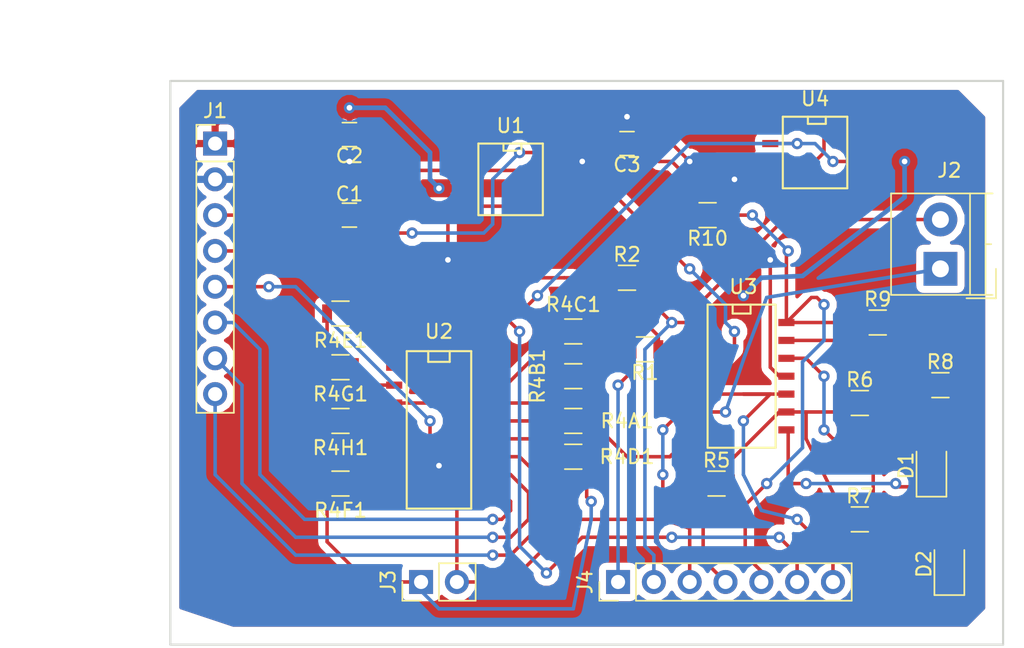
<source format=kicad_pcb>
(kicad_pcb (version 20170123) (host pcbnew no-vcs-found-1fe91e6~59~ubuntu17.04.1)

  (general
    (thickness 1.6)
    (drawings 6)
    (tracks 367)
    (zones 0)
    (modules 29)
    (nets 30)
  )

  (page A4)
  (layers
    (0 F.Cu signal)
    (31 B.Cu signal)
    (32 B.Adhes user)
    (33 F.Adhes user)
    (34 B.Paste user)
    (35 F.Paste user)
    (36 B.SilkS user)
    (37 F.SilkS user)
    (38 B.Mask user)
    (39 F.Mask user)
    (40 Dwgs.User user)
    (41 Cmts.User user)
    (42 Eco1.User user)
    (43 Eco2.User user)
    (44 Edge.Cuts user)
    (45 Margin user)
    (46 B.CrtYd user)
    (47 F.CrtYd user)
    (48 B.Fab user)
    (49 F.Fab user)
  )

  (setup
    (last_trace_width 0.25)
    (trace_clearance 0.2)
    (zone_clearance 0.508)
    (zone_45_only no)
    (trace_min 0.2)
    (segment_width 0.2)
    (edge_width 0.15)
    (via_size 0.8)
    (via_drill 0.4)
    (via_min_size 0.4)
    (via_min_drill 0.3)
    (uvia_size 0.3)
    (uvia_drill 0.1)
    (uvias_allowed no)
    (uvia_min_size 0.2)
    (uvia_min_drill 0.1)
    (pcb_text_width 0.3)
    (pcb_text_size 1.5 1.5)
    (mod_edge_width 0.15)
    (mod_text_size 1 1)
    (mod_text_width 0.15)
    (pad_size 1.524 1.524)
    (pad_drill 0.762)
    (pad_to_mask_clearance 0.2)
    (aux_axis_origin 0 0)
    (visible_elements FFFDFF7F)
    (pcbplotparams
      (layerselection 0x00030_ffffffff)
      (usegerberextensions false)
      (usegerberattributes true)
      (usegerberadvancedattributes true)
      (creategerberjobfile true)
      (excludeedgelayer true)
      (linewidth 0.100000)
      (plotframeref false)
      (viasonmask false)
      (mode 1)
      (useauxorigin false)
      (hpglpennumber 1)
      (hpglpenspeed 20)
      (hpglpendiameter 15)
      (psnegative false)
      (psa4output false)
      (plotreference true)
      (plotvalue true)
      (plotinvisibletext false)
      (padsonsilk false)
      (subtractmaskfromsilk false)
      (outputformat 1)
      (mirror false)
      (drillshape 1)
      (scaleselection 1)
      (outputdirectory ""))
  )

  (net 0 "")
  (net 1 GND)
  (net 2 "Net-(C1-Pad2)")
  (net 3 +3V3)
  (net 4 GNDREF)
  (net 5 "Net-(C3-Pad1)")
  (net 6 "Net-(D1-Pad2)")
  (net 7 "Net-(D2-Pad1)")
  (net 8 S2)
  (net 9 S1)
  (net 10 S0)
  (net 11 ~E)
  (net 12 SIG_OUT)
  (net 13 SIG_IN)
  (net 14 PROBE_B)
  (net 15 PROBE_A)
  (net 16 V_B)
  (net 17 "Net-(R1-Pad1)")
  (net 18 Y0)
  (net 19 Y1)
  (net 20 Y2)
  (net 21 Y3)
  (net 22 Y4)
  (net 23 Y5)
  (net 24 Y6)
  (net 25 Y7)
  (net 26 "Net-(R5-Pad2)")
  (net 27 "Net-(R8-Pad1)")
  (net 28 "Net-(D1-Pad1)")
  (net 29 V_D)

  (net_class Default "This is the default net class."
    (clearance 0.2)
    (trace_width 0.25)
    (via_dia 0.8)
    (via_drill 0.4)
    (uvia_dia 0.3)
    (uvia_drill 0.1)
    (add_net GND)
    (add_net GNDREF)
    (add_net "Net-(C1-Pad2)")
    (add_net "Net-(C3-Pad1)")
    (add_net "Net-(D1-Pad1)")
    (add_net "Net-(D1-Pad2)")
    (add_net "Net-(D2-Pad1)")
    (add_net "Net-(R1-Pad1)")
    (add_net "Net-(R5-Pad2)")
    (add_net "Net-(R8-Pad1)")
    (add_net PROBE_A)
    (add_net PROBE_B)
    (add_net S0)
    (add_net S1)
    (add_net S2)
    (add_net SIG_IN)
    (add_net SIG_OUT)
    (add_net V_B)
    (add_net V_D)
    (add_net Y0)
    (add_net Y1)
    (add_net Y2)
    (add_net Y3)
    (add_net Y4)
    (add_net Y5)
    (add_net Y6)
    (add_net Y7)
    (add_net ~E)
  )

  (net_class power ""
    (clearance 0.2)
    (trace_width 0.3302)
    (via_dia 0.8)
    (via_drill 0.4)
    (uvia_dia 0.3)
    (uvia_drill 0.1)
    (add_net +3V3)
  )

  (module SMD_Packages:SOIC-8-N (layer F.Cu) (tedit 59CED8AD) (tstamp 59E13535)
    (at 48.895 54.61 270)
    (descr "Module Narrow CMS SOJ 8 pins large")
    (tags "CMS SOJ")
    (path /59CF5255)
    (attr smd)
    (fp_text reference U1 (at -3.81 0 180) (layer F.SilkS)
      (effects (font (size 1 1) (thickness 0.15)))
    )
    (fp_text value TLE2426 (at 0 1.27 270) (layer F.Fab)
      (effects (font (size 1 1) (thickness 0.15)))
    )
    (fp_line (start -2.54 -2.286) (end 2.54 -2.286) (layer F.SilkS) (width 0.15))
    (fp_line (start 2.54 -2.286) (end 2.54 2.286) (layer F.SilkS) (width 0.15))
    (fp_line (start 2.54 2.286) (end -2.54 2.286) (layer F.SilkS) (width 0.15))
    (fp_line (start -2.54 2.286) (end -2.54 -2.286) (layer F.SilkS) (width 0.15))
    (fp_line (start -2.54 -0.762) (end -2.032 -0.762) (layer F.SilkS) (width 0.15))
    (fp_line (start -2.032 -0.762) (end -2.032 0.508) (layer F.SilkS) (width 0.15))
    (fp_line (start -2.032 0.508) (end -2.54 0.508) (layer F.SilkS) (width 0.15))
    (pad 8 smd rect (at -1.905 -3.175 270) (size 0.508 1.143) (layers F.Cu F.Paste F.Mask)
      (net 2 "Net-(C1-Pad2)"))
    (pad 7 smd rect (at -0.635 -3.175 270) (size 0.508 1.143) (layers F.Cu F.Paste F.Mask)
      (net 1 GND))
    (pad 6 smd rect (at 0.635 -3.175 270) (size 0.508 1.143) (layers F.Cu F.Paste F.Mask)
      (net 1 GND))
    (pad 5 smd rect (at 1.905 -3.175 270) (size 0.508 1.143) (layers F.Cu F.Paste F.Mask)
      (net 1 GND))
    (pad 4 smd rect (at 1.905 3.175 270) (size 0.508 1.143) (layers F.Cu F.Paste F.Mask)
      (net 1 GND))
    (pad 3 smd rect (at 0.635 3.175 270) (size 0.508 1.143) (layers F.Cu F.Paste F.Mask)
      (net 3 +3V3))
    (pad 2 smd rect (at -0.635 3.175 270) (size 0.508 1.143) (layers F.Cu F.Paste F.Mask)
      (net 1 GND))
    (pad 1 smd rect (at -1.905 3.175 270) (size 0.508 1.143) (layers F.Cu F.Paste F.Mask)
      (net 4 GNDREF))
    (model SMD_Packages.3dshapes/SOIC-8-N.wrl
      (at (xyz 0 0 0))
      (scale (xyz 0.5 0.38 0.5))
      (rotate (xyz 0 0 0))
    )
  )

  (module Capacitors_SMD:C_0805 (layer F.Cu) (tedit 58AA8463) (tstamp 59E13359)
    (at 37.465 57.15)
    (descr "Capacitor SMD 0805, reflow soldering, AVX (see smccp.pdf)")
    (tags "capacitor 0805")
    (path /59CF7CC0)
    (attr smd)
    (fp_text reference C1 (at 0 -1.5) (layer F.SilkS)
      (effects (font (size 1 1) (thickness 0.15)))
    )
    (fp_text value C (at 0 1.75) (layer F.Fab)
      (effects (font (size 1 1) (thickness 0.15)))
    )
    (fp_text user %R (at 0 -1.5) (layer F.Fab)
      (effects (font (size 1 1) (thickness 0.15)))
    )
    (fp_line (start -1 0.62) (end -1 -0.62) (layer F.Fab) (width 0.1))
    (fp_line (start 1 0.62) (end -1 0.62) (layer F.Fab) (width 0.1))
    (fp_line (start 1 -0.62) (end 1 0.62) (layer F.Fab) (width 0.1))
    (fp_line (start -1 -0.62) (end 1 -0.62) (layer F.Fab) (width 0.1))
    (fp_line (start 0.5 -0.85) (end -0.5 -0.85) (layer F.SilkS) (width 0.12))
    (fp_line (start -0.5 0.85) (end 0.5 0.85) (layer F.SilkS) (width 0.12))
    (fp_line (start -1.75 -0.88) (end 1.75 -0.88) (layer F.CrtYd) (width 0.05))
    (fp_line (start -1.75 -0.88) (end -1.75 0.87) (layer F.CrtYd) (width 0.05))
    (fp_line (start 1.75 0.87) (end 1.75 -0.88) (layer F.CrtYd) (width 0.05))
    (fp_line (start 1.75 0.87) (end -1.75 0.87) (layer F.CrtYd) (width 0.05))
    (pad 1 smd rect (at -1 0) (size 1 1.25) (layers F.Cu F.Paste F.Mask)
      (net 1 GND))
    (pad 2 smd rect (at 1 0) (size 1 1.25) (layers F.Cu F.Paste F.Mask)
      (net 2 "Net-(C1-Pad2)"))
    (model Capacitors_SMD.3dshapes/C_0805.wrl
      (at (xyz 0 0 0))
      (scale (xyz 1 1 1))
      (rotate (xyz 0 0 0))
    )
  )

  (module Capacitors_SMD:C_0805 (layer F.Cu) (tedit 58AA8463) (tstamp 59E1336A)
    (at 37.465 51.435 180)
    (descr "Capacitor SMD 0805, reflow soldering, AVX (see smccp.pdf)")
    (tags "capacitor 0805")
    (path /59CF81DC)
    (attr smd)
    (fp_text reference C2 (at 0 -1.5 180) (layer F.SilkS)
      (effects (font (size 1 1) (thickness 0.15)))
    )
    (fp_text value C (at 0 1.75 180) (layer F.Fab)
      (effects (font (size 1 1) (thickness 0.15)))
    )
    (fp_line (start 1.75 0.87) (end -1.75 0.87) (layer F.CrtYd) (width 0.05))
    (fp_line (start 1.75 0.87) (end 1.75 -0.88) (layer F.CrtYd) (width 0.05))
    (fp_line (start -1.75 -0.88) (end -1.75 0.87) (layer F.CrtYd) (width 0.05))
    (fp_line (start -1.75 -0.88) (end 1.75 -0.88) (layer F.CrtYd) (width 0.05))
    (fp_line (start -0.5 0.85) (end 0.5 0.85) (layer F.SilkS) (width 0.12))
    (fp_line (start 0.5 -0.85) (end -0.5 -0.85) (layer F.SilkS) (width 0.12))
    (fp_line (start -1 -0.62) (end 1 -0.62) (layer F.Fab) (width 0.1))
    (fp_line (start 1 -0.62) (end 1 0.62) (layer F.Fab) (width 0.1))
    (fp_line (start 1 0.62) (end -1 0.62) (layer F.Fab) (width 0.1))
    (fp_line (start -1 0.62) (end -1 -0.62) (layer F.Fab) (width 0.1))
    (fp_text user %R (at 0 -1.5 180) (layer F.Fab)
      (effects (font (size 1 1) (thickness 0.15)))
    )
    (pad 2 smd rect (at 1 0 180) (size 1 1.25) (layers F.Cu F.Paste F.Mask)
      (net 3 +3V3))
    (pad 1 smd rect (at -1 0 180) (size 1 1.25) (layers F.Cu F.Paste F.Mask)
      (net 1 GND))
    (model Capacitors_SMD.3dshapes/C_0805.wrl
      (at (xyz 0 0 0))
      (scale (xyz 1 1 1))
      (rotate (xyz 0 0 0))
    )
  )

  (module Capacitors_SMD:C_0805 (layer F.Cu) (tedit 58AA8463) (tstamp 59E1337B)
    (at 57.15 52.07 180)
    (descr "Capacitor SMD 0805, reflow soldering, AVX (see smccp.pdf)")
    (tags "capacitor 0805")
    (path /59CEC770)
    (attr smd)
    (fp_text reference C3 (at 0 -1.5 180) (layer F.SilkS)
      (effects (font (size 1 1) (thickness 0.15)))
    )
    (fp_text value C (at 0 1.75 180) (layer F.Fab)
      (effects (font (size 1 1) (thickness 0.15)))
    )
    (fp_text user %R (at 0 -1.5 180) (layer F.Fab)
      (effects (font (size 1 1) (thickness 0.15)))
    )
    (fp_line (start -1 0.62) (end -1 -0.62) (layer F.Fab) (width 0.1))
    (fp_line (start 1 0.62) (end -1 0.62) (layer F.Fab) (width 0.1))
    (fp_line (start 1 -0.62) (end 1 0.62) (layer F.Fab) (width 0.1))
    (fp_line (start -1 -0.62) (end 1 -0.62) (layer F.Fab) (width 0.1))
    (fp_line (start 0.5 -0.85) (end -0.5 -0.85) (layer F.SilkS) (width 0.12))
    (fp_line (start -0.5 0.85) (end 0.5 0.85) (layer F.SilkS) (width 0.12))
    (fp_line (start -1.75 -0.88) (end 1.75 -0.88) (layer F.CrtYd) (width 0.05))
    (fp_line (start -1.75 -0.88) (end -1.75 0.87) (layer F.CrtYd) (width 0.05))
    (fp_line (start 1.75 0.87) (end 1.75 -0.88) (layer F.CrtYd) (width 0.05))
    (fp_line (start 1.75 0.87) (end -1.75 0.87) (layer F.CrtYd) (width 0.05))
    (pad 1 smd rect (at -1 0 180) (size 1 1.25) (layers F.Cu F.Paste F.Mask)
      (net 5 "Net-(C3-Pad1)"))
    (pad 2 smd rect (at 1 0 180) (size 1 1.25) (layers F.Cu F.Paste F.Mask)
      (net 4 GNDREF))
    (model Capacitors_SMD.3dshapes/C_0805.wrl
      (at (xyz 0 0 0))
      (scale (xyz 1 1 1))
      (rotate (xyz 0 0 0))
    )
  )

  (module Diodes_SMD:D_1206 (layer F.Cu) (tedit 590CEAF5) (tstamp 59E13393)
    (at 78.74 74.93 90)
    (descr "Diode SMD 1206, reflow soldering http://datasheets.avx.com/schottky.pdf")
    (tags "Diode 1206")
    (path /59CEAD32)
    (attr smd)
    (fp_text reference D1 (at 0 -1.8 90) (layer F.SilkS)
      (effects (font (size 1 1) (thickness 0.15)))
    )
    (fp_text value D (at 0 1.9 90) (layer F.Fab)
      (effects (font (size 1 1) (thickness 0.15)))
    )
    (fp_text user %R (at 0 -1.8 90) (layer F.Fab)
      (effects (font (size 1 1) (thickness 0.15)))
    )
    (fp_line (start -0.254 -0.254) (end -0.254 0.254) (layer F.Fab) (width 0.1))
    (fp_line (start 0.127 0) (end 0.381 0) (layer F.Fab) (width 0.1))
    (fp_line (start -0.254 0) (end -0.508 0) (layer F.Fab) (width 0.1))
    (fp_line (start 0.127 0.254) (end -0.254 0) (layer F.Fab) (width 0.1))
    (fp_line (start 0.127 -0.254) (end 0.127 0.254) (layer F.Fab) (width 0.1))
    (fp_line (start -0.254 0) (end 0.127 -0.254) (layer F.Fab) (width 0.1))
    (fp_line (start -2.2 -1.06) (end -2.2 1.06) (layer F.SilkS) (width 0.12))
    (fp_line (start -1.7 0.95) (end -1.7 -0.95) (layer F.Fab) (width 0.1))
    (fp_line (start 1.7 0.95) (end -1.7 0.95) (layer F.Fab) (width 0.1))
    (fp_line (start 1.7 -0.95) (end 1.7 0.95) (layer F.Fab) (width 0.1))
    (fp_line (start -1.7 -0.95) (end 1.7 -0.95) (layer F.Fab) (width 0.1))
    (fp_line (start -2.3 -1.16) (end 2.3 -1.16) (layer F.CrtYd) (width 0.05))
    (fp_line (start -2.3 1.16) (end 2.3 1.16) (layer F.CrtYd) (width 0.05))
    (fp_line (start -2.3 -1.16) (end -2.3 1.16) (layer F.CrtYd) (width 0.05))
    (fp_line (start 2.3 -1.16) (end 2.3 1.16) (layer F.CrtYd) (width 0.05))
    (fp_line (start 1 -1.06) (end -2.2 -1.06) (layer F.SilkS) (width 0.12))
    (fp_line (start -2.2 1.06) (end 1 1.06) (layer F.SilkS) (width 0.12))
    (pad 1 smd rect (at -1.5 0 90) (size 1 1.6) (layers F.Cu F.Paste F.Mask)
      (net 28 "Net-(D1-Pad1)"))
    (pad 2 smd rect (at 1.5 0 90) (size 1 1.6) (layers F.Cu F.Paste F.Mask)
      (net 6 "Net-(D1-Pad2)"))
    (model ${KISYS3DMOD}/Diodes_SMD.3dshapes/D_1206.wrl
      (at (xyz 0 0 0))
      (scale (xyz 1 1 1))
      (rotate (xyz 0 0 0))
    )
  )

  (module Diodes_SMD:D_1206 (layer F.Cu) (tedit 590CEAF5) (tstamp 59E133AB)
    (at 80.01 81.915 90)
    (descr "Diode SMD 1206, reflow soldering http://datasheets.avx.com/schottky.pdf")
    (tags "Diode 1206")
    (path /59CEAE2B)
    (attr smd)
    (fp_text reference D2 (at 0 -1.8 90) (layer F.SilkS)
      (effects (font (size 1 1) (thickness 0.15)))
    )
    (fp_text value D (at 0 1.9 90) (layer F.Fab)
      (effects (font (size 1 1) (thickness 0.15)))
    )
    (fp_line (start -2.2 1.06) (end 1 1.06) (layer F.SilkS) (width 0.12))
    (fp_line (start 1 -1.06) (end -2.2 -1.06) (layer F.SilkS) (width 0.12))
    (fp_line (start 2.3 -1.16) (end 2.3 1.16) (layer F.CrtYd) (width 0.05))
    (fp_line (start -2.3 -1.16) (end -2.3 1.16) (layer F.CrtYd) (width 0.05))
    (fp_line (start -2.3 1.16) (end 2.3 1.16) (layer F.CrtYd) (width 0.05))
    (fp_line (start -2.3 -1.16) (end 2.3 -1.16) (layer F.CrtYd) (width 0.05))
    (fp_line (start -1.7 -0.95) (end 1.7 -0.95) (layer F.Fab) (width 0.1))
    (fp_line (start 1.7 -0.95) (end 1.7 0.95) (layer F.Fab) (width 0.1))
    (fp_line (start 1.7 0.95) (end -1.7 0.95) (layer F.Fab) (width 0.1))
    (fp_line (start -1.7 0.95) (end -1.7 -0.95) (layer F.Fab) (width 0.1))
    (fp_line (start -2.2 -1.06) (end -2.2 1.06) (layer F.SilkS) (width 0.12))
    (fp_line (start -0.254 0) (end 0.127 -0.254) (layer F.Fab) (width 0.1))
    (fp_line (start 0.127 -0.254) (end 0.127 0.254) (layer F.Fab) (width 0.1))
    (fp_line (start 0.127 0.254) (end -0.254 0) (layer F.Fab) (width 0.1))
    (fp_line (start -0.254 0) (end -0.508 0) (layer F.Fab) (width 0.1))
    (fp_line (start 0.127 0) (end 0.381 0) (layer F.Fab) (width 0.1))
    (fp_line (start -0.254 -0.254) (end -0.254 0.254) (layer F.Fab) (width 0.1))
    (fp_text user %R (at 0 -1.8 90) (layer F.Fab)
      (effects (font (size 1 1) (thickness 0.15)))
    )
    (pad 2 smd rect (at 1.5 0 90) (size 1 1.6) (layers F.Cu F.Paste F.Mask)
      (net 28 "Net-(D1-Pad1)"))
    (pad 1 smd rect (at -1.5 0 90) (size 1 1.6) (layers F.Cu F.Paste F.Mask)
      (net 7 "Net-(D2-Pad1)"))
    (model ${KISYS3DMOD}/Diodes_SMD.3dshapes/D_1206.wrl
      (at (xyz 0 0 0))
      (scale (xyz 1 1 1))
      (rotate (xyz 0 0 0))
    )
  )

  (module Pin_Headers:Pin_Header_Straight_1x08_Pitch2.54mm (layer F.Cu) (tedit 59650532) (tstamp 59E133C7)
    (at 27.94 52.07)
    (descr "Through hole straight pin header, 1x08, 2.54mm pitch, single row")
    (tags "Through hole pin header THT 1x08 2.54mm single row")
    (path /59CF40AF)
    (fp_text reference J1 (at 0 -2.33) (layer F.SilkS)
      (effects (font (size 1 1) (thickness 0.15)))
    )
    (fp_text value Conn_01x08 (at 0 20.11) (layer F.Fab)
      (effects (font (size 1 1) (thickness 0.15)))
    )
    (fp_text user %R (at 0 8.89 90) (layer F.Fab)
      (effects (font (size 1 1) (thickness 0.15)))
    )
    (fp_line (start 1.8 -1.8) (end -1.8 -1.8) (layer F.CrtYd) (width 0.05))
    (fp_line (start 1.8 19.55) (end 1.8 -1.8) (layer F.CrtYd) (width 0.05))
    (fp_line (start -1.8 19.55) (end 1.8 19.55) (layer F.CrtYd) (width 0.05))
    (fp_line (start -1.8 -1.8) (end -1.8 19.55) (layer F.CrtYd) (width 0.05))
    (fp_line (start -1.33 -1.33) (end 0 -1.33) (layer F.SilkS) (width 0.12))
    (fp_line (start -1.33 0) (end -1.33 -1.33) (layer F.SilkS) (width 0.12))
    (fp_line (start -1.33 1.27) (end 1.33 1.27) (layer F.SilkS) (width 0.12))
    (fp_line (start 1.33 1.27) (end 1.33 19.11) (layer F.SilkS) (width 0.12))
    (fp_line (start -1.33 1.27) (end -1.33 19.11) (layer F.SilkS) (width 0.12))
    (fp_line (start -1.33 19.11) (end 1.33 19.11) (layer F.SilkS) (width 0.12))
    (fp_line (start -1.27 -0.635) (end -0.635 -1.27) (layer F.Fab) (width 0.1))
    (fp_line (start -1.27 19.05) (end -1.27 -0.635) (layer F.Fab) (width 0.1))
    (fp_line (start 1.27 19.05) (end -1.27 19.05) (layer F.Fab) (width 0.1))
    (fp_line (start 1.27 -1.27) (end 1.27 19.05) (layer F.Fab) (width 0.1))
    (fp_line (start -0.635 -1.27) (end 1.27 -1.27) (layer F.Fab) (width 0.1))
    (pad 8 thru_hole oval (at 0 17.78) (size 1.7 1.7) (drill 1) (layers *.Cu *.Mask)
      (net 10 S0))
    (pad 7 thru_hole oval (at 0 15.24) (size 1.7 1.7) (drill 1) (layers *.Cu *.Mask)
      (net 9 S1))
    (pad 6 thru_hole oval (at 0 12.7) (size 1.7 1.7) (drill 1) (layers *.Cu *.Mask)
      (net 8 S2))
    (pad 5 thru_hole oval (at 0 10.16) (size 1.7 1.7) (drill 1) (layers *.Cu *.Mask)
      (net 11 ~E))
    (pad 4 thru_hole oval (at 0 7.62) (size 1.7 1.7) (drill 1) (layers *.Cu *.Mask)
      (net 12 SIG_OUT))
    (pad 3 thru_hole oval (at 0 5.08) (size 1.7 1.7) (drill 1) (layers *.Cu *.Mask)
      (net 13 SIG_IN))
    (pad 2 thru_hole oval (at 0 2.54) (size 1.7 1.7) (drill 1) (layers *.Cu *.Mask)
      (net 1 GND))
    (pad 1 thru_hole rect (at 0 0) (size 1.7 1.7) (drill 1) (layers *.Cu *.Mask)
      (net 3 +3V3))
    (model ${KISYS3DMOD}/Pin_Headers.3dshapes/Pin_Header_Straight_1x08_Pitch2.54mm.wrl
      (at (xyz 0 0 0))
      (scale (xyz 1 1 1))
      (rotate (xyz 0 0 0))
    )
  )

  (module Connectors_Terminal_Blocks:TerminalBlock_4UCON_19963_02x3.5mm_Straight (layer F.Cu) (tedit 59CED8BF) (tstamp 59E133E2)
    (at 79.375 60.96 90)
    (descr "2-way 3.5mm pitch terminal block, https://cdn-shop.adafruit.com/datasheets/19963.pdf")
    (tags "screw terminal block")
    (path /59CF455B)
    (fp_text reference J2 (at 6.985 0.635 180) (layer F.SilkS)
      (effects (font (size 1 1) (thickness 0.15)))
    )
    (fp_text value Screw_Terminal_01x02 (at 1.75 5.1 90) (layer F.Fab)
      (effects (font (size 1 1) (thickness 0.15)))
    )
    (fp_text user %R (at 1.75 0.1 90) (layer F.Fab)
      (effects (font (size 1 1) (thickness 0.15)))
    )
    (fp_line (start -2.09 3.94) (end 0 3.94) (layer F.SilkS) (width 0.12))
    (fp_line (start -2.09 1.85) (end -2.09 3.94) (layer F.SilkS) (width 0.12))
    (fp_line (start 1.75 3.2) (end 1.75 3.6) (layer F.SilkS) (width 0.12))
    (fp_line (start 5.35 -3.5) (end 5.35 3.7) (layer F.SilkS) (width 0.12))
    (fp_line (start -1.85 -3.5) (end 5.35 -3.5) (layer F.SilkS) (width 0.12))
    (fp_line (start -1.85 3.7) (end -1.85 -3.5) (layer F.SilkS) (width 0.12))
    (fp_line (start -1.85 3.2) (end 5.35 3.2) (layer F.SilkS) (width 0.12))
    (fp_line (start -1.85 2.1) (end 5.35 2.1) (layer F.SilkS) (width 0.12))
    (fp_line (start -2.09 3.94) (end 0 3.94) (layer F.Fab) (width 0.1))
    (fp_line (start -2.09 1.85) (end -2.09 3.94) (layer F.Fab) (width 0.1))
    (fp_line (start 1.75 3.2) (end 1.75 3.6) (layer F.Fab) (width 0.1))
    (fp_line (start 5.25 -3.4) (end 5.25 3.6) (layer F.Fab) (width 0.1))
    (fp_line (start -1.75 -3.4) (end 5.25 -3.4) (layer F.Fab) (width 0.1))
    (fp_line (start -1.75 3.6) (end -1.75 -3.4) (layer F.Fab) (width 0.1))
    (fp_line (start -1.75 3.2) (end 5.25 3.2) (layer F.Fab) (width 0.1))
    (fp_line (start -1.75 2.1) (end 5.25 2.1) (layer F.Fab) (width 0.1))
    (fp_line (start 5.75 -3.9) (end -2.25 -3.9) (layer F.CrtYd) (width 0.05))
    (fp_line (start 5.75 4.1) (end 5.75 -3.9) (layer F.CrtYd) (width 0.05))
    (fp_line (start -2.25 4.1) (end 5.75 4.1) (layer F.CrtYd) (width 0.05))
    (fp_line (start -2.25 -3.9) (end -2.25 4.1) (layer F.CrtYd) (width 0.05))
    (pad 2 thru_hole circle (at 3.5 0 90) (size 2.4 2.4) (drill 1.2) (layers *.Cu *.Mask)
      (net 15 PROBE_A))
    (pad 1 thru_hole rect (at 0 0 90) (size 2.4 2.4) (drill 1.2) (layers *.Cu *.Mask)
      (net 14 PROBE_B))
    (model ${KISYS3DMOD}/Connectors_Terminal_Blocks.3dshapes/TerminalBlock_4UCON_19963_02x3.5mm_Straight.wrl
      (at (xyz 0 0 0))
      (scale (xyz 1 1 1))
      (rotate (xyz 0 0 0))
    )
  )

  (module Pin_Headers:Pin_Header_Straight_1x02_Pitch2.54mm (layer F.Cu) (tedit 59650532) (tstamp 59E133F8)
    (at 42.545 83.185 90)
    (descr "Through hole straight pin header, 1x02, 2.54mm pitch, single row")
    (tags "Through hole pin header THT 1x02 2.54mm single row")
    (path /59CF9B0C)
    (fp_text reference J3 (at 0 -2.33 90) (layer F.SilkS)
      (effects (font (size 1 1) (thickness 0.15)))
    )
    (fp_text value Conn_01x02 (at 0 4.87 90) (layer F.Fab)
      (effects (font (size 1 1) (thickness 0.15)))
    )
    (fp_text user %R (at 0 1.27 180) (layer F.Fab)
      (effects (font (size 1 1) (thickness 0.15)))
    )
    (fp_line (start 1.8 -1.8) (end -1.8 -1.8) (layer F.CrtYd) (width 0.05))
    (fp_line (start 1.8 4.35) (end 1.8 -1.8) (layer F.CrtYd) (width 0.05))
    (fp_line (start -1.8 4.35) (end 1.8 4.35) (layer F.CrtYd) (width 0.05))
    (fp_line (start -1.8 -1.8) (end -1.8 4.35) (layer F.CrtYd) (width 0.05))
    (fp_line (start -1.33 -1.33) (end 0 -1.33) (layer F.SilkS) (width 0.12))
    (fp_line (start -1.33 0) (end -1.33 -1.33) (layer F.SilkS) (width 0.12))
    (fp_line (start -1.33 1.27) (end 1.33 1.27) (layer F.SilkS) (width 0.12))
    (fp_line (start 1.33 1.27) (end 1.33 3.87) (layer F.SilkS) (width 0.12))
    (fp_line (start -1.33 1.27) (end -1.33 3.87) (layer F.SilkS) (width 0.12))
    (fp_line (start -1.33 3.87) (end 1.33 3.87) (layer F.SilkS) (width 0.12))
    (fp_line (start -1.27 -0.635) (end -0.635 -1.27) (layer F.Fab) (width 0.1))
    (fp_line (start -1.27 3.81) (end -1.27 -0.635) (layer F.Fab) (width 0.1))
    (fp_line (start 1.27 3.81) (end -1.27 3.81) (layer F.Fab) (width 0.1))
    (fp_line (start 1.27 -1.27) (end 1.27 3.81) (layer F.Fab) (width 0.1))
    (fp_line (start -0.635 -1.27) (end 1.27 -1.27) (layer F.Fab) (width 0.1))
    (pad 2 thru_hole oval (at 0 2.54 90) (size 1.7 1.7) (drill 1) (layers *.Cu *.Mask)
      (net 14 PROBE_B))
    (pad 1 thru_hole rect (at 0 0 90) (size 1.7 1.7) (drill 1) (layers *.Cu *.Mask)
      (net 16 V_B))
    (model ${KISYS3DMOD}/Pin_Headers.3dshapes/Pin_Header_Straight_1x02_Pitch2.54mm.wrl
      (at (xyz 0 0 0))
      (scale (xyz 1 1 1))
      (rotate (xyz 0 0 0))
    )
  )

  (module Resistors_SMD:R_0805 (layer F.Cu) (tedit 58E0A804) (tstamp 59E13423)
    (at 58.42 66.675 180)
    (descr "Resistor SMD 0805, reflow soldering, Vishay (see dcrcw.pdf)")
    (tags "resistor 0805")
    (path /59CE8E06)
    (attr smd)
    (fp_text reference R1 (at 0 -1.65 180) (layer F.SilkS)
      (effects (font (size 1 1) (thickness 0.15)))
    )
    (fp_text value R (at 0 1.75 180) (layer F.Fab)
      (effects (font (size 1 1) (thickness 0.15)))
    )
    (fp_text user %R (at 0 0 180) (layer F.Fab)
      (effects (font (size 0.5 0.5) (thickness 0.075)))
    )
    (fp_line (start -1 0.62) (end -1 -0.62) (layer F.Fab) (width 0.1))
    (fp_line (start 1 0.62) (end -1 0.62) (layer F.Fab) (width 0.1))
    (fp_line (start 1 -0.62) (end 1 0.62) (layer F.Fab) (width 0.1))
    (fp_line (start -1 -0.62) (end 1 -0.62) (layer F.Fab) (width 0.1))
    (fp_line (start 0.6 0.88) (end -0.6 0.88) (layer F.SilkS) (width 0.12))
    (fp_line (start -0.6 -0.88) (end 0.6 -0.88) (layer F.SilkS) (width 0.12))
    (fp_line (start -1.55 -0.9) (end 1.55 -0.9) (layer F.CrtYd) (width 0.05))
    (fp_line (start -1.55 -0.9) (end -1.55 0.9) (layer F.CrtYd) (width 0.05))
    (fp_line (start 1.55 0.9) (end 1.55 -0.9) (layer F.CrtYd) (width 0.05))
    (fp_line (start 1.55 0.9) (end -1.55 0.9) (layer F.CrtYd) (width 0.05))
    (pad 1 smd rect (at -0.95 0 180) (size 0.7 1.3) (layers F.Cu F.Paste F.Mask)
      (net 17 "Net-(R1-Pad1)"))
    (pad 2 smd rect (at 0.95 0 180) (size 0.7 1.3) (layers F.Cu F.Paste F.Mask)
      (net 13 SIG_IN))
    (model ${KISYS3DMOD}/Resistors_SMD.3dshapes/R_0805.wrl
      (at (xyz 0 0 0))
      (scale (xyz 1 1 1))
      (rotate (xyz 0 0 0))
    )
  )

  (module Resistors_SMD:R_0805 (layer F.Cu) (tedit 58E0A804) (tstamp 59E13434)
    (at 57.15 61.595)
    (descr "Resistor SMD 0805, reflow soldering, Vishay (see dcrcw.pdf)")
    (tags "resistor 0805")
    (path /59CE9040)
    (attr smd)
    (fp_text reference R2 (at 0 -1.65) (layer F.SilkS)
      (effects (font (size 1 1) (thickness 0.15)))
    )
    (fp_text value R (at 0 1.75) (layer F.Fab)
      (effects (font (size 1 1) (thickness 0.15)))
    )
    (fp_line (start 1.55 0.9) (end -1.55 0.9) (layer F.CrtYd) (width 0.05))
    (fp_line (start 1.55 0.9) (end 1.55 -0.9) (layer F.CrtYd) (width 0.05))
    (fp_line (start -1.55 -0.9) (end -1.55 0.9) (layer F.CrtYd) (width 0.05))
    (fp_line (start -1.55 -0.9) (end 1.55 -0.9) (layer F.CrtYd) (width 0.05))
    (fp_line (start -0.6 -0.88) (end 0.6 -0.88) (layer F.SilkS) (width 0.12))
    (fp_line (start 0.6 0.88) (end -0.6 0.88) (layer F.SilkS) (width 0.12))
    (fp_line (start -1 -0.62) (end 1 -0.62) (layer F.Fab) (width 0.1))
    (fp_line (start 1 -0.62) (end 1 0.62) (layer F.Fab) (width 0.1))
    (fp_line (start 1 0.62) (end -1 0.62) (layer F.Fab) (width 0.1))
    (fp_line (start -1 0.62) (end -1 -0.62) (layer F.Fab) (width 0.1))
    (fp_text user %R (at 0 0) (layer F.Fab)
      (effects (font (size 0.5 0.5) (thickness 0.075)))
    )
    (pad 2 smd rect (at 0.95 0) (size 0.7 1.3) (layers F.Cu F.Paste F.Mask)
      (net 15 PROBE_A))
    (pad 1 smd rect (at -0.95 0) (size 0.7 1.3) (layers F.Cu F.Paste F.Mask)
      (net 17 "Net-(R1-Pad1)"))
    (model ${KISYS3DMOD}/Resistors_SMD.3dshapes/R_0805.wrl
      (at (xyz 0 0 0))
      (scale (xyz 1 1 1))
      (rotate (xyz 0 0 0))
    )
  )

  (module Resistors_SMD:R_0805 (layer F.Cu) (tedit 59CEF4F7) (tstamp 59E13445)
    (at 53.34 71.755)
    (descr "Resistor SMD 0805, reflow soldering, Vishay (see dcrcw.pdf)")
    (tags "resistor 0805")
    (path /59CE918B)
    (attr smd)
    (fp_text reference R4A1 (at 3.81 0) (layer F.SilkS)
      (effects (font (size 1 1) (thickness 0.15)))
    )
    (fp_text value R (at 0 1.75) (layer F.Fab)
      (effects (font (size 1 1) (thickness 0.15)))
    )
    (fp_text user %R (at 0 0) (layer F.Fab)
      (effects (font (size 0.5 0.5) (thickness 0.075)))
    )
    (fp_line (start -1 0.62) (end -1 -0.62) (layer F.Fab) (width 0.1))
    (fp_line (start 1 0.62) (end -1 0.62) (layer F.Fab) (width 0.1))
    (fp_line (start 1 -0.62) (end 1 0.62) (layer F.Fab) (width 0.1))
    (fp_line (start -1 -0.62) (end 1 -0.62) (layer F.Fab) (width 0.1))
    (fp_line (start 0.6 0.88) (end -0.6 0.88) (layer F.SilkS) (width 0.12))
    (fp_line (start -0.6 -0.88) (end 0.6 -0.88) (layer F.SilkS) (width 0.12))
    (fp_line (start -1.55 -0.9) (end 1.55 -0.9) (layer F.CrtYd) (width 0.05))
    (fp_line (start -1.55 -0.9) (end -1.55 0.9) (layer F.CrtYd) (width 0.05))
    (fp_line (start 1.55 0.9) (end 1.55 -0.9) (layer F.CrtYd) (width 0.05))
    (fp_line (start 1.55 0.9) (end -1.55 0.9) (layer F.CrtYd) (width 0.05))
    (pad 1 smd rect (at -0.95 0) (size 0.7 1.3) (layers F.Cu F.Paste F.Mask)
      (net 18 Y0))
    (pad 2 smd rect (at 0.95 0) (size 0.7 1.3) (layers F.Cu F.Paste F.Mask)
      (net 16 V_B))
    (model ${KISYS3DMOD}/Resistors_SMD.3dshapes/R_0805.wrl
      (at (xyz 0 0 0))
      (scale (xyz 1 1 1))
      (rotate (xyz 0 0 0))
    )
  )

  (module Resistors_SMD:R_0805 (layer F.Cu) (tedit 59CEF501) (tstamp 59E13456)
    (at 53.34 68.58)
    (descr "Resistor SMD 0805, reflow soldering, Vishay (see dcrcw.pdf)")
    (tags "resistor 0805")
    (path /59CF0E6D)
    (attr smd)
    (fp_text reference R4B1 (at -2.54 0 90) (layer F.SilkS)
      (effects (font (size 1 1) (thickness 0.15)))
    )
    (fp_text value R (at 0 1.75) (layer F.Fab)
      (effects (font (size 1 1) (thickness 0.15)))
    )
    (fp_line (start 1.55 0.9) (end -1.55 0.9) (layer F.CrtYd) (width 0.05))
    (fp_line (start 1.55 0.9) (end 1.55 -0.9) (layer F.CrtYd) (width 0.05))
    (fp_line (start -1.55 -0.9) (end -1.55 0.9) (layer F.CrtYd) (width 0.05))
    (fp_line (start -1.55 -0.9) (end 1.55 -0.9) (layer F.CrtYd) (width 0.05))
    (fp_line (start -0.6 -0.88) (end 0.6 -0.88) (layer F.SilkS) (width 0.12))
    (fp_line (start 0.6 0.88) (end -0.6 0.88) (layer F.SilkS) (width 0.12))
    (fp_line (start -1 -0.62) (end 1 -0.62) (layer F.Fab) (width 0.1))
    (fp_line (start 1 -0.62) (end 1 0.62) (layer F.Fab) (width 0.1))
    (fp_line (start 1 0.62) (end -1 0.62) (layer F.Fab) (width 0.1))
    (fp_line (start -1 0.62) (end -1 -0.62) (layer F.Fab) (width 0.1))
    (fp_text user %R (at 0 0) (layer F.Fab)
      (effects (font (size 0.5 0.5) (thickness 0.075)))
    )
    (pad 2 smd rect (at 0.95 0) (size 0.7 1.3) (layers F.Cu F.Paste F.Mask)
      (net 16 V_B))
    (pad 1 smd rect (at -0.95 0) (size 0.7 1.3) (layers F.Cu F.Paste F.Mask)
      (net 19 Y1))
    (model ${KISYS3DMOD}/Resistors_SMD.3dshapes/R_0805.wrl
      (at (xyz 0 0 0))
      (scale (xyz 1 1 1))
      (rotate (xyz 0 0 0))
    )
  )

  (module Resistors_SMD:R_0805 (layer F.Cu) (tedit 59CEF50D) (tstamp 59E13467)
    (at 53.34 65.405)
    (descr "Resistor SMD 0805, reflow soldering, Vishay (see dcrcw.pdf)")
    (tags "resistor 0805")
    (path /59CF0EF5)
    (attr smd)
    (fp_text reference R4C1 (at 0 -1.905 180) (layer F.SilkS)
      (effects (font (size 1 1) (thickness 0.15)))
    )
    (fp_text value R (at 0 1.75) (layer F.Fab)
      (effects (font (size 1 1) (thickness 0.15)))
    )
    (fp_text user %R (at 0 0) (layer F.Fab)
      (effects (font (size 0.5 0.5) (thickness 0.075)))
    )
    (fp_line (start -1 0.62) (end -1 -0.62) (layer F.Fab) (width 0.1))
    (fp_line (start 1 0.62) (end -1 0.62) (layer F.Fab) (width 0.1))
    (fp_line (start 1 -0.62) (end 1 0.62) (layer F.Fab) (width 0.1))
    (fp_line (start -1 -0.62) (end 1 -0.62) (layer F.Fab) (width 0.1))
    (fp_line (start 0.6 0.88) (end -0.6 0.88) (layer F.SilkS) (width 0.12))
    (fp_line (start -0.6 -0.88) (end 0.6 -0.88) (layer F.SilkS) (width 0.12))
    (fp_line (start -1.55 -0.9) (end 1.55 -0.9) (layer F.CrtYd) (width 0.05))
    (fp_line (start -1.55 -0.9) (end -1.55 0.9) (layer F.CrtYd) (width 0.05))
    (fp_line (start 1.55 0.9) (end 1.55 -0.9) (layer F.CrtYd) (width 0.05))
    (fp_line (start 1.55 0.9) (end -1.55 0.9) (layer F.CrtYd) (width 0.05))
    (pad 1 smd rect (at -0.95 0) (size 0.7 1.3) (layers F.Cu F.Paste F.Mask)
      (net 20 Y2))
    (pad 2 smd rect (at 0.95 0) (size 0.7 1.3) (layers F.Cu F.Paste F.Mask)
      (net 16 V_B))
    (model ${KISYS3DMOD}/Resistors_SMD.3dshapes/R_0805.wrl
      (at (xyz 0 0 0))
      (scale (xyz 1 1 1))
      (rotate (xyz 0 0 0))
    )
  )

  (module Resistors_SMD:R_0805 (layer F.Cu) (tedit 59CEF4FB) (tstamp 59E13478)
    (at 53.34 74.295)
    (descr "Resistor SMD 0805, reflow soldering, Vishay (see dcrcw.pdf)")
    (tags "resistor 0805")
    (path /59CF0F35)
    (attr smd)
    (fp_text reference R4D1 (at 3.81 0) (layer F.SilkS)
      (effects (font (size 1 1) (thickness 0.15)))
    )
    (fp_text value R (at 0 1.75) (layer F.Fab)
      (effects (font (size 1 1) (thickness 0.15)))
    )
    (fp_line (start 1.55 0.9) (end -1.55 0.9) (layer F.CrtYd) (width 0.05))
    (fp_line (start 1.55 0.9) (end 1.55 -0.9) (layer F.CrtYd) (width 0.05))
    (fp_line (start -1.55 -0.9) (end -1.55 0.9) (layer F.CrtYd) (width 0.05))
    (fp_line (start -1.55 -0.9) (end 1.55 -0.9) (layer F.CrtYd) (width 0.05))
    (fp_line (start -0.6 -0.88) (end 0.6 -0.88) (layer F.SilkS) (width 0.12))
    (fp_line (start 0.6 0.88) (end -0.6 0.88) (layer F.SilkS) (width 0.12))
    (fp_line (start -1 -0.62) (end 1 -0.62) (layer F.Fab) (width 0.1))
    (fp_line (start 1 -0.62) (end 1 0.62) (layer F.Fab) (width 0.1))
    (fp_line (start 1 0.62) (end -1 0.62) (layer F.Fab) (width 0.1))
    (fp_line (start -1 0.62) (end -1 -0.62) (layer F.Fab) (width 0.1))
    (fp_text user %R (at 0 0) (layer F.Fab)
      (effects (font (size 0.5 0.5) (thickness 0.075)))
    )
    (pad 2 smd rect (at 0.95 0) (size 0.7 1.3) (layers F.Cu F.Paste F.Mask)
      (net 16 V_B))
    (pad 1 smd rect (at -0.95 0) (size 0.7 1.3) (layers F.Cu F.Paste F.Mask)
      (net 21 Y3))
    (model ${KISYS3DMOD}/Resistors_SMD.3dshapes/R_0805.wrl
      (at (xyz 0 0 0))
      (scale (xyz 1 1 1))
      (rotate (xyz 0 0 0))
    )
  )

  (module Resistors_SMD:R_0805 (layer F.Cu) (tedit 59CEF52E) (tstamp 59E13489)
    (at 36.83 64.135 180)
    (descr "Resistor SMD 0805, reflow soldering, Vishay (see dcrcw.pdf)")
    (tags "resistor 0805")
    (path /59CF0F87)
    (attr smd)
    (fp_text reference R4E1 (at 0 -1.905 180) (layer F.SilkS)
      (effects (font (size 1 1) (thickness 0.15)))
    )
    (fp_text value R (at 0 1.75 180) (layer F.Fab)
      (effects (font (size 1 1) (thickness 0.15)))
    )
    (fp_text user %R (at 0 0 180) (layer F.Fab)
      (effects (font (size 0.5 0.5) (thickness 0.075)))
    )
    (fp_line (start -1 0.62) (end -1 -0.62) (layer F.Fab) (width 0.1))
    (fp_line (start 1 0.62) (end -1 0.62) (layer F.Fab) (width 0.1))
    (fp_line (start 1 -0.62) (end 1 0.62) (layer F.Fab) (width 0.1))
    (fp_line (start -1 -0.62) (end 1 -0.62) (layer F.Fab) (width 0.1))
    (fp_line (start 0.6 0.88) (end -0.6 0.88) (layer F.SilkS) (width 0.12))
    (fp_line (start -0.6 -0.88) (end 0.6 -0.88) (layer F.SilkS) (width 0.12))
    (fp_line (start -1.55 -0.9) (end 1.55 -0.9) (layer F.CrtYd) (width 0.05))
    (fp_line (start -1.55 -0.9) (end -1.55 0.9) (layer F.CrtYd) (width 0.05))
    (fp_line (start 1.55 0.9) (end 1.55 -0.9) (layer F.CrtYd) (width 0.05))
    (fp_line (start 1.55 0.9) (end -1.55 0.9) (layer F.CrtYd) (width 0.05))
    (pad 1 smd rect (at -0.95 0 180) (size 0.7 1.3) (layers F.Cu F.Paste F.Mask)
      (net 22 Y4))
    (pad 2 smd rect (at 0.95 0 180) (size 0.7 1.3) (layers F.Cu F.Paste F.Mask)
      (net 16 V_B))
    (model ${KISYS3DMOD}/Resistors_SMD.3dshapes/R_0805.wrl
      (at (xyz 0 0 0))
      (scale (xyz 1 1 1))
      (rotate (xyz 0 0 0))
    )
  )

  (module Resistors_SMD:R_0805 (layer F.Cu) (tedit 59CEF527) (tstamp 59E1349A)
    (at 36.83 76.2 180)
    (descr "Resistor SMD 0805, reflow soldering, Vishay (see dcrcw.pdf)")
    (tags "resistor 0805")
    (path /59CF0FCD)
    (attr smd)
    (fp_text reference R4F1 (at 0 -1.905 180) (layer F.SilkS)
      (effects (font (size 1 1) (thickness 0.15)))
    )
    (fp_text value R (at 0 1.75 180) (layer F.Fab)
      (effects (font (size 1 1) (thickness 0.15)))
    )
    (fp_line (start 1.55 0.9) (end -1.55 0.9) (layer F.CrtYd) (width 0.05))
    (fp_line (start 1.55 0.9) (end 1.55 -0.9) (layer F.CrtYd) (width 0.05))
    (fp_line (start -1.55 -0.9) (end -1.55 0.9) (layer F.CrtYd) (width 0.05))
    (fp_line (start -1.55 -0.9) (end 1.55 -0.9) (layer F.CrtYd) (width 0.05))
    (fp_line (start -0.6 -0.88) (end 0.6 -0.88) (layer F.SilkS) (width 0.12))
    (fp_line (start 0.6 0.88) (end -0.6 0.88) (layer F.SilkS) (width 0.12))
    (fp_line (start -1 -0.62) (end 1 -0.62) (layer F.Fab) (width 0.1))
    (fp_line (start 1 -0.62) (end 1 0.62) (layer F.Fab) (width 0.1))
    (fp_line (start 1 0.62) (end -1 0.62) (layer F.Fab) (width 0.1))
    (fp_line (start -1 0.62) (end -1 -0.62) (layer F.Fab) (width 0.1))
    (fp_text user %R (at 0 0 180) (layer F.Fab)
      (effects (font (size 0.5 0.5) (thickness 0.075)))
    )
    (pad 2 smd rect (at 0.95 0 180) (size 0.7 1.3) (layers F.Cu F.Paste F.Mask)
      (net 16 V_B))
    (pad 1 smd rect (at -0.95 0 180) (size 0.7 1.3) (layers F.Cu F.Paste F.Mask)
      (net 23 Y5))
    (model ${KISYS3DMOD}/Resistors_SMD.3dshapes/R_0805.wrl
      (at (xyz 0 0 0))
      (scale (xyz 1 1 1))
      (rotate (xyz 0 0 0))
    )
  )

  (module Resistors_SMD:R_0805 (layer F.Cu) (tedit 59CEF523) (tstamp 59E134AB)
    (at 36.83 67.945 180)
    (descr "Resistor SMD 0805, reflow soldering, Vishay (see dcrcw.pdf)")
    (tags "resistor 0805")
    (path /59CF1013)
    (attr smd)
    (fp_text reference R4G1 (at 0 -1.905 180) (layer F.SilkS)
      (effects (font (size 1 1) (thickness 0.15)))
    )
    (fp_text value R (at 0 1.75 180) (layer F.Fab)
      (effects (font (size 1 1) (thickness 0.15)))
    )
    (fp_text user %R (at 0 0 180) (layer F.Fab)
      (effects (font (size 0.5 0.5) (thickness 0.075)))
    )
    (fp_line (start -1 0.62) (end -1 -0.62) (layer F.Fab) (width 0.1))
    (fp_line (start 1 0.62) (end -1 0.62) (layer F.Fab) (width 0.1))
    (fp_line (start 1 -0.62) (end 1 0.62) (layer F.Fab) (width 0.1))
    (fp_line (start -1 -0.62) (end 1 -0.62) (layer F.Fab) (width 0.1))
    (fp_line (start 0.6 0.88) (end -0.6 0.88) (layer F.SilkS) (width 0.12))
    (fp_line (start -0.6 -0.88) (end 0.6 -0.88) (layer F.SilkS) (width 0.12))
    (fp_line (start -1.55 -0.9) (end 1.55 -0.9) (layer F.CrtYd) (width 0.05))
    (fp_line (start -1.55 -0.9) (end -1.55 0.9) (layer F.CrtYd) (width 0.05))
    (fp_line (start 1.55 0.9) (end 1.55 -0.9) (layer F.CrtYd) (width 0.05))
    (fp_line (start 1.55 0.9) (end -1.55 0.9) (layer F.CrtYd) (width 0.05))
    (pad 1 smd rect (at -0.95 0 180) (size 0.7 1.3) (layers F.Cu F.Paste F.Mask)
      (net 24 Y6))
    (pad 2 smd rect (at 0.95 0 180) (size 0.7 1.3) (layers F.Cu F.Paste F.Mask)
      (net 16 V_B))
    (model ${KISYS3DMOD}/Resistors_SMD.3dshapes/R_0805.wrl
      (at (xyz 0 0 0))
      (scale (xyz 1 1 1))
      (rotate (xyz 0 0 0))
    )
  )

  (module Resistors_SMD:R_0805 (layer F.Cu) (tedit 59CEF525) (tstamp 59E134BC)
    (at 36.83 71.755 180)
    (descr "Resistor SMD 0805, reflow soldering, Vishay (see dcrcw.pdf)")
    (tags "resistor 0805")
    (path /59CF1070)
    (attr smd)
    (fp_text reference R4H1 (at 0 -1.905 180) (layer F.SilkS)
      (effects (font (size 1 1) (thickness 0.15)))
    )
    (fp_text value R (at 0 1.75 180) (layer F.Fab)
      (effects (font (size 1 1) (thickness 0.15)))
    )
    (fp_text user %R (at 0 0 180) (layer F.Fab)
      (effects (font (size 0.5 0.5) (thickness 0.075)))
    )
    (fp_line (start -1 0.62) (end -1 -0.62) (layer F.Fab) (width 0.1))
    (fp_line (start 1 0.62) (end -1 0.62) (layer F.Fab) (width 0.1))
    (fp_line (start 1 -0.62) (end 1 0.62) (layer F.Fab) (width 0.1))
    (fp_line (start -1 -0.62) (end 1 -0.62) (layer F.Fab) (width 0.1))
    (fp_line (start 0.6 0.88) (end -0.6 0.88) (layer F.SilkS) (width 0.12))
    (fp_line (start -0.6 -0.88) (end 0.6 -0.88) (layer F.SilkS) (width 0.12))
    (fp_line (start -1.55 -0.9) (end 1.55 -0.9) (layer F.CrtYd) (width 0.05))
    (fp_line (start -1.55 -0.9) (end -1.55 0.9) (layer F.CrtYd) (width 0.05))
    (fp_line (start 1.55 0.9) (end 1.55 -0.9) (layer F.CrtYd) (width 0.05))
    (fp_line (start 1.55 0.9) (end -1.55 0.9) (layer F.CrtYd) (width 0.05))
    (pad 1 smd rect (at -0.95 0 180) (size 0.7 1.3) (layers F.Cu F.Paste F.Mask)
      (net 25 Y7))
    (pad 2 smd rect (at 0.95 0 180) (size 0.7 1.3) (layers F.Cu F.Paste F.Mask)
      (net 16 V_B))
    (model ${KISYS3DMOD}/Resistors_SMD.3dshapes/R_0805.wrl
      (at (xyz 0 0 0))
      (scale (xyz 1 1 1))
      (rotate (xyz 0 0 0))
    )
  )

  (module Resistors_SMD:R_0805 (layer F.Cu) (tedit 58E0A804) (tstamp 59E134CD)
    (at 63.5 76.2)
    (descr "Resistor SMD 0805, reflow soldering, Vishay (see dcrcw.pdf)")
    (tags "resistor 0805")
    (path /59CE9104)
    (attr smd)
    (fp_text reference R5 (at 0 -1.65) (layer F.SilkS)
      (effects (font (size 1 1) (thickness 0.15)))
    )
    (fp_text value R (at 0 1.75) (layer F.Fab)
      (effects (font (size 1 1) (thickness 0.15)))
    )
    (fp_line (start 1.55 0.9) (end -1.55 0.9) (layer F.CrtYd) (width 0.05))
    (fp_line (start 1.55 0.9) (end 1.55 -0.9) (layer F.CrtYd) (width 0.05))
    (fp_line (start -1.55 -0.9) (end -1.55 0.9) (layer F.CrtYd) (width 0.05))
    (fp_line (start -1.55 -0.9) (end 1.55 -0.9) (layer F.CrtYd) (width 0.05))
    (fp_line (start -0.6 -0.88) (end 0.6 -0.88) (layer F.SilkS) (width 0.12))
    (fp_line (start 0.6 0.88) (end -0.6 0.88) (layer F.SilkS) (width 0.12))
    (fp_line (start -1 -0.62) (end 1 -0.62) (layer F.Fab) (width 0.1))
    (fp_line (start 1 -0.62) (end 1 0.62) (layer F.Fab) (width 0.1))
    (fp_line (start 1 0.62) (end -1 0.62) (layer F.Fab) (width 0.1))
    (fp_line (start -1 0.62) (end -1 -0.62) (layer F.Fab) (width 0.1))
    (fp_text user %R (at 0 0) (layer F.Fab)
      (effects (font (size 0.5 0.5) (thickness 0.075)))
    )
    (pad 2 smd rect (at 0.95 0) (size 0.7 1.3) (layers F.Cu F.Paste F.Mask)
      (net 26 "Net-(R5-Pad2)"))
    (pad 1 smd rect (at -0.95 0) (size 0.7 1.3) (layers F.Cu F.Paste F.Mask)
      (net 16 V_B))
    (model ${KISYS3DMOD}/Resistors_SMD.3dshapes/R_0805.wrl
      (at (xyz 0 0 0))
      (scale (xyz 1 1 1))
      (rotate (xyz 0 0 0))
    )
  )

  (module Resistors_SMD:R_0805 (layer F.Cu) (tedit 58E0A804) (tstamp 59E134DE)
    (at 73.66 70.485)
    (descr "Resistor SMD 0805, reflow soldering, Vishay (see dcrcw.pdf)")
    (tags "resistor 0805")
    (path /59CE9215)
    (attr smd)
    (fp_text reference R6 (at 0 -1.65) (layer F.SilkS)
      (effects (font (size 1 1) (thickness 0.15)))
    )
    (fp_text value R (at 0 1.75) (layer F.Fab)
      (effects (font (size 1 1) (thickness 0.15)))
    )
    (fp_text user %R (at 0 0) (layer F.Fab)
      (effects (font (size 0.5 0.5) (thickness 0.075)))
    )
    (fp_line (start -1 0.62) (end -1 -0.62) (layer F.Fab) (width 0.1))
    (fp_line (start 1 0.62) (end -1 0.62) (layer F.Fab) (width 0.1))
    (fp_line (start 1 -0.62) (end 1 0.62) (layer F.Fab) (width 0.1))
    (fp_line (start -1 -0.62) (end 1 -0.62) (layer F.Fab) (width 0.1))
    (fp_line (start 0.6 0.88) (end -0.6 0.88) (layer F.SilkS) (width 0.12))
    (fp_line (start -0.6 -0.88) (end 0.6 -0.88) (layer F.SilkS) (width 0.12))
    (fp_line (start -1.55 -0.9) (end 1.55 -0.9) (layer F.CrtYd) (width 0.05))
    (fp_line (start -1.55 -0.9) (end -1.55 0.9) (layer F.CrtYd) (width 0.05))
    (fp_line (start 1.55 0.9) (end 1.55 -0.9) (layer F.CrtYd) (width 0.05))
    (fp_line (start 1.55 0.9) (end -1.55 0.9) (layer F.CrtYd) (width 0.05))
    (pad 1 smd rect (at -0.95 0) (size 0.7 1.3) (layers F.Cu F.Paste F.Mask)
      (net 26 "Net-(R5-Pad2)"))
    (pad 2 smd rect (at 0.95 0) (size 0.7 1.3) (layers F.Cu F.Paste F.Mask)
      (net 6 "Net-(D1-Pad2)"))
    (model ${KISYS3DMOD}/Resistors_SMD.3dshapes/R_0805.wrl
      (at (xyz 0 0 0))
      (scale (xyz 1 1 1))
      (rotate (xyz 0 0 0))
    )
  )

  (module Resistors_SMD:R_0805 (layer F.Cu) (tedit 59CED9F6) (tstamp 59E134EF)
    (at 73.66 78.74)
    (descr "Resistor SMD 0805, reflow soldering, Vishay (see dcrcw.pdf)")
    (tags "resistor 0805")
    (path /59CE9279)
    (attr smd)
    (fp_text reference R7 (at 0 -1.65) (layer F.SilkS)
      (effects (font (size 1 1) (thickness 0.15)))
    )
    (fp_text value R (at 0 1.75) (layer F.Fab)
      (effects (font (size 1 1) (thickness 0.15)))
    )
    (fp_line (start 1.55 0.9) (end -1.55 0.9) (layer F.CrtYd) (width 0.05))
    (fp_line (start 1.55 0.9) (end 1.55 -0.9) (layer F.CrtYd) (width 0.05))
    (fp_line (start -1.55 -0.9) (end -1.55 0.9) (layer F.CrtYd) (width 0.05))
    (fp_line (start -1.55 -0.9) (end 1.55 -0.9) (layer F.CrtYd) (width 0.05))
    (fp_line (start -0.6 -0.88) (end 0.6 -0.88) (layer F.SilkS) (width 0.12))
    (fp_line (start 0.6 0.88) (end -0.6 0.88) (layer F.SilkS) (width 0.12))
    (fp_line (start -1 -0.62) (end 1 -0.62) (layer F.Fab) (width 0.1))
    (fp_line (start 1 -0.62) (end 1 0.62) (layer F.Fab) (width 0.1))
    (fp_line (start 1 0.62) (end -1 0.62) (layer F.Fab) (width 0.1))
    (fp_line (start -1 0.62) (end -1 -0.62) (layer F.Fab) (width 0.1))
    (fp_text user %R (at 0 0) (layer F.Fab)
      (effects (font (size 0.5 0.5) (thickness 0.075)))
    )
    (pad 2 smd rect (at 0.95 0) (size 0.7 1.3) (layers F.Cu F.Paste F.Mask)
      (net 7 "Net-(D2-Pad1)"))
    (pad 1 smd rect (at -0.95 0) (size 0.7 1.3) (layers F.Cu F.Paste F.Mask)
      (net 26 "Net-(R5-Pad2)"))
    (model ${KISYS3DMOD}/Resistors_SMD.3dshapes/R_0805.wrl
      (at (xyz 0 0 0))
      (scale (xyz 1 1 1))
      (rotate (xyz 0 0 0))
    )
  )

  (module Resistors_SMD:R_0805 (layer F.Cu) (tedit 58E0A804) (tstamp 59E13500)
    (at 79.375 69.215)
    (descr "Resistor SMD 0805, reflow soldering, Vishay (see dcrcw.pdf)")
    (tags "resistor 0805")
    (path /59CE92DB)
    (attr smd)
    (fp_text reference R8 (at 0 -1.65) (layer F.SilkS)
      (effects (font (size 1 1) (thickness 0.15)))
    )
    (fp_text value R (at 0 1.75) (layer F.Fab)
      (effects (font (size 1 1) (thickness 0.15)))
    )
    (fp_text user %R (at 0 0) (layer F.Fab)
      (effects (font (size 0.5 0.5) (thickness 0.075)))
    )
    (fp_line (start -1 0.62) (end -1 -0.62) (layer F.Fab) (width 0.1))
    (fp_line (start 1 0.62) (end -1 0.62) (layer F.Fab) (width 0.1))
    (fp_line (start 1 -0.62) (end 1 0.62) (layer F.Fab) (width 0.1))
    (fp_line (start -1 -0.62) (end 1 -0.62) (layer F.Fab) (width 0.1))
    (fp_line (start 0.6 0.88) (end -0.6 0.88) (layer F.SilkS) (width 0.12))
    (fp_line (start -0.6 -0.88) (end 0.6 -0.88) (layer F.SilkS) (width 0.12))
    (fp_line (start -1.55 -0.9) (end 1.55 -0.9) (layer F.CrtYd) (width 0.05))
    (fp_line (start -1.55 -0.9) (end -1.55 0.9) (layer F.CrtYd) (width 0.05))
    (fp_line (start 1.55 0.9) (end 1.55 -0.9) (layer F.CrtYd) (width 0.05))
    (fp_line (start 1.55 0.9) (end -1.55 0.9) (layer F.CrtYd) (width 0.05))
    (pad 1 smd rect (at -0.95 0) (size 0.7 1.3) (layers F.Cu F.Paste F.Mask)
      (net 27 "Net-(R8-Pad1)"))
    (pad 2 smd rect (at 0.95 0) (size 0.7 1.3) (layers F.Cu F.Paste F.Mask)
      (net 6 "Net-(D1-Pad2)"))
    (model ${KISYS3DMOD}/Resistors_SMD.3dshapes/R_0805.wrl
      (at (xyz 0 0 0))
      (scale (xyz 1 1 1))
      (rotate (xyz 0 0 0))
    )
  )

  (module Resistors_SMD:R_0805 (layer F.Cu) (tedit 58E0A804) (tstamp 59E13511)
    (at 74.93 64.77)
    (descr "Resistor SMD 0805, reflow soldering, Vishay (see dcrcw.pdf)")
    (tags "resistor 0805")
    (path /59CE933A)
    (attr smd)
    (fp_text reference R9 (at 0 -1.65) (layer F.SilkS)
      (effects (font (size 1 1) (thickness 0.15)))
    )
    (fp_text value R (at 0 1.75) (layer F.Fab)
      (effects (font (size 1 1) (thickness 0.15)))
    )
    (fp_line (start 1.55 0.9) (end -1.55 0.9) (layer F.CrtYd) (width 0.05))
    (fp_line (start 1.55 0.9) (end 1.55 -0.9) (layer F.CrtYd) (width 0.05))
    (fp_line (start -1.55 -0.9) (end -1.55 0.9) (layer F.CrtYd) (width 0.05))
    (fp_line (start -1.55 -0.9) (end 1.55 -0.9) (layer F.CrtYd) (width 0.05))
    (fp_line (start -0.6 -0.88) (end 0.6 -0.88) (layer F.SilkS) (width 0.12))
    (fp_line (start 0.6 0.88) (end -0.6 0.88) (layer F.SilkS) (width 0.12))
    (fp_line (start -1 -0.62) (end 1 -0.62) (layer F.Fab) (width 0.1))
    (fp_line (start 1 -0.62) (end 1 0.62) (layer F.Fab) (width 0.1))
    (fp_line (start 1 0.62) (end -1 0.62) (layer F.Fab) (width 0.1))
    (fp_line (start -1 0.62) (end -1 -0.62) (layer F.Fab) (width 0.1))
    (fp_text user %R (at 0 0) (layer F.Fab)
      (effects (font (size 0.5 0.5) (thickness 0.075)))
    )
    (pad 2 smd rect (at 0.95 0) (size 0.7 1.3) (layers F.Cu F.Paste F.Mask)
      (net 27 "Net-(R8-Pad1)"))
    (pad 1 smd rect (at -0.95 0) (size 0.7 1.3) (layers F.Cu F.Paste F.Mask)
      (net 29 V_D))
    (model ${KISYS3DMOD}/Resistors_SMD.3dshapes/R_0805.wrl
      (at (xyz 0 0 0))
      (scale (xyz 1 1 1))
      (rotate (xyz 0 0 0))
    )
  )

  (module Resistors_SMD:R_0805 (layer F.Cu) (tedit 58E0A804) (tstamp 59E13522)
    (at 62.865 57.15 180)
    (descr "Resistor SMD 0805, reflow soldering, Vishay (see dcrcw.pdf)")
    (tags "resistor 0805")
    (path /59CE940E)
    (attr smd)
    (fp_text reference R10 (at 0 -1.65 180) (layer F.SilkS)
      (effects (font (size 1 1) (thickness 0.15)))
    )
    (fp_text value R (at 0 1.75 180) (layer F.Fab)
      (effects (font (size 1 1) (thickness 0.15)))
    )
    (fp_text user %R (at 0 0 180) (layer F.Fab)
      (effects (font (size 0.5 0.5) (thickness 0.075)))
    )
    (fp_line (start -1 0.62) (end -1 -0.62) (layer F.Fab) (width 0.1))
    (fp_line (start 1 0.62) (end -1 0.62) (layer F.Fab) (width 0.1))
    (fp_line (start 1 -0.62) (end 1 0.62) (layer F.Fab) (width 0.1))
    (fp_line (start -1 -0.62) (end 1 -0.62) (layer F.Fab) (width 0.1))
    (fp_line (start 0.6 0.88) (end -0.6 0.88) (layer F.SilkS) (width 0.12))
    (fp_line (start -0.6 -0.88) (end 0.6 -0.88) (layer F.SilkS) (width 0.12))
    (fp_line (start -1.55 -0.9) (end 1.55 -0.9) (layer F.CrtYd) (width 0.05))
    (fp_line (start -1.55 -0.9) (end -1.55 0.9) (layer F.CrtYd) (width 0.05))
    (fp_line (start 1.55 0.9) (end 1.55 -0.9) (layer F.CrtYd) (width 0.05))
    (fp_line (start 1.55 0.9) (end -1.55 0.9) (layer F.CrtYd) (width 0.05))
    (pad 1 smd rect (at -0.95 0 180) (size 0.7 1.3) (layers F.Cu F.Paste F.Mask)
      (net 29 V_D))
    (pad 2 smd rect (at 0.95 0 180) (size 0.7 1.3) (layers F.Cu F.Paste F.Mask)
      (net 5 "Net-(C3-Pad1)"))
    (model ${KISYS3DMOD}/Resistors_SMD.3dshapes/R_0805.wrl
      (at (xyz 0 0 0))
      (scale (xyz 1 1 1))
      (rotate (xyz 0 0 0))
    )
  )

  (module SMD_Packages:SOIC-14_N (layer F.Cu) (tedit 59CED8B6) (tstamp 59E13576)
    (at 65.405 68.58 270)
    (descr "Module CMS SOJ 14 pins Large")
    (tags "CMS SOJ")
    (path /59CE8AF5)
    (attr smd)
    (fp_text reference U3 (at -6.35 0) (layer F.SilkS)
      (effects (font (size 1 1) (thickness 0.15)))
    )
    (fp_text value AD8534 (at 0 1.27 270) (layer F.Fab)
      (effects (font (size 1 1) (thickness 0.15)))
    )
    (fp_line (start -4.445 0.762) (end -5.08 0.762) (layer F.SilkS) (width 0.15))
    (fp_line (start -4.445 -0.508) (end -4.445 0.762) (layer F.SilkS) (width 0.15))
    (fp_line (start -5.08 -0.508) (end -4.445 -0.508) (layer F.SilkS) (width 0.15))
    (fp_line (start -5.08 -2.286) (end 5.08 -2.286) (layer F.SilkS) (width 0.15))
    (fp_line (start -5.08 2.54) (end -5.08 -2.286) (layer F.SilkS) (width 0.15))
    (fp_line (start 5.08 2.54) (end -5.08 2.54) (layer F.SilkS) (width 0.15))
    (fp_line (start 5.08 -2.286) (end 5.08 2.54) (layer F.SilkS) (width 0.15))
    (pad 10 smd rect (at 1.27 -3.048 270) (size 0.508 1.143) (layers F.Cu F.Paste F.Mask)
      (net 4 GNDREF))
    (pad 14 smd rect (at -3.81 -3.048 270) (size 0.508 1.143) (layers F.Cu F.Paste F.Mask)
      (net 29 V_D))
    (pad 13 smd rect (at -2.54 -3.048 270) (size 0.508 1.143) (layers F.Cu F.Paste F.Mask)
      (net 27 "Net-(R8-Pad1)"))
    (pad 12 smd rect (at -1.27 -3.048 270) (size 0.508 1.143) (layers F.Cu F.Paste F.Mask)
      (net 7 "Net-(D2-Pad1)"))
    (pad 11 smd rect (at 0 -3.048 270) (size 0.508 1.143) (layers F.Cu F.Paste F.Mask)
      (net 1 GND))
    (pad 9 smd rect (at 2.54 -3.048 270) (size 0.508 1.143) (layers F.Cu F.Paste F.Mask)
      (net 26 "Net-(R5-Pad2)"))
    (pad 8 smd rect (at 3.81 -3.048 270) (size 0.508 1.143) (layers F.Cu F.Paste F.Mask)
      (net 28 "Net-(D1-Pad1)"))
    (pad 7 smd rect (at 3.81 3.302 270) (size 0.508 1.143) (layers F.Cu F.Paste F.Mask)
      (net 16 V_B))
    (pad 6 smd rect (at 2.54 3.302 270) (size 0.508 1.143) (layers F.Cu F.Paste F.Mask)
      (net 14 PROBE_B))
    (pad 5 smd rect (at 1.27 3.302 270) (size 0.508 1.143) (layers F.Cu F.Paste F.Mask)
      (net 4 GNDREF))
    (pad 4 smd rect (at 0 3.302 270) (size 0.508 1.143) (layers F.Cu F.Paste F.Mask)
      (net 3 +3V3))
    (pad 3 smd rect (at -1.27 3.302 270) (size 0.508 1.143) (layers F.Cu F.Paste F.Mask)
      (net 4 GNDREF))
    (pad 2 smd rect (at -2.54 3.302 270) (size 0.508 1.143) (layers F.Cu F.Paste F.Mask)
      (net 17 "Net-(R1-Pad1)"))
    (pad 1 smd rect (at -3.81 3.302 270) (size 0.508 1.143) (layers F.Cu F.Paste F.Mask)
      (net 15 PROBE_A))
    (model SMD_Packages.3dshapes/SOIC-14_N.wrl
      (at (xyz 0 0 0))
      (scale (xyz 0.5 0.4 0.5))
      (rotate (xyz 0 0 0))
    )
  )

  (module SMD_Packages:SOIC-8-N (layer F.Cu) (tedit 59CED8BA) (tstamp 59E13589)
    (at 70.485 52.705 270)
    (descr "Module Narrow CMS SOJ 8 pins large")
    (tags "CMS SOJ")
    (path /59CED2A5)
    (attr smd)
    (fp_text reference U4 (at -3.81 0) (layer F.SilkS)
      (effects (font (size 1 1) (thickness 0.15)))
    )
    (fp_text value AD8531 (at 0 1.27 270) (layer F.Fab)
      (effects (font (size 1 1) (thickness 0.15)))
    )
    (fp_line (start -2.032 0.508) (end -2.54 0.508) (layer F.SilkS) (width 0.15))
    (fp_line (start -2.032 -0.762) (end -2.032 0.508) (layer F.SilkS) (width 0.15))
    (fp_line (start -2.54 -0.762) (end -2.032 -0.762) (layer F.SilkS) (width 0.15))
    (fp_line (start -2.54 2.286) (end -2.54 -2.286) (layer F.SilkS) (width 0.15))
    (fp_line (start 2.54 2.286) (end -2.54 2.286) (layer F.SilkS) (width 0.15))
    (fp_line (start 2.54 -2.286) (end 2.54 2.286) (layer F.SilkS) (width 0.15))
    (fp_line (start -2.54 -2.286) (end 2.54 -2.286) (layer F.SilkS) (width 0.15))
    (pad 1 smd rect (at -1.905 3.175 270) (size 0.508 1.143) (layers F.Cu F.Paste F.Mask)
      (net 1 GND))
    (pad 2 smd rect (at -0.635 3.175 270) (size 0.508 1.143) (layers F.Cu F.Paste F.Mask)
      (net 12 SIG_OUT))
    (pad 3 smd rect (at 0.635 3.175 270) (size 0.508 1.143) (layers F.Cu F.Paste F.Mask)
      (net 5 "Net-(C3-Pad1)"))
    (pad 4 smd rect (at 1.905 3.175 270) (size 0.508 1.143) (layers F.Cu F.Paste F.Mask)
      (net 1 GND))
    (pad 5 smd rect (at 1.905 -3.175 270) (size 0.508 1.143) (layers F.Cu F.Paste F.Mask)
      (net 1 GND))
    (pad 6 smd rect (at 0.635 -3.175 270) (size 0.508 1.143) (layers F.Cu F.Paste F.Mask)
      (net 12 SIG_OUT))
    (pad 7 smd rect (at -0.635 -3.175 270) (size 0.508 1.143) (layers F.Cu F.Paste F.Mask)
      (net 3 +3V3))
    (pad 8 smd rect (at -1.905 -3.175 270) (size 0.508 1.143) (layers F.Cu F.Paste F.Mask)
      (net 1 GND))
    (model SMD_Packages.3dshapes/SOIC-8-N.wrl
      (at (xyz 0 0 0))
      (scale (xyz 0.5 0.38 0.5))
      (rotate (xyz 0 0 0))
    )
  )

  (module Pin_Headers:Pin_Header_Straight_1x07_Pitch2.54mm (layer F.Cu) (tedit 59650532) (tstamp 59F33AE8)
    (at 56.515 83.185 90)
    (descr "Through hole straight pin header, 1x07, 2.54mm pitch, single row")
    (tags "Through hole pin header THT 1x07 2.54mm single row")
    (path /59CF2A95)
    (fp_text reference J4 (at 0 -2.33 90) (layer F.SilkS)
      (effects (font (size 1 1) (thickness 0.15)))
    )
    (fp_text value Conn_01x07 (at 0 17.57 90) (layer F.Fab)
      (effects (font (size 1 1) (thickness 0.15)))
    )
    (fp_text user %R (at 0 7.62 180) (layer F.Fab)
      (effects (font (size 1 1) (thickness 0.15)))
    )
    (fp_line (start 1.8 -1.8) (end -1.8 -1.8) (layer F.CrtYd) (width 0.05))
    (fp_line (start 1.8 17.05) (end 1.8 -1.8) (layer F.CrtYd) (width 0.05))
    (fp_line (start -1.8 17.05) (end 1.8 17.05) (layer F.CrtYd) (width 0.05))
    (fp_line (start -1.8 -1.8) (end -1.8 17.05) (layer F.CrtYd) (width 0.05))
    (fp_line (start -1.33 -1.33) (end 0 -1.33) (layer F.SilkS) (width 0.12))
    (fp_line (start -1.33 0) (end -1.33 -1.33) (layer F.SilkS) (width 0.12))
    (fp_line (start -1.33 1.27) (end 1.33 1.27) (layer F.SilkS) (width 0.12))
    (fp_line (start 1.33 1.27) (end 1.33 16.57) (layer F.SilkS) (width 0.12))
    (fp_line (start -1.33 1.27) (end -1.33 16.57) (layer F.SilkS) (width 0.12))
    (fp_line (start -1.33 16.57) (end 1.33 16.57) (layer F.SilkS) (width 0.12))
    (fp_line (start -1.27 -0.635) (end -0.635 -1.27) (layer F.Fab) (width 0.1))
    (fp_line (start -1.27 16.51) (end -1.27 -0.635) (layer F.Fab) (width 0.1))
    (fp_line (start 1.27 16.51) (end -1.27 16.51) (layer F.Fab) (width 0.1))
    (fp_line (start 1.27 -1.27) (end 1.27 16.51) (layer F.Fab) (width 0.1))
    (fp_line (start -0.635 -1.27) (end 1.27 -1.27) (layer F.Fab) (width 0.1))
    (pad 7 thru_hole oval (at 0 15.24 90) (size 1.7 1.7) (drill 1) (layers *.Cu *.Mask)
      (net 4 GNDREF))
    (pad 6 thru_hole oval (at 0 12.7 90) (size 1.7 1.7) (drill 1) (layers *.Cu *.Mask)
      (net 12 SIG_OUT))
    (pad 5 thru_hole oval (at 0 10.16 90) (size 1.7 1.7) (drill 1) (layers *.Cu *.Mask)
      (net 29 V_D))
    (pad 4 thru_hole oval (at 0 7.62 90) (size 1.7 1.7) (drill 1) (layers *.Cu *.Mask)
      (net 16 V_B))
    (pad 3 thru_hole oval (at 0 5.08 90) (size 1.7 1.7) (drill 1) (layers *.Cu *.Mask)
      (net 14 PROBE_B))
    (pad 2 thru_hole oval (at 0 2.54 90) (size 1.7 1.7) (drill 1) (layers *.Cu *.Mask)
      (net 15 PROBE_A))
    (pad 1 thru_hole rect (at 0 0 90) (size 1.7 1.7) (drill 1) (layers *.Cu *.Mask)
      (net 13 SIG_IN))
    (model ${KISYS3DMOD}/Pin_Headers.3dshapes/Pin_Header_Straight_1x07_Pitch2.54mm.wrl
      (at (xyz 0 0 0))
      (scale (xyz 1 1 1))
      (rotate (xyz 0 0 0))
    )
  )

  (module SMD_Packages:SO-16-N (layer F.Cu) (tedit 59CED8B2) (tstamp 59F33F4F)
    (at 43.815 72.39 270)
    (descr "Module CMS SOJ 16 pins large")
    (tags "CMS SOJ")
    (path /59CEF7FB)
    (attr smd)
    (fp_text reference U2 (at -6.985 0) (layer F.SilkS)
      (effects (font (size 1 1) (thickness 0.15)))
    )
    (fp_text value 74H4051 (at 0 1.27 270) (layer F.Fab)
      (effects (font (size 1 1) (thickness 0.15)))
    )
    (fp_line (start -5.588 -2.286) (end 5.588 -2.286) (layer F.SilkS) (width 0.15))
    (fp_line (start -5.588 2.286) (end -5.588 -2.286) (layer F.SilkS) (width 0.15))
    (fp_line (start 5.588 2.286) (end -5.588 2.286) (layer F.SilkS) (width 0.15))
    (fp_line (start 5.588 -2.286) (end 5.588 2.286) (layer F.SilkS) (width 0.15))
    (fp_line (start -4.826 0.762) (end -5.588 0.762) (layer F.SilkS) (width 0.15))
    (fp_line (start -4.826 -0.762) (end -4.826 0.762) (layer F.SilkS) (width 0.15))
    (fp_line (start -5.588 -0.762) (end -4.826 -0.762) (layer F.SilkS) (width 0.15))
    (pad 15 smd rect (at -3.175 -3.175 270) (size 0.508 1.143) (layers F.Cu F.Paste F.Mask)
      (net 20 Y2))
    (pad 1 smd rect (at -4.445 3.175 270) (size 0.508 1.143) (layers F.Cu F.Paste F.Mask)
      (net 22 Y4))
    (pad 2 smd rect (at -3.175 3.175 270) (size 0.508 1.143) (layers F.Cu F.Paste F.Mask)
      (net 24 Y6))
    (pad 3 smd rect (at -1.905 3.175 270) (size 0.508 1.143) (layers F.Cu F.Paste F.Mask)
      (net 14 PROBE_B))
    (pad 4 smd rect (at -0.635 3.175 270) (size 0.508 1.143) (layers F.Cu F.Paste F.Mask)
      (net 25 Y7))
    (pad 5 smd rect (at 0.635 3.175 270) (size 0.508 1.143) (layers F.Cu F.Paste F.Mask)
      (net 23 Y5))
    (pad 6 smd rect (at 1.905 3.175 270) (size 0.508 1.143) (layers F.Cu F.Paste F.Mask)
      (net 11 ~E))
    (pad 7 smd rect (at 3.175 3.175 270) (size 0.508 1.143) (layers F.Cu F.Paste F.Mask)
      (net 1 GND))
    (pad 8 smd rect (at 4.445 3.175 270) (size 0.508 1.143) (layers F.Cu F.Paste F.Mask)
      (net 1 GND))
    (pad 9 smd rect (at 4.445 -3.175 270) (size 0.508 1.143) (layers F.Cu F.Paste F.Mask)
      (net 8 S2))
    (pad 10 smd rect (at 3.175 -3.175 270) (size 0.508 1.143) (layers F.Cu F.Paste F.Mask)
      (net 9 S1))
    (pad 11 smd rect (at 1.905 -3.175 270) (size 0.508 1.143) (layers F.Cu F.Paste F.Mask)
      (net 10 S0))
    (pad 12 smd rect (at 0.635 -3.175 270) (size 0.508 1.143) (layers F.Cu F.Paste F.Mask)
      (net 21 Y3))
    (pad 13 smd rect (at -0.635 -3.175 270) (size 0.508 1.143) (layers F.Cu F.Paste F.Mask)
      (net 18 Y0))
    (pad 14 smd rect (at -1.905 -3.175 270) (size 0.508 1.143) (layers F.Cu F.Paste F.Mask)
      (net 19 Y1))
    (pad 16 smd rect (at -4.445 -3.175 270) (size 0.508 1.143) (layers F.Cu F.Paste F.Mask)
      (net 3 +3V3))
    (model SMD_Packages.3dshapes/SO-16-N.wrl
      (at (xyz 0 0 0))
      (scale (xyz 0.5 0.4 0.5))
      (rotate (xyz 0 0 0))
    )
  )

  (dimension 59.055 (width 0.3) (layer Dwgs.User)
    (gr_text "2.3250 in" (at 54.2925 43.735) (layer Dwgs.User) (tstamp 59CF8F61)
      (effects (font (size 1.5 1.5) (thickness 0.3)))
    )
    (feature1 (pts (xy 83.82 47.625) (xy 83.82 42.385)))
    (feature2 (pts (xy 24.765 47.625) (xy 24.765 42.385)))
    (crossbar (pts (xy 24.765 45.085) (xy 83.82 45.085)))
    (arrow1a (pts (xy 83.82 45.085) (xy 82.693496 45.671421)))
    (arrow1b (pts (xy 83.82 45.085) (xy 82.693496 44.498579)))
    (arrow2a (pts (xy 24.765 45.085) (xy 25.891504 45.671421)))
    (arrow2b (pts (xy 24.765 45.085) (xy 25.891504 44.498579)))
  )
  (gr_line (start 83.82 87.63) (end 24.765 87.63) (angle 90) (layer Edge.Cuts) (width 0.15))
  (gr_line (start 83.82 47.625) (end 83.82 87.63) (angle 90) (layer Edge.Cuts) (width 0.15))
  (gr_line (start 24.765 47.625) (end 83.82 47.625) (angle 90) (layer Edge.Cuts) (width 0.15))
  (dimension 40.005 (width 0.3) (layer Dwgs.User)
    (gr_text "1.5750 in" (at 18.970001 67.6275 270) (layer Dwgs.User) (tstamp 59CF8F62)
      (effects (font (size 1.5 1.5) (thickness 0.3)))
    )
    (feature1 (pts (xy 21.59 87.63) (xy 17.620001 87.63)))
    (feature2 (pts (xy 21.59 47.625) (xy 17.620001 47.625)))
    (crossbar (pts (xy 20.320001 47.625) (xy 20.320001 87.63)))
    (arrow1a (pts (xy 20.320001 87.63) (xy 19.73358 86.503496)))
    (arrow1b (pts (xy 20.320001 87.63) (xy 20.906422 86.503496)))
    (arrow2a (pts (xy 20.320001 47.625) (xy 19.73358 48.751504)))
    (arrow2b (pts (xy 20.320001 47.625) (xy 20.906422 48.751504)))
  )
  (gr_line (start 24.765 87.63) (end 24.765 47.625) (angle 90) (layer Edge.Cuts) (width 0.15))

  (segment (start 63.5 55.88) (end 64.77 54.61) (width 0.25) (layer B.Cu) (net 1) (tstamp 59F5120E))
  (segment (start 63.5 57.785) (end 63.5 55.88) (width 0.25) (layer B.Cu) (net 1) (tstamp 59F5120D))
  (segment (start 64.77 59.055) (end 63.5 57.785) (width 0.25) (layer B.Cu) (net 1) (tstamp 59F5120B))
  (segment (start 66.04 59.055) (end 64.77 59.055) (width 0.25) (layer B.Cu) (net 1) (tstamp 59F51209))
  (segment (start 67.31 60.325) (end 66.04 59.055) (width 0.25) (layer B.Cu) (net 1) (tstamp 59F51208))
  (via (at 67.31 60.325) (size 0.8) (drill 0.4) (layers F.Cu B.Cu) (net 1))
  (segment (start 67.31 67.945) (end 67.31 60.325) (width 0.25) (layer F.Cu) (net 1) (tstamp 59F51206))
  (segment (start 67.945 68.58) (end 67.31 67.945) (width 0.25) (layer F.Cu) (net 1) (tstamp 59F51205) (status 400000))
  (segment (start 68.453 68.58) (end 67.945 68.58) (width 0.25) (layer F.Cu) (net 1) (status C00000))
  (segment (start 53.34 53.975) (end 52.07 53.975) (width 0.25) (layer F.Cu) (net 1) (tstamp 59F51151) (status 800000))
  (segment (start 53.975 53.34) (end 53.34 53.975) (width 0.25) (layer F.Cu) (net 1) (tstamp 59F51150))
  (via (at 53.975 53.34) (size 0.8) (drill 0.4) (layers F.Cu B.Cu) (net 1))
  (segment (start 55.245 50.165) (end 53.975 53.34) (width 0.25) (layer B.Cu) (net 1) (tstamp 59F5114E))
  (segment (start 57.15 50.165) (end 55.245 50.165) (width 0.25) (layer B.Cu) (net 1) (tstamp 59F5114D))
  (via (at 57.15 50.165) (size 0.8) (drill 0.4) (layers F.Cu B.Cu) (net 1))
  (segment (start 58.42 50.165) (end 57.15 50.165) (width 0.25) (layer F.Cu) (net 1) (tstamp 59F5114A))
  (segment (start 59.69 51.435) (end 58.42 50.165) (width 0.25) (layer F.Cu) (net 1) (tstamp 59F51148))
  (segment (start 60.325 52.07) (end 59.69 51.435) (width 0.25) (layer F.Cu) (net 1) (tstamp 59F51146))
  (segment (start 61.595 53.34) (end 60.325 52.07) (width 0.25) (layer F.Cu) (net 1) (tstamp 59F51145))
  (via (at 61.595 53.34) (size 0.8) (drill 0.4) (layers F.Cu B.Cu) (net 1))
  (segment (start 63.5 53.34) (end 61.595 53.34) (width 0.25) (layer B.Cu) (net 1) (tstamp 59F51142))
  (segment (start 64.77 54.61) (end 63.5 53.34) (width 0.25) (layer B.Cu) (net 1) (tstamp 59F51141))
  (via (at 64.77 54.61) (size 0.8) (drill 0.4) (layers F.Cu B.Cu) (net 1))
  (segment (start 67.31 54.61) (end 64.77 54.61) (width 0.25) (layer F.Cu) (net 1) (status 400000))
  (segment (start 71.12 52.705) (end 71.12 50.8) (width 0.25) (layer F.Cu) (net 1) (tstamp 59F51125))
  (segment (start 69.215 54.61) (end 71.12 52.705) (width 0.25) (layer F.Cu) (net 1) (tstamp 59F51124))
  (segment (start 68.58 54.61) (end 69.215 54.61) (width 0.25) (layer F.Cu) (net 1))
  (segment (start 71.12 50.8) (end 73.66 50.8) (width 0.25) (layer F.Cu) (net 1) (tstamp 59F51129) (status 800000))
  (segment (start 68.58 54.61) (end 73.66 54.61) (width 0.25) (layer F.Cu) (net 1) (tstamp 59F51122) (status 800000))
  (segment (start 67.31 54.61) (end 68.58 54.61) (width 0.25) (layer F.Cu) (net 1) (status 400000))
  (segment (start 67.31 50.8) (end 71.12 50.8) (width 0.25) (layer F.Cu) (net 1) (status 400000))
  (segment (start 40.64 75.565) (end 43.18 75.565) (width 0.25) (layer F.Cu) (net 1) (status 400000))
  (segment (start 44.45 60.325) (end 44.45 56.515) (width 0.25) (layer F.Cu) (net 1) (tstamp 59F4F814))
  (via (at 44.45 60.325) (size 0.8) (drill 0.4) (layers F.Cu B.Cu) (net 1))
  (segment (start 44.45 74.295) (end 44.45 60.325) (width 0.25) (layer B.Cu) (net 1) (tstamp 59F4F811))
  (segment (start 43.815 74.93) (end 44.45 74.295) (width 0.25) (layer B.Cu) (net 1) (tstamp 59F4F810))
  (via (at 43.815 74.93) (size 0.8) (drill 0.4) (layers F.Cu B.Cu) (net 1))
  (segment (start 43.18 75.565) (end 43.815 74.93) (width 0.25) (layer F.Cu) (net 1) (tstamp 59F4F80E))
  (segment (start 40.64 75.565) (end 40.64 76.835) (width 0.25) (layer F.Cu) (net 1) (status C00000))
  (segment (start 52.07 53.975) (end 45.72 53.975) (width 0.25) (layer F.Cu) (net 1) (status C00000))
  (segment (start 52.07 55.245) (end 52.07 53.975) (width 0.25) (layer F.Cu) (net 1) (status C00000))
  (segment (start 52.07 56.515) (end 52.07 55.245) (width 0.25) (layer F.Cu) (net 1) (status C00000))
  (segment (start 45.72 56.515) (end 52.07 56.515) (width 0.25) (layer F.Cu) (net 1) (status C00000))
  (segment (start 41.91 53.975) (end 41.91 55.245) (width 0.25) (layer F.Cu) (net 1))
  (segment (start 41.91 55.245) (end 42.545 56.515) (width 0.25) (layer F.Cu) (net 1) (tstamp 59F4E26F))
  (segment (start 43.18 56.515) (end 44.45 56.515) (width 0.25) (layer F.Cu) (net 1) (tstamp 59F4F4B0))
  (segment (start 42.545 56.515) (end 43.18 56.515) (width 0.25) (layer F.Cu) (net 1) (tstamp 59F4E270))
  (segment (start 44.45 56.515) (end 45.72 56.515) (width 0.25) (layer F.Cu) (net 1) (tstamp 59F4F817) (status 800000))
  (segment (start 38.1 52.705) (end 40.64 52.705) (width 0.25) (layer F.Cu) (net 1))
  (segment (start 40.64 52.705) (end 41.91 53.975) (width 0.25) (layer F.Cu) (net 1) (tstamp 59F4E268))
  (segment (start 41.91 53.975) (end 45.72 53.975) (width 0.25) (layer F.Cu) (net 1) (tstamp 59F4E26D) (status 800000))
  (segment (start 40.64 52.705) (end 40.64 52.705) (width 0.25) (layer F.Cu) (net 1) (tstamp 59F4E266))
  (segment (start 37.465 53.34) (end 37.465 56.15) (width 0.25) (layer F.Cu) (net 1))
  (segment (start 37.465 56.15) (end 36.465 57.15) (width 0.25) (layer F.Cu) (net 1) (tstamp 59F4E260) (status 800000))
  (segment (start 27.94 54.61) (end 36.195 54.61) (width 0.25) (layer B.Cu) (net 1) (status 400000))
  (segment (start 38.465 52.34) (end 38.465 51.435) (width 0.25) (layer F.Cu) (net 1) (tstamp 59F4E256) (status 800000))
  (segment (start 37.465 53.34) (end 38.1 52.705) (width 0.25) (layer F.Cu) (net 1) (tstamp 59F4E255))
  (segment (start 38.1 52.705) (end 38.465 52.34) (width 0.25) (layer F.Cu) (net 1) (tstamp 59F4E264))
  (via (at 37.465 53.34) (size 0.8) (drill 0.4) (layers F.Cu B.Cu) (net 1))
  (segment (start 36.195 54.61) (end 37.465 53.34) (width 0.25) (layer B.Cu) (net 1) (tstamp 59F4E252))
  (segment (start 38.465 57.15) (end 38.735 57.15) (width 0.25) (layer F.Cu) (net 2) (status C00000))
  (segment (start 38.735 57.15) (end 40.005 58.42) (width 0.25) (layer F.Cu) (net 2) (tstamp 59F50C27) (status 400000))
  (segment (start 40.005 58.42) (end 41.91 58.42) (width 0.25) (layer F.Cu) (net 2) (tstamp 59F50C28))
  (via (at 41.91 58.42) (size 0.8) (drill 0.4) (layers F.Cu B.Cu) (net 2))
  (segment (start 41.91 58.42) (end 46.99 58.42) (width 0.25) (layer B.Cu) (net 2) (tstamp 59F50C2B))
  (segment (start 46.99 58.42) (end 47.625 57.785) (width 0.25) (layer B.Cu) (net 2) (tstamp 59F50C2C))
  (segment (start 47.625 57.785) (end 47.625 54.61) (width 0.25) (layer B.Cu) (net 2) (tstamp 59F50C2D))
  (segment (start 47.625 54.61) (end 49.53 52.705) (width 0.25) (layer B.Cu) (net 2) (tstamp 59F50C2E))
  (via (at 49.53 52.705) (size 0.8) (drill 0.4) (layers F.Cu B.Cu) (net 2))
  (segment (start 49.53 52.705) (end 52.07 52.705) (width 0.25) (layer F.Cu) (net 2) (tstamp 59F50C31) (status 800000))
  (segment (start 62.103 68.58) (end 64.77 68.58) (width 0.3302) (layer F.Cu) (net 3) (status 400000))
  (segment (start 75.565 52.07) (end 73.66 52.07) (width 0.3302) (layer F.Cu) (net 3) (tstamp 59F51AE3) (status 800000))
  (segment (start 76.835 53.34) (end 75.565 52.07) (width 0.3302) (layer F.Cu) (net 3) (tstamp 59F51AE2))
  (via (at 76.835 53.34) (size 0.8) (drill 0.4) (layers F.Cu B.Cu) (net 3))
  (segment (start 76.835 55.88) (end 76.835 53.34) (width 0.3302) (layer B.Cu) (net 3) (tstamp 59F51ADF))
  (segment (start 69.596 61.468) (end 76.835 55.88) (width 0.3302) (layer B.Cu) (net 3) (tstamp 59F51ADD))
  (segment (start 66.675 61.595) (end 69.596 61.468) (width 0.3302) (layer B.Cu) (net 3) (tstamp 59F51ADC))
  (segment (start 65.405 62.865) (end 66.675 61.595) (width 0.3302) (layer B.Cu) (net 3) (tstamp 59F51ADB))
  (via (at 65.405 62.865) (size 0.8) (drill 0.4) (layers F.Cu B.Cu) (net 3))
  (segment (start 65.405 64.135) (end 65.405 62.865) (width 0.3302) (layer F.Cu) (net 3) (tstamp 59F51AD9))
  (segment (start 66.04 64.77) (end 65.405 64.135) (width 0.3302) (layer F.Cu) (net 3) (tstamp 59F51AD8))
  (segment (start 66.04 67.31) (end 66.04 64.77) (width 0.3302) (layer F.Cu) (net 3) (tstamp 59F51AD7))
  (segment (start 64.77 68.58) (end 66.04 67.31) (width 0.3302) (layer F.Cu) (net 3) (tstamp 59F51AD6))
  (segment (start 45.72 55.245) (end 43.815 55.245) (width 0.3302) (layer F.Cu) (net 3) (status 400000))
  (segment (start 36.465 50.53) (end 36.465 51.435) (width 0.3302) (layer F.Cu) (net 3) (tstamp 59F4E2A3) (status 800000))
  (segment (start 37.465 49.53) (end 36.465 50.53) (width 0.3302) (layer F.Cu) (net 3) (tstamp 59F4E2A2))
  (via (at 37.465 49.53) (size 0.8) (drill 0.4) (layers F.Cu B.Cu) (net 3))
  (segment (start 40.005 49.53) (end 37.465 49.53) (width 0.3302) (layer B.Cu) (net 3) (tstamp 59F4E29F))
  (segment (start 43.18 52.705) (end 40.005 49.53) (width 0.3302) (layer B.Cu) (net 3) (tstamp 59F4E29D))
  (segment (start 43.18 54.61) (end 43.18 52.705) (width 0.3302) (layer B.Cu) (net 3) (tstamp 59F4E29C))
  (segment (start 43.815 55.245) (end 43.18 54.61) (width 0.3302) (layer B.Cu) (net 3) (tstamp 59F4E29B))
  (via (at 43.815 55.245) (size 0.8) (drill 0.4) (layers F.Cu B.Cu) (net 3))
  (segment (start 27.94 52.07) (end 35.83 52.07) (width 0.3302) (layer F.Cu) (net 3) (status 400000))
  (segment (start 35.83 52.07) (end 36.465 51.435) (width 0.3302) (layer F.Cu) (net 3) (tstamp 59F4E24F) (status 800000))
  (segment (start 64.135 67.31) (end 62.103 67.31) (width 0.25) (layer F.Cu) (net 4) (tstamp 59F511E2) (status 800000))
  (segment (start 64.77 66.675) (end 64.135 67.31) (width 0.25) (layer F.Cu) (net 4) (tstamp 59F511E1))
  (segment (start 64.77 65.405) (end 64.77 66.675) (width 0.25) (layer F.Cu) (net 4) (tstamp 59F511E0))
  (via (at 64.77 65.405) (size 0.8) (drill 0.4) (layers F.Cu B.Cu) (net 4))
  (segment (start 64.135 64.77) (end 64.77 65.405) (width 0.25) (layer B.Cu) (net 4) (tstamp 59F511DE))
  (segment (start 64.135 63.5) (end 64.135 64.77) (width 0.25) (layer B.Cu) (net 4) (tstamp 59F511DD))
  (segment (start 61.595 60.96) (end 64.135 63.5) (width 0.25) (layer B.Cu) (net 4) (tstamp 59F511DC))
  (via (at 61.595 60.96) (size 0.8) (drill 0.4) (layers F.Cu B.Cu) (net 4))
  (segment (start 61.5 60.96) (end 61.595 60.96) (width 0.25) (layer F.Cu) (net 4) (tstamp 59F511DA))
  (segment (start 56.15 55.61) (end 61.5 60.96) (width 0.25) (layer F.Cu) (net 4) (tstamp 59F511D9))
  (segment (start 56.15 52.07) (end 56.15 55.61) (width 0.25) (layer F.Cu) (net 4) (status 400000))
  (segment (start 55.515 51.435) (end 56.15 52.07) (width 0.25) (layer F.Cu) (net 4) (tstamp 59F511D6) (status 800000))
  (segment (start 47.625 51.435) (end 55.515 51.435) (width 0.25) (layer F.Cu) (net 4) (tstamp 59F511D4))
  (segment (start 46.355 52.705) (end 47.625 51.435) (width 0.25) (layer F.Cu) (net 4) (tstamp 59F511D3))
  (segment (start 45.72 52.705) (end 46.355 52.705) (width 0.25) (layer F.Cu) (net 4) (status 400000))
  (segment (start 67.31 69.85) (end 65.405 71.755) (width 0.25) (layer F.Cu) (net 4))
  (segment (start 71.755 81.28) (end 71.755 83.185) (width 0.25) (layer F.Cu) (net 4) (tstamp 59F51097) (status 800000))
  (segment (start 69.215 78.74) (end 71.755 81.28) (width 0.25) (layer F.Cu) (net 4) (tstamp 59F51096))
  (via (at 69.215 78.74) (size 0.8) (drill 0.4) (layers F.Cu B.Cu) (net 4))
  (segment (start 66.675 78.105) (end 69.215 78.74) (width 0.25) (layer B.Cu) (net 4) (tstamp 59F51093))
  (segment (start 65.405 75.565) (end 66.675 78.105) (width 0.25) (layer B.Cu) (net 4) (tstamp 59F51092))
  (segment (start 65.405 71.755) (end 65.405 75.565) (width 0.25) (layer B.Cu) (net 4) (tstamp 59F51091))
  (via (at 65.405 71.755) (size 0.8) (drill 0.4) (layers F.Cu B.Cu) (net 4))
  (segment (start 62.103 69.85) (end 67.31 69.85) (width 0.25) (layer F.Cu) (net 4) (status 400000))
  (segment (start 67.31 69.85) (end 65.405 69.85) (width 0.25) (layer F.Cu) (net 4) (tstamp 59F5108D))
  (segment (start 65.405 69.85) (end 68.453 69.85) (width 0.25) (layer F.Cu) (net 4) (tstamp 59F50E76) (status 800000))
  (segment (start 62.103 67.31) (end 60.96 67.31) (width 0.25) (layer F.Cu) (net 4) (status 400000))
  (segment (start 60.96 67.31) (end 59.69 68.58) (width 0.25) (layer F.Cu) (net 4) (tstamp 59F4FBDF))
  (segment (start 59.69 68.58) (end 59.69 69.215) (width 0.25) (layer F.Cu) (net 4) (tstamp 59F4FBE0))
  (segment (start 59.69 69.215) (end 60.325 69.85) (width 0.25) (layer F.Cu) (net 4) (tstamp 59F4FBE1))
  (segment (start 60.325 69.85) (end 62.103 69.85) (width 0.25) (layer F.Cu) (net 4) (tstamp 59F4FBE2) (status 800000))
  (segment (start 59.42 53.34) (end 58.15 52.07) (width 0.25) (layer F.Cu) (net 5) (tstamp 59F511F0) (status 800000))
  (segment (start 60.325 53.34) (end 59.42 53.34) (width 0.25) (layer F.Cu) (net 5) (tstamp 59F511EE))
  (segment (start 61.915 54.93) (end 60.325 53.34) (width 0.25) (layer F.Cu) (net 5) (tstamp 59F511ED))
  (segment (start 61.915 55.245) (end 61.915 54.93) (width 0.25) (layer F.Cu) (net 5))
  (segment (start 61.915 55.245) (end 61.915 54.925) (width 0.25) (layer F.Cu) (net 5) (tstamp 59F511EB))
  (segment (start 61.915 57.15) (end 61.915 55.245) (width 0.25) (layer F.Cu) (net 5) (status 400000))
  (segment (start 63.5 53.34) (end 67.31 53.34) (width 0.25) (layer F.Cu) (net 5) (tstamp 59F510F6) (status 800000))
  (segment (start 61.915 54.925) (end 63.5 53.34) (width 0.25) (layer F.Cu) (net 5) (tstamp 59F510F4))
  (segment (start 76.835 70.485) (end 74.61 70.485) (width 0.25) (layer F.Cu) (net 6) (tstamp 59F51230) (status 800000))
  (segment (start 78.74 72.39) (end 76.835 70.485) (width 0.25) (layer F.Cu) (net 6) (tstamp 59F5122E))
  (segment (start 78.74 73.43) (end 78.74 72.39) (width 0.25) (layer F.Cu) (net 6) (status 400000))
  (segment (start 80.325 72.71) (end 80.325 69.215) (width 0.25) (layer F.Cu) (net 6) (tstamp 59F5122B) (status 800000))
  (segment (start 79.605 73.43) (end 80.325 72.71) (width 0.25) (layer F.Cu) (net 6) (tstamp 59F5122A))
  (segment (start 78.74 73.43) (end 79.605 73.43) (width 0.25) (layer F.Cu) (net 6) (status 400000))
  (segment (start 76.43 83.415) (end 80.01 83.415) (width 0.25) (layer F.Cu) (net 7) (tstamp 59F51212) (status 800000))
  (segment (start 74.61 81.595) (end 76.43 83.415) (width 0.25) (layer F.Cu) (net 7) (tstamp 59F51211))
  (segment (start 74.61 78.74) (end 74.61 81.595) (width 0.25) (layer F.Cu) (net 7) (status 400000))
  (segment (start 69.85 67.31) (end 68.453 67.31) (width 0.25) (layer F.Cu) (net 7) (tstamp 59F51202) (status 800000))
  (segment (start 71.12 68.58) (end 69.85 67.31) (width 0.25) (layer F.Cu) (net 7) (tstamp 59F51201))
  (via (at 71.12 68.58) (size 0.8) (drill 0.4) (layers F.Cu B.Cu) (net 7))
  (segment (start 71.12 72.39) (end 71.12 68.58) (width 0.25) (layer B.Cu) (net 7) (tstamp 59F511FE))
  (via (at 71.12 72.39) (size 0.8) (drill 0.4) (layers F.Cu B.Cu) (net 7))
  (segment (start 71.755 73.025) (end 71.12 72.39) (width 0.25) (layer F.Cu) (net 7) (tstamp 59F511FC))
  (segment (start 73.025 73.025) (end 71.755 73.025) (width 0.25) (layer F.Cu) (net 7) (tstamp 59F511FA))
  (segment (start 74.61 74.61) (end 73.025 73.025) (width 0.25) (layer F.Cu) (net 7) (tstamp 59F511F9))
  (segment (start 74.61 78.74) (end 74.61 74.61) (width 0.25) (layer F.Cu) (net 7) (status 400000))
  (segment (start 46.99 76.835) (end 48.26 76.835) (width 0.25) (layer F.Cu) (net 8) (status 400000))
  (segment (start 29.21 64.77) (end 27.94 64.77) (width 0.25) (layer B.Cu) (net 8) (tstamp 59F4F862) (status 800000))
  (segment (start 31.115 66.675) (end 29.21 64.77) (width 0.25) (layer B.Cu) (net 8) (tstamp 59F4F861))
  (segment (start 31.115 67.945) (end 31.115 66.675) (width 0.25) (layer B.Cu) (net 8) (tstamp 59F4F860))
  (segment (start 31.115 75.565) (end 31.115 67.945) (width 0.25) (layer B.Cu) (net 8) (tstamp 59F4F85E))
  (segment (start 34.29 78.74) (end 31.115 75.565) (width 0.25) (layer B.Cu) (net 8) (tstamp 59F4F85D))
  (segment (start 47.625 78.74) (end 34.29 78.74) (width 0.25) (layer B.Cu) (net 8) (tstamp 59F4F85C))
  (via (at 47.625 78.74) (size 0.8) (drill 0.4) (layers F.Cu B.Cu) (net 8))
  (segment (start 48.26 78.74) (end 47.625 78.74) (width 0.25) (layer F.Cu) (net 8) (tstamp 59F4F85A))
  (segment (start 48.895 78.105) (end 48.26 78.74) (width 0.25) (layer F.Cu) (net 8) (tstamp 59F4F859))
  (segment (start 48.895 77.47) (end 48.895 78.105) (width 0.25) (layer F.Cu) (net 8) (tstamp 59F4F858))
  (segment (start 48.26 76.835) (end 48.895 77.47) (width 0.25) (layer F.Cu) (net 8) (tstamp 59F4F857))
  (segment (start 46.99 75.565) (end 48.895 75.565) (width 0.25) (layer F.Cu) (net 9) (status 400000))
  (segment (start 29.845 69.215) (end 27.94 67.31) (width 0.25) (layer B.Cu) (net 9) (tstamp 59F4F850) (status 800000))
  (segment (start 29.845 76.2) (end 29.845 69.215) (width 0.25) (layer B.Cu) (net 9) (tstamp 59F4F84E))
  (segment (start 33.655 80.01) (end 29.845 76.2) (width 0.25) (layer B.Cu) (net 9) (tstamp 59F4F84D))
  (segment (start 47.625 80.01) (end 33.655 80.01) (width 0.25) (layer B.Cu) (net 9) (tstamp 59F4F84C))
  (via (at 47.625 80.01) (size 0.8) (drill 0.4) (layers F.Cu B.Cu) (net 9))
  (segment (start 48.895 80.01) (end 47.625 80.01) (width 0.25) (layer F.Cu) (net 9) (tstamp 59F4F849))
  (segment (start 50.165 78.74) (end 48.895 80.01) (width 0.25) (layer F.Cu) (net 9) (tstamp 59F4F847))
  (segment (start 50.165 76.835) (end 50.165 78.74) (width 0.25) (layer F.Cu) (net 9) (tstamp 59F4F845))
  (segment (start 48.895 75.565) (end 50.165 76.835) (width 0.25) (layer F.Cu) (net 9) (tstamp 59F4F843))
  (segment (start 27.94 67.31) (end 27.305 67.31) (width 0.25) (layer F.Cu) (net 9) (status C00000))
  (segment (start 27.94 69.85) (end 27.94 73.025) (width 0.25) (layer B.Cu) (net 10) (status 400000))
  (segment (start 49.53 74.295) (end 51.435 76.2) (width 0.25) (layer F.Cu) (net 10) (tstamp 59F4F826))
  (segment (start 51.435 76.2) (end 51.435 78.74) (width 0.25) (layer F.Cu) (net 10) (tstamp 59F4F828))
  (segment (start 51.435 78.74) (end 48.895 81.28) (width 0.25) (layer F.Cu) (net 10) (tstamp 59F4F82A))
  (segment (start 48.895 81.28) (end 47.625 81.28) (width 0.25) (layer F.Cu) (net 10) (tstamp 59F4F82C))
  (via (at 47.625 81.28) (size 0.8) (drill 0.4) (layers F.Cu B.Cu) (net 10))
  (segment (start 47.625 81.28) (end 33.655 81.28) (width 0.25) (layer B.Cu) (net 10) (tstamp 59F4F82F))
  (segment (start 33.655 81.28) (end 27.94 75.565) (width 0.25) (layer B.Cu) (net 10) (tstamp 59F4F830))
  (segment (start 27.94 75.565) (end 27.94 73.025) (width 0.25) (layer B.Cu) (net 10) (tstamp 59F4F831))
  (segment (start 49.53 74.295) (end 46.99 74.295) (width 0.25) (layer F.Cu) (net 10) (status 800000))
  (segment (start 32.385 62.23) (end 31.75 62.23) (width 0.25) (layer B.Cu) (net 11))
  (segment (start 42.545 74.295) (end 43.18 73.66) (width 0.25) (layer F.Cu) (net 11) (tstamp 59F4F7FF))
  (segment (start 43.18 73.66) (end 43.18 71.755) (width 0.25) (layer F.Cu) (net 11) (tstamp 59F4F800))
  (via (at 43.18 71.755) (size 0.8) (drill 0.4) (layers F.Cu B.Cu) (net 11))
  (segment (start 43.18 71.755) (end 33.655 62.23) (width 0.25) (layer B.Cu) (net 11) (tstamp 59F4F803))
  (segment (start 33.655 62.23) (end 32.385 62.23) (width 0.25) (layer B.Cu) (net 11) (tstamp 59F4F804))
  (segment (start 40.64 74.295) (end 42.545 74.295) (width 0.25) (layer F.Cu) (net 11) (status 400000))
  (segment (start 31.75 62.23) (end 27.94 62.23) (width 0.25) (layer F.Cu) (net 11) (tstamp 59F4F80B) (status 800000))
  (via (at 31.75 62.23) (size 0.8) (drill 0.4) (layers F.Cu B.Cu) (net 11))
  (segment (start 70.485 52.07) (end 69.215 52.07) (width 0.25) (layer B.Cu) (net 12) (tstamp 59F5113B))
  (segment (start 71.755 53.34) (end 70.485 52.07) (width 0.25) (layer B.Cu) (net 12) (tstamp 59F5113A))
  (via (at 71.755 53.34) (size 0.8) (drill 0.4) (layers F.Cu B.Cu) (net 12))
  (segment (start 73.66 53.34) (end 71.755 53.34) (width 0.25) (layer F.Cu) (net 12) (status 400000))
  (segment (start 69.215 52.07) (end 67.31 52.07) (width 0.25) (layer F.Cu) (net 12) (tstamp 59F51130) (status 800000))
  (via (at 69.215 52.07) (size 0.8) (drill 0.4) (layers F.Cu B.Cu) (net 12))
  (segment (start 67.31 52.07) (end 69.215 52.07) (width 0.25) (layer B.Cu) (net 12))
  (segment (start 61.595 52.07) (end 67.31 52.07) (width 0.25) (layer B.Cu) (net 12) (tstamp 59F50C57))
  (segment (start 50.8 62.865) (end 61.595 52.07) (width 0.25) (layer B.Cu) (net 12) (tstamp 59F50C56))
  (via (at 50.8 62.865) (size 0.8) (drill 0.4) (layers F.Cu B.Cu) (net 12))
  (segment (start 49.53 64.135) (end 50.8 62.865) (width 0.25) (layer F.Cu) (net 12) (tstamp 59F50C53))
  (segment (start 48.26 64.135) (end 49.53 64.135) (width 0.25) (layer F.Cu) (net 12))
  (segment (start 59.69 80.01) (end 60.325 80.01) (width 0.25) (layer F.Cu) (net 12))
  (segment (start 48.26 64.135) (end 49.53 65.405) (width 0.25) (layer F.Cu) (net 12))
  (segment (start 53.975 80.01) (end 59.055 80.01) (width 0.25) (layer F.Cu) (net 12) (tstamp 59F50C66))
  (segment (start 51.435 82.55) (end 53.975 80.01) (width 0.25) (layer F.Cu) (net 12) (tstamp 59F50C65))
  (via (at 51.435 82.55) (size 0.8) (drill 0.4) (layers F.Cu B.Cu) (net 12))
  (segment (start 49.53 80.645) (end 51.435 82.55) (width 0.25) (layer B.Cu) (net 12) (tstamp 59F50C62))
  (segment (start 49.53 65.405) (end 49.53 80.645) (width 0.25) (layer B.Cu) (net 12) (tstamp 59F50C61))
  (via (at 49.53 65.405) (size 0.8) (drill 0.4) (layers F.Cu B.Cu) (net 12))
  (segment (start 59.69 80.01) (end 59.055 80.01) (width 0.25) (layer F.Cu) (net 12))
  (segment (start 69.215 81.28) (end 69.215 83.185) (width 0.25) (layer F.Cu) (net 12) (tstamp 59F50DB5) (status 800000))
  (segment (start 67.945 80.01) (end 69.215 81.28) (width 0.25) (layer F.Cu) (net 12) (tstamp 59F50DB4))
  (via (at 67.945 80.01) (size 0.8) (drill 0.4) (layers F.Cu B.Cu) (net 12))
  (segment (start 60.325 80.01) (end 67.945 80.01) (width 0.25) (layer B.Cu) (net 12) (tstamp 59F50DB1))
  (via (at 60.325 80.01) (size 0.8) (drill 0.4) (layers F.Cu B.Cu) (net 12))
  (segment (start 30.48 59.69) (end 31.115 60.325) (width 0.25) (layer F.Cu) (net 12) (tstamp 59F50C49))
  (segment (start 31.115 60.325) (end 37.465 60.325) (width 0.25) (layer F.Cu) (net 12) (tstamp 59F50C4A))
  (segment (start 37.465 60.325) (end 41.275 64.135) (width 0.25) (layer F.Cu) (net 12) (tstamp 59F50C4B))
  (segment (start 41.275 64.135) (end 48.26 64.135) (width 0.25) (layer F.Cu) (net 12) (tstamp 59F50C4D))
  (segment (start 27.94 59.69) (end 30.48 59.69) (width 0.25) (layer F.Cu) (net 12) (status 400000))
  (segment (start 46.99 61.595) (end 52.705 61.595) (width 0.25) (layer F.Cu) (net 13))
  (segment (start 33.02 57.15) (end 34.925 59.055) (width 0.25) (layer F.Cu) (net 13) (tstamp 59F50C3A))
  (segment (start 34.925 59.055) (end 38.735 59.055) (width 0.25) (layer F.Cu) (net 13) (tstamp 59F50C3C))
  (segment (start 38.735 59.055) (end 41.275 61.595) (width 0.25) (layer F.Cu) (net 13) (tstamp 59F50C3E))
  (segment (start 41.275 61.595) (end 46.99 61.595) (width 0.25) (layer F.Cu) (net 13) (tstamp 59F50C40))
  (segment (start 27.94 57.15) (end 33.02 57.15) (width 0.25) (layer F.Cu) (net 13) (status 400000))
  (segment (start 57.47 65.725) (end 57.47 66.675) (width 0.25) (layer F.Cu) (net 13) (tstamp 59F50C46) (status 800000))
  (segment (start 53.34 61.595) (end 57.47 65.725) (width 0.25) (layer F.Cu) (net 13) (tstamp 59F50C45))
  (segment (start 52.705 61.595) (end 53.34 61.595) (width 0.25) (layer F.Cu) (net 13) (tstamp 59F50C44))
  (segment (start 56.515 83.185) (end 56.515 69.215) (width 0.25) (layer B.Cu) (net 13) (status 400000))
  (segment (start 57.47 68.26) (end 57.47 66.675) (width 0.25) (layer F.Cu) (net 13) (tstamp 59F4F882) (status 800000))
  (segment (start 56.515 69.215) (end 57.47 68.26) (width 0.25) (layer F.Cu) (net 13) (tstamp 59F4F881))
  (via (at 56.515 69.215) (size 0.8) (drill 0.4) (layers F.Cu B.Cu) (net 13))
  (segment (start 62.103 71.12) (end 64.135 71.12) (width 0.25) (layer F.Cu) (net 14) (status 400000))
  (segment (start 67.056 62.992) (end 79.375 60.96) (width 0.25) (layer B.Cu) (net 14) (tstamp 59F51AEF) (status 800000))
  (segment (start 64.135 71.12) (end 65.532 67.056) (width 0.25) (layer B.Cu) (net 14) (tstamp 59F51AEE))
  (segment (start 65.532 67.056) (end 67.056 62.992) (width 0.25) (layer B.Cu) (net 14) (tstamp 59CF9393))
  (via (at 64.135 71.12) (size 0.8) (drill 0.4) (layers F.Cu B.Cu) (net 14))
  (segment (start 62.103 64.77) (end 62.103 63.627) (width 0.25) (layer F.Cu) (net 15) (status 400000))
  (segment (start 68.27 57.46) (end 79.375 57.46) (width 0.25) (layer F.Cu) (net 15) (tstamp 59F51AE8) (status 800000))
  (segment (start 62.103 63.627) (end 68.27 57.46) (width 0.25) (layer F.Cu) (net 15) (tstamp 59F51AE6))
  (segment (start 78.74 57.785) (end 80.01 57.785) (width 0.25) (layer B.Cu) (net 15) (tstamp 59F510D1) (status 800000))
  (segment (start 59.69 78.74) (end 59.69 75.565) (width 0.25) (layer F.Cu) (net 14))
  (segment (start 60.96 71.12) (end 62.103 71.12) (width 0.25) (layer F.Cu) (net 14) (tstamp 59F4FC17) (status 800000))
  (segment (start 59.69 72.39) (end 60.96 71.12) (width 0.25) (layer F.Cu) (net 14) (tstamp 59F4FC16))
  (via (at 59.69 72.39) (size 0.8) (drill 0.4) (layers F.Cu B.Cu) (net 14))
  (segment (start 59.69 75.565) (end 59.69 72.39) (width 0.25) (layer B.Cu) (net 14) (tstamp 59F4FC13))
  (via (at 59.69 75.565) (size 0.8) (drill 0.4) (layers F.Cu B.Cu) (net 14))
  (segment (start 45.085 83.185) (end 48.895 83.185) (width 0.25) (layer F.Cu) (net 14) (status 400000))
  (segment (start 61.595 79.375) (end 61.595 83.185) (width 0.25) (layer F.Cu) (net 14) (tstamp 59F4F878) (status 800000))
  (segment (start 59.69 78.74) (end 61.595 79.375) (width 0.25) (layer F.Cu) (net 14) (tstamp 59F4F876))
  (segment (start 53.34 78.74) (end 59.69 78.74) (width 0.25) (layer F.Cu) (net 14) (tstamp 59F4F874))
  (segment (start 48.895 83.185) (end 53.34 78.74) (width 0.25) (layer F.Cu) (net 14) (tstamp 59F4F872))
  (segment (start 40.64 70.485) (end 43.815 70.485) (width 0.25) (layer F.Cu) (net 14) (status 400000))
  (segment (start 45.085 71.755) (end 45.085 83.185) (width 0.25) (layer F.Cu) (net 14) (tstamp 59F4F7FB) (status 800000))
  (segment (start 43.815 70.485) (end 45.085 71.755) (width 0.25) (layer F.Cu) (net 14) (tstamp 59F4F7F9))
  (segment (start 58.1 61.595) (end 58.1 62.545) (width 0.25) (layer F.Cu) (net 15) (status 400000))
  (segment (start 58.1 62.545) (end 60.325 64.77) (width 0.25) (layer F.Cu) (net 15) (tstamp 59F510D9))
  (segment (start 58.42 66.675) (end 60.325 64.77) (width 0.25) (layer B.Cu) (net 15))
  (segment (start 59.055 81.28) (end 58.42 80.645) (width 0.25) (layer B.Cu) (net 15) (tstamp 59F4F885))
  (segment (start 58.42 80.645) (end 58.42 66.675) (width 0.25) (layer B.Cu) (net 15) (tstamp 59F4F886))
  (segment (start 59.055 83.185) (end 59.055 81.28) (width 0.25) (layer B.Cu) (net 15) (status 400000))
  (segment (start 60.325 64.77) (end 62.103 64.77) (width 0.25) (layer F.Cu) (net 15) (tstamp 59F4FBD6) (status 800000))
  (via (at 60.325 64.77) (size 0.8) (drill 0.4) (layers F.Cu B.Cu) (net 15))
  (segment (start 76.43 76.43) (end 78.74 76.43) (width 0.25) (layer F.Cu) (net 28) (tstamp 59F51227) (status 800000))
  (segment (start 76.2 76.2) (end 76.43 76.43) (width 0.25) (layer F.Cu) (net 28) (tstamp 59F51226))
  (via (at 76.2 76.2) (size 0.8) (drill 0.4) (layers F.Cu B.Cu) (net 28))
  (segment (start 69.85 76.2) (end 76.2 76.2) (width 0.25) (layer B.Cu) (net 28) (tstamp 59F51223))
  (via (at 69.85 76.2) (size 0.8) (drill 0.4) (layers F.Cu B.Cu) (net 28))
  (segment (start 68.58 76.2) (end 69.85 76.2) (width 0.25) (layer F.Cu) (net 28))
  (segment (start 78.74 76.835) (end 78.74 76.43) (width 0.25) (layer F.Cu) (net 28) (tstamp 59F51217) (status C00000))
  (segment (start 80.01 78.105) (end 78.74 76.835) (width 0.25) (layer F.Cu) (net 28) (tstamp 59F51216) (status 800000))
  (segment (start 80.01 80.415) (end 80.01 78.105) (width 0.25) (layer F.Cu) (net 28) (status 400000))
  (segment (start 68.58 76.2) (end 68.58 72.517) (width 0.25) (layer F.Cu) (net 28) (tstamp 59F50DBD) (status 800000))
  (segment (start 68.58 72.517) (end 68.453 72.39) (width 0.25) (layer F.Cu) (net 28) (tstamp 59F50DBE) (status C00000))
  (segment (start 62.55 76.2) (end 62.55 81.6) (width 0.25) (layer F.Cu) (net 16) (status 400000))
  (segment (start 62.55 81.6) (end 64.135 83.185) (width 0.25) (layer F.Cu) (net 16) (tstamp 59F51079) (status 800000))
  (segment (start 60.325 74.168) (end 60.518 74.168) (width 0.25) (layer F.Cu) (net 16))
  (segment (start 60.518 74.168) (end 62.55 76.2) (width 0.25) (layer F.Cu) (net 16) (tstamp 59F51076) (status 800000))
  (segment (start 54.29 71.755) (end 54.61 71.755) (width 0.25) (layer F.Cu) (net 16) (status C00000))
  (segment (start 54.61 71.755) (end 57.15 74.295) (width 0.25) (layer F.Cu) (net 16) (tstamp 59F50C0F) (status 400000))
  (segment (start 60.198 74.295) (end 60.325 74.168) (width 0.25) (layer F.Cu) (net 16) (tstamp 59F50C12))
  (segment (start 60.325 74.168) (end 60.325 74.168) (width 0.25) (layer F.Cu) (net 16) (tstamp 59F51074))
  (segment (start 60.325 74.168) (end 60.2615 74.2315) (width 0.25) (layer F.Cu) (net 16) (tstamp 59F50D9E))
  (segment (start 60.2615 74.2315) (end 62.103 72.39) (width 0.25) (layer F.Cu) (net 16) (tstamp 59F50C16) (status 800000))
  (segment (start 57.15 74.295) (end 60.198 74.295) (width 0.25) (layer F.Cu) (net 16) (tstamp 59F50C10))
  (segment (start 42.545 83.82) (end 43.815 85.09) (width 0.25) (layer B.Cu) (net 16) (tstamp 59F4F866) (status 400000))
  (segment (start 43.815 85.09) (end 53.34 85.09) (width 0.25) (layer B.Cu) (net 16) (tstamp 59F4F867))
  (segment (start 53.34 85.09) (end 54.61 78.74) (width 0.25) (layer B.Cu) (net 16) (tstamp 59F4F869))
  (segment (start 54.61 78.74) (end 54.61 77.47) (width 0.25) (layer B.Cu) (net 16) (tstamp 59F4F86B))
  (via (at 54.61 77.47) (size 0.8) (drill 0.4) (layers F.Cu B.Cu) (net 16))
  (segment (start 54.61 77.47) (end 54.29 77.15) (width 0.25) (layer F.Cu) (net 16) (tstamp 59F4F86E))
  (segment (start 54.29 77.15) (end 54.29 74.295) (width 0.25) (layer F.Cu) (net 16) (tstamp 59F4F86F) (status 800000))
  (segment (start 42.545 83.185) (end 42.545 83.82) (width 0.25) (layer B.Cu) (net 16) (status C00000))
  (segment (start 35.88 76.2) (end 35.88 80.33) (width 0.25) (layer F.Cu) (net 16) (status 400000))
  (segment (start 38.735 83.185) (end 42.545 83.185) (width 0.25) (layer F.Cu) (net 16) (tstamp 59F4F7F1) (status 800000))
  (segment (start 35.88 80.33) (end 38.735 83.185) (width 0.25) (layer F.Cu) (net 16) (tstamp 59F4F7EF))
  (segment (start 35.88 76.2) (end 35.88 74.93) (width 0.25) (layer F.Cu) (net 16) (status 400000))
  (segment (start 35.88 74.93) (end 35.88 71.755) (width 0.25) (layer F.Cu) (net 16) (status C00000))
  (segment (start 54.29 68.58) (end 54.29 65.405) (width 0.25) (layer F.Cu) (net 16) (status C00000))
  (segment (start 54.29 71.755) (end 54.29 68.58) (width 0.25) (layer F.Cu) (net 16) (status C00000))
  (segment (start 54.29 74.295) (end 54.29 71.755) (width 0.25) (layer F.Cu) (net 16) (status C00000))
  (segment (start 35.88 67.945) (end 35.88 64.135) (width 0.25) (layer F.Cu) (net 16) (status C00000))
  (segment (start 35.88 71.755) (end 35.88 67.945) (width 0.25) (layer F.Cu) (net 16) (status C00000))
  (segment (start 59.37 66.675) (end 59.37 65.72) (width 0.25) (layer F.Cu) (net 17) (status 400000))
  (segment (start 56.2 62.55) (end 56.2 61.595) (width 0.25) (layer F.Cu) (net 17) (tstamp 59F510D6) (status 800000))
  (segment (start 59.37 65.72) (end 56.2 62.55) (width 0.25) (layer F.Cu) (net 17) (tstamp 59F510D5))
  (segment (start 59.37 66.675) (end 60.325 66.675) (width 0.25) (layer F.Cu) (net 17) (status 400000))
  (segment (start 60.96 66.04) (end 62.103 66.04) (width 0.25) (layer F.Cu) (net 17) (tstamp 59F4FBDA) (status 800000))
  (segment (start 60.325 66.675) (end 60.96 66.04) (width 0.25) (layer F.Cu) (net 17) (tstamp 59F4FBD9))
  (segment (start 46.99 71.755) (end 52.39 71.755) (width 0.25) (layer F.Cu) (net 18) (status C00000))
  (segment (start 46.99 70.485) (end 50.485 70.485) (width 0.25) (layer F.Cu) (net 19) (status 400000))
  (segment (start 50.485 70.485) (end 52.39 68.58) (width 0.25) (layer F.Cu) (net 19) (tstamp 59F4F2E0) (status 800000))
  (segment (start 46.99 69.215) (end 48.58 69.215) (width 0.25) (layer F.Cu) (net 20) (status 400000))
  (segment (start 48.58 69.215) (end 52.39 65.405) (width 0.25) (layer F.Cu) (net 20) (tstamp 59F4F2E4) (status 800000))
  (segment (start 46.99 73.025) (end 51.12 73.025) (width 0.25) (layer F.Cu) (net 21) (status 400000))
  (segment (start 51.12 73.025) (end 52.39 74.295) (width 0.25) (layer F.Cu) (net 21) (tstamp 59F4F2D9) (status 800000))
  (segment (start 37.78 64.135) (end 38.1 64.135) (width 0.25) (layer F.Cu) (net 22) (status C00000))
  (segment (start 38.1 64.135) (end 40.64 66.675) (width 0.25) (layer F.Cu) (net 22) (tstamp 59F4EB9B) (status 400000))
  (segment (start 40.64 66.675) (end 40.64 67.945) (width 0.25) (layer F.Cu) (net 22) (tstamp 59F4EB9C) (status 800000))
  (segment (start 37.78 76.2) (end 37.78 74.93) (width 0.25) (layer F.Cu) (net 23) (status 400000))
  (segment (start 39.37 73.025) (end 40.64 73.025) (width 0.25) (layer F.Cu) (net 23) (tstamp 59F4EE87) (status 800000))
  (segment (start 37.78 74.615) (end 39.37 73.025) (width 0.25) (layer F.Cu) (net 23) (tstamp 59F4EE86) (status 400000))
  (segment (start 37.78 74.93) (end 37.78 74.615) (width 0.25) (layer F.Cu) (net 23) (status C00000))
  (segment (start 37.78 67.945) (end 37.78 68.26) (width 0.25) (layer F.Cu) (net 24) (status C00000))
  (segment (start 37.78 68.26) (end 38.735 69.215) (width 0.25) (layer F.Cu) (net 24) (tstamp 59F4EB98) (status 400000))
  (segment (start 38.735 69.215) (end 40.64 69.215) (width 0.25) (layer F.Cu) (net 24) (tstamp 59F4EB99) (status 800000))
  (segment (start 37.78 71.755) (end 40.64 71.755) (width 0.25) (layer F.Cu) (net 25) (status C00000))
  (segment (start 69.85 73.025) (end 72.71 78.74) (width 0.25) (layer F.Cu) (net 26) (tstamp 59F511F5) (status 800000))
  (segment (start 69.85 71.12) (end 69.85 73.025) (width 0.25) (layer F.Cu) (net 26))
  (segment (start 69.85 71.12) (end 72.075 71.12) (width 0.25) (layer F.Cu) (net 26) (tstamp 59F511F3))
  (segment (start 64.45 76.2) (end 64.45 74.615) (width 0.25) (layer F.Cu) (net 26) (status 400000))
  (segment (start 64.45 74.615) (end 67.945 71.12) (width 0.25) (layer F.Cu) (net 26) (tstamp 59F5107F) (status 800000))
  (segment (start 67.945 71.12) (end 68.453 71.12) (width 0.25) (layer F.Cu) (net 26) (tstamp 59F51080) (status C00000))
  (segment (start 68.453 71.12) (end 69.85 71.12) (width 0.25) (layer F.Cu) (net 26) (status 400000))
  (segment (start 72.075 71.12) (end 72.71 70.485) (width 0.25) (layer F.Cu) (net 26) (tstamp 59F50E73) (status 800000))
  (segment (start 77.47 69.215) (end 74.295 66.04) (width 0.25) (layer F.Cu) (net 27) (tstamp 59F51234))
  (segment (start 78.425 69.215) (end 77.47 69.215) (width 0.25) (layer F.Cu) (net 27) (status 400000))
  (segment (start 74.295 66.04) (end 75.565 66.04) (width 0.25) (layer F.Cu) (net 27) (tstamp 59F51237))
  (segment (start 68.453 66.04) (end 71.12 66.04) (width 0.25) (layer F.Cu) (net 27) (status 400000))
  (segment (start 75.88 65.725) (end 75.88 64.77) (width 0.25) (layer F.Cu) (net 27) (tstamp 59F51115) (status 800000))
  (segment (start 75.565 66.04) (end 75.88 65.725) (width 0.25) (layer F.Cu) (net 27) (tstamp 59F51114))
  (segment (start 71.12 66.04) (end 74.295 66.04) (width 0.25) (layer F.Cu) (net 27) (tstamp 59F51113))
  (segment (start 66.675 83.185) (end 66.675 82.423) (width 0.25) (layer F.Cu) (net 29) (status C00000))
  (segment (start 66.675 82.423) (end 65.532 81.28) (width 0.25) (layer F.Cu) (net 29) (tstamp 59CF9421) (status 400000))
  (segment (start 65.532 81.28) (end 65.532 77.724) (width 0.25) (layer F.Cu) (net 29) (tstamp 59CF9428))
  (segment (start 65.532 77.724) (end 67.056 76.2) (width 0.25) (layer F.Cu) (net 29) (tstamp 59CF942B))
  (via (at 67.056 76.2) (size 0.8) (drill 0.4) (layers F.Cu B.Cu) (net 29))
  (segment (start 67.056 76.2) (end 69.596 73.66) (width 0.25) (layer B.Cu) (net 29) (tstamp 59CF9430))
  (segment (start 69.596 73.66) (end 69.596 67.564) (width 0.25) (layer B.Cu) (net 29) (tstamp 59CF9431))
  (segment (start 69.596 67.564) (end 71.12 66.04) (width 0.25) (layer B.Cu) (net 29) (tstamp 59CF9437))
  (segment (start 71.12 66.04) (end 71.12 63.5) (width 0.25) (layer B.Cu) (net 29) (tstamp 59CF943B))
  (via (at 71.12 63.5) (size 0.8) (drill 0.4) (layers F.Cu B.Cu) (net 29))
  (segment (start 71.12 63.5) (end 70.612 62.992) (width 0.25) (layer F.Cu) (net 29) (tstamp 59CF9443))
  (segment (start 70.612 62.992) (end 70.231 62.992) (width 0.25) (layer F.Cu) (net 29) (tstamp 59CF9444))
  (segment (start 70.231 62.992) (end 68.453 64.77) (width 0.25) (layer F.Cu) (net 29) (tstamp 59CF9446) (status 800000))
  (segment (start 68.453 64.77) (end 73.98 64.77) (width 0.25) (layer F.Cu) (net 29) (status C00000))
  (segment (start 63.815 57.15) (end 66.04 57.15) (width 0.25) (layer F.Cu) (net 29) (status 400000))
  (segment (start 68.453 59.817) (end 68.453 64.77) (width 0.25) (layer F.Cu) (net 29) (tstamp 59F5110E) (status 800000))
  (segment (start 68.58 59.69) (end 68.453 59.817) (width 0.25) (layer F.Cu) (net 29) (tstamp 59F5110D))
  (via (at 68.58 59.69) (size 0.8) (drill 0.4) (layers F.Cu B.Cu) (net 29))
  (segment (start 66.04 57.15) (end 68.58 59.69) (width 0.25) (layer B.Cu) (net 29) (tstamp 59F5110A))
  (via (at 66.04 57.15) (size 0.8) (drill 0.4) (layers F.Cu B.Cu) (net 29))

  (zone (net 3) (net_name +3V3) (layer F.Cu) (tstamp 59F4DB24) (hatch edge 0.508)
    (connect_pads (clearance 0.508))
    (min_thickness 0.254)
    (fill yes (arc_segments 16) (thermal_gap 0.508) (thermal_bridge_width 0.508))
    (polygon
      (pts
        (xy 78.74 86.36) (xy 81.28 86.36) (xy 82.55 85.09) (xy 82.55 50.165) (xy 80.645 48.26)
        (xy 26.67 48.26) (xy 25.4 49.53) (xy 25.4 85.09) (xy 29.21 86.36)
      )
    )
    (filled_polygon
      (pts
        (xy 82.423 50.217606) (xy 82.423 85.037394) (xy 81.227394 86.233) (xy 29.23061 86.233) (xy 25.527 84.998463)
        (xy 25.527 54.61) (xy 26.425907 54.61) (xy 26.538946 55.178285) (xy 26.860853 55.660054) (xy 27.190026 55.88)
        (xy 26.860853 56.099946) (xy 26.538946 56.581715) (xy 26.425907 57.15) (xy 26.538946 57.718285) (xy 26.860853 58.200054)
        (xy 27.190026 58.42) (xy 26.860853 58.639946) (xy 26.538946 59.121715) (xy 26.425907 59.69) (xy 26.538946 60.258285)
        (xy 26.860853 60.740054) (xy 27.190026 60.96) (xy 26.860853 61.179946) (xy 26.538946 61.661715) (xy 26.425907 62.23)
        (xy 26.538946 62.798285) (xy 26.860853 63.280054) (xy 27.190026 63.5) (xy 26.860853 63.719946) (xy 26.538946 64.201715)
        (xy 26.425907 64.77) (xy 26.538946 65.338285) (xy 26.860853 65.820054) (xy 27.190026 66.04) (xy 26.860853 66.259946)
        (xy 26.538946 66.741715) (xy 26.425907 67.31) (xy 26.538946 67.878285) (xy 26.860853 68.360054) (xy 27.190026 68.58)
        (xy 26.860853 68.799946) (xy 26.538946 69.281715) (xy 26.425907 69.85) (xy 26.538946 70.418285) (xy 26.860853 70.900054)
        (xy 27.342622 71.221961) (xy 27.910907 71.335) (xy 27.969093 71.335) (xy 28.537378 71.221961) (xy 29.019147 70.900054)
        (xy 29.341054 70.418285) (xy 29.454093 69.85) (xy 29.341054 69.281715) (xy 29.019147 68.799946) (xy 28.689974 68.58)
        (xy 29.019147 68.360054) (xy 29.341054 67.878285) (xy 29.454093 67.31) (xy 29.341054 66.741715) (xy 29.019147 66.259946)
        (xy 28.689974 66.04) (xy 29.019147 65.820054) (xy 29.341054 65.338285) (xy 29.454093 64.77) (xy 29.341054 64.201715)
        (xy 29.019147 63.719946) (xy 28.689974 63.5) (xy 29.019147 63.280054) (xy 29.212954 62.99) (xy 31.046239 62.99)
        (xy 31.162954 63.106919) (xy 31.543223 63.26482) (xy 31.954971 63.265179) (xy 32.335515 63.107942) (xy 32.626919 62.817046)
        (xy 32.78482 62.436777) (xy 32.785179 62.025029) (xy 32.627942 61.644485) (xy 32.337046 61.353081) (xy 31.956777 61.19518)
        (xy 31.545029 61.194821) (xy 31.164485 61.352058) (xy 31.046337 61.47) (xy 29.212954 61.47) (xy 29.019147 61.179946)
        (xy 28.689974 60.96) (xy 29.019147 60.740054) (xy 29.212954 60.45) (xy 30.165198 60.45) (xy 30.577599 60.862401)
        (xy 30.824161 61.027148) (xy 31.115 61.085) (xy 37.150198 61.085) (xy 40.737599 64.672401) (xy 40.984161 64.837148)
        (xy 41.275 64.895) (xy 47.945198 64.895) (xy 48.494965 65.444767) (xy 48.494821 65.609971) (xy 48.652058 65.990515)
        (xy 48.942954 66.281919) (xy 49.323223 66.43982) (xy 49.734971 66.440179) (xy 50.115515 66.282942) (xy 50.406919 65.992046)
        (xy 50.56482 65.611777) (xy 50.565179 65.200029) (xy 50.407942 64.819485) (xy 50.164342 64.57546) (xy 50.839767 63.900035)
        (xy 51.004971 63.900179) (xy 51.385515 63.742942) (xy 51.676919 63.452046) (xy 51.83482 63.071777) (xy 51.835179 62.660029)
        (xy 51.709144 62.355) (xy 53.025198 62.355) (xy 54.811963 64.141765) (xy 54.64 64.10756) (xy 53.94 64.10756)
        (xy 53.692235 64.156843) (xy 53.482191 64.297191) (xy 53.341843 64.507235) (xy 53.34 64.5165) (xy 53.338157 64.507235)
        (xy 53.197809 64.297191) (xy 52.987765 64.156843) (xy 52.74 64.10756) (xy 52.04 64.10756) (xy 51.792235 64.156843)
        (xy 51.582191 64.297191) (xy 51.441843 64.507235) (xy 51.39256 64.755) (xy 51.39256 65.327638) (xy 48.265198 68.455)
        (xy 48.14278 68.455) (xy 48.1965 68.325309) (xy 48.1965 68.23075) (xy 48.03775 68.072) (xy 47.117 68.072)
        (xy 47.117 68.092) (xy 46.863 68.092) (xy 46.863 68.072) (xy 45.94225 68.072) (xy 45.7835 68.23075)
        (xy 45.7835 68.325309) (xy 45.880173 68.558698) (xy 45.906207 68.584732) (xy 45.820343 68.713235) (xy 45.77106 68.961)
        (xy 45.77106 69.469) (xy 45.820343 69.716765) (xy 45.909368 69.85) (xy 45.820343 69.983235) (xy 45.77106 70.231)
        (xy 45.77106 70.739) (xy 45.820343 70.986765) (xy 45.909368 71.12) (xy 45.820343 71.253235) (xy 45.780397 71.454057)
        (xy 45.622401 71.217599) (xy 44.352401 69.947599) (xy 44.105839 69.782852) (xy 43.815 69.725) (xy 41.804155 69.725)
        (xy 41.809657 69.716765) (xy 41.85894 69.469) (xy 41.85894 68.961) (xy 41.809657 68.713235) (xy 41.720632 68.58)
        (xy 41.809657 68.446765) (xy 41.85894 68.199) (xy 41.85894 67.691) (xy 41.833816 67.564691) (xy 45.7835 67.564691)
        (xy 45.7835 67.65925) (xy 45.94225 67.818) (xy 46.863 67.818) (xy 46.863 67.21475) (xy 47.117 67.21475)
        (xy 47.117 67.818) (xy 48.03775 67.818) (xy 48.1965 67.65925) (xy 48.1965 67.564691) (xy 48.099827 67.331302)
        (xy 47.921199 67.152673) (xy 47.68781 67.056) (xy 47.27575 67.056) (xy 47.117 67.21475) (xy 46.863 67.21475)
        (xy 46.70425 67.056) (xy 46.29219 67.056) (xy 46.058801 67.152673) (xy 45.880173 67.331302) (xy 45.7835 67.564691)
        (xy 41.833816 67.564691) (xy 41.809657 67.443235) (xy 41.669309 67.233191) (xy 41.459265 67.092843) (xy 41.4 67.081055)
        (xy 41.4 66.675) (xy 41.342148 66.384161) (xy 41.342148 66.38416) (xy 41.177401 66.137599) (xy 38.77744 63.737638)
        (xy 38.77744 63.485) (xy 38.728157 63.237235) (xy 38.587809 63.027191) (xy 38.377765 62.886843) (xy 38.13 62.83756)
        (xy 37.43 62.83756) (xy 37.182235 62.886843) (xy 36.972191 63.027191) (xy 36.831843 63.237235) (xy 36.83 63.2465)
        (xy 36.828157 63.237235) (xy 36.687809 63.027191) (xy 36.477765 62.886843) (xy 36.23 62.83756) (xy 35.53 62.83756)
        (xy 35.282235 62.886843) (xy 35.072191 63.027191) (xy 34.931843 63.237235) (xy 34.88256 63.485) (xy 34.88256 64.785)
        (xy 34.931843 65.032765) (xy 35.072191 65.242809) (xy 35.12 65.274754) (xy 35.12 66.805246) (xy 35.072191 66.837191)
        (xy 34.931843 67.047235) (xy 34.88256 67.295) (xy 34.88256 68.595) (xy 34.931843 68.842765) (xy 35.072191 69.052809)
        (xy 35.12 69.084754) (xy 35.12 70.615246) (xy 35.072191 70.647191) (xy 34.931843 70.857235) (xy 34.88256 71.105)
        (xy 34.88256 72.405) (xy 34.931843 72.652765) (xy 35.072191 72.862809) (xy 35.12 72.894754) (xy 35.12 75.060246)
        (xy 35.072191 75.092191) (xy 34.931843 75.302235) (xy 34.88256 75.55) (xy 34.88256 76.85) (xy 34.931843 77.097765)
        (xy 35.072191 77.307809) (xy 35.12 77.339754) (xy 35.12 80.33) (xy 35.177852 80.620839) (xy 35.342599 80.867401)
        (xy 38.197599 83.722401) (xy 38.444161 83.887148) (xy 38.735 83.945) (xy 41.04756 83.945) (xy 41.04756 84.035)
        (xy 41.096843 84.282765) (xy 41.237191 84.492809) (xy 41.447235 84.633157) (xy 41.695 84.68244) (xy 43.395 84.68244)
        (xy 43.642765 84.633157) (xy 43.852809 84.492809) (xy 43.993157 84.282765) (xy 44.005597 84.220223) (xy 44.034946 84.264147)
        (xy 44.516715 84.586054) (xy 45.085 84.699093) (xy 45.653285 84.586054) (xy 46.135054 84.264147) (xy 46.348301 83.945)
        (xy 48.895 83.945) (xy 49.185839 83.887148) (xy 49.432401 83.722401) (xy 50.399824 82.754978) (xy 50.557058 83.135515)
        (xy 50.847954 83.426919) (xy 51.228223 83.58482) (xy 51.639971 83.585179) (xy 52.020515 83.427942) (xy 52.311919 83.137046)
        (xy 52.46982 82.756777) (xy 52.469966 82.589836) (xy 54.289802 80.77) (xy 59.621239 80.77) (xy 59.737954 80.886919)
        (xy 60.118223 81.04482) (xy 60.529971 81.045179) (xy 60.835 80.919144) (xy 60.835 81.912046) (xy 60.544946 82.105853)
        (xy 60.325 82.435026) (xy 60.105054 82.105853) (xy 59.623285 81.783946) (xy 59.055 81.670907) (xy 58.486715 81.783946)
        (xy 58.004946 82.105853) (xy 57.975597 82.149777) (xy 57.963157 82.087235) (xy 57.822809 81.877191) (xy 57.612765 81.736843)
        (xy 57.365 81.68756) (xy 55.665 81.68756) (xy 55.417235 81.736843) (xy 55.207191 81.877191) (xy 55.066843 82.087235)
        (xy 55.01756 82.335) (xy 55.01756 84.035) (xy 55.066843 84.282765) (xy 55.207191 84.492809) (xy 55.417235 84.633157)
        (xy 55.665 84.68244) (xy 57.365 84.68244) (xy 57.612765 84.633157) (xy 57.822809 84.492809) (xy 57.963157 84.282765)
        (xy 57.975597 84.220223) (xy 58.004946 84.264147) (xy 58.486715 84.586054) (xy 59.055 84.699093) (xy 59.623285 84.586054)
        (xy 60.105054 84.264147) (xy 60.325 83.934974) (xy 60.544946 84.264147) (xy 61.026715 84.586054) (xy 61.595 84.699093)
        (xy 62.163285 84.586054) (xy 62.645054 84.264147) (xy 62.865 83.934974) (xy 63.084946 84.264147) (xy 63.566715 84.586054)
        (xy 64.135 84.699093) (xy 64.703285 84.586054) (xy 65.185054 84.264147) (xy 65.405 83.934974) (xy 65.624946 84.264147)
        (xy 66.106715 84.586054) (xy 66.675 84.699093) (xy 67.243285 84.586054) (xy 67.725054 84.264147) (xy 67.945 83.934974)
        (xy 68.164946 84.264147) (xy 68.646715 84.586054) (xy 69.215 84.699093) (xy 69.783285 84.586054) (xy 70.265054 84.264147)
        (xy 70.485 83.934974) (xy 70.704946 84.264147) (xy 71.186715 84.586054) (xy 71.755 84.699093) (xy 72.323285 84.586054)
        (xy 72.805054 84.264147) (xy 73.126961 83.782378) (xy 73.24 83.214093) (xy 73.24 83.155907) (xy 73.126961 82.587622)
        (xy 72.805054 82.105853) (xy 72.515 81.912046) (xy 72.515 81.28) (xy 72.457148 80.989161) (xy 72.457148 80.98916)
        (xy 72.292401 80.742599) (xy 70.250035 78.700233) (xy 70.250179 78.535029) (xy 70.092942 78.154485) (xy 69.802046 77.863081)
        (xy 69.421777 77.70518) (xy 69.010029 77.704821) (xy 68.629485 77.862058) (xy 68.338081 78.152954) (xy 68.18018 78.533223)
        (xy 68.179821 78.944971) (xy 68.200696 78.995493) (xy 68.151777 78.97518) (xy 67.740029 78.974821) (xy 67.359485 79.132058)
        (xy 67.068081 79.422954) (xy 66.91018 79.803223) (xy 66.909821 80.214971) (xy 67.067058 80.595515) (xy 67.357954 80.886919)
        (xy 67.738223 81.04482) (xy 67.905164 81.044966) (xy 68.455 81.594802) (xy 68.455 81.912046) (xy 68.164946 82.105853)
        (xy 67.945 82.435026) (xy 67.725054 82.105853) (xy 67.243285 81.783946) (xy 67.077839 81.751037) (xy 66.292 80.965198)
        (xy 66.292 78.038802) (xy 67.095767 77.235035) (xy 67.260971 77.235179) (xy 67.641515 77.077942) (xy 67.932919 76.787046)
        (xy 67.987669 76.655192) (xy 68.042599 76.737401) (xy 68.289161 76.902148) (xy 68.58 76.96) (xy 69.146239 76.96)
        (xy 69.262954 77.076919) (xy 69.643223 77.23482) (xy 70.054971 77.235179) (xy 70.435515 77.077942) (xy 70.726919 76.787046)
        (xy 70.797614 76.616794) (xy 71.71256 78.445088) (xy 71.71256 79.39) (xy 71.761843 79.637765) (xy 71.902191 79.847809)
        (xy 72.112235 79.988157) (xy 72.36 80.03744) (xy 73.06 80.03744) (xy 73.307765 79.988157) (xy 73.517809 79.847809)
        (xy 73.658157 79.637765) (xy 73.66 79.6285) (xy 73.661843 79.637765) (xy 73.802191 79.847809) (xy 73.85 79.879754)
        (xy 73.85 81.595) (xy 73.907852 81.885839) (xy 74.072599 82.132401) (xy 75.892599 83.952401) (xy 76.139161 84.117148)
        (xy 76.43 84.175) (xy 78.620018 84.175) (xy 78.752191 84.372809) (xy 78.962235 84.513157) (xy 79.21 84.56244)
        (xy 80.81 84.56244) (xy 81.057765 84.513157) (xy 81.267809 84.372809) (xy 81.408157 84.162765) (xy 81.45744 83.915)
        (xy 81.45744 82.915) (xy 81.408157 82.667235) (xy 81.267809 82.457191) (xy 81.057765 82.316843) (xy 80.81 82.26756)
        (xy 79.21 82.26756) (xy 78.962235 82.316843) (xy 78.752191 82.457191) (xy 78.620018 82.655) (xy 76.744802 82.655)
        (xy 75.37 81.280198) (xy 75.37 79.879754) (xy 75.417809 79.847809) (xy 75.558157 79.637765) (xy 75.60744 79.39)
        (xy 75.60744 78.09) (xy 75.558157 77.842235) (xy 75.417809 77.632191) (xy 75.37 77.600246) (xy 75.37 76.833541)
        (xy 75.612954 77.076919) (xy 75.993223 77.23482) (xy 76.404971 77.235179) (xy 76.514313 77.19) (xy 77.350018 77.19)
        (xy 77.482191 77.387809) (xy 77.692235 77.528157) (xy 77.94 77.57744) (xy 78.407638 77.57744) (xy 79.25 78.419802)
        (xy 79.25 79.26756) (xy 79.21 79.26756) (xy 78.962235 79.316843) (xy 78.752191 79.457191) (xy 78.611843 79.667235)
        (xy 78.56256 79.915) (xy 78.56256 80.915) (xy 78.611843 81.162765) (xy 78.752191 81.372809) (xy 78.962235 81.513157)
        (xy 79.21 81.56244) (xy 80.81 81.56244) (xy 81.057765 81.513157) (xy 81.267809 81.372809) (xy 81.408157 81.162765)
        (xy 81.45744 80.915) (xy 81.45744 79.915) (xy 81.408157 79.667235) (xy 81.267809 79.457191) (xy 81.057765 79.316843)
        (xy 80.81 79.26756) (xy 80.77 79.26756) (xy 80.77 78.105) (xy 80.721879 77.863081) (xy 80.712148 77.81416)
        (xy 80.547401 77.567599) (xy 80.141377 77.161575) (xy 80.18744 76.93) (xy 80.18744 75.93) (xy 80.138157 75.682235)
        (xy 79.997809 75.472191) (xy 79.787765 75.331843) (xy 79.54 75.28256) (xy 77.94 75.28256) (xy 77.692235 75.331843)
        (xy 77.482191 75.472191) (xy 77.350018 75.67) (xy 77.10088 75.67) (xy 77.077942 75.614485) (xy 76.787046 75.323081)
        (xy 76.406777 75.16518) (xy 75.995029 75.164821) (xy 75.614485 75.322058) (xy 75.37 75.566117) (xy 75.37 74.61)
        (xy 75.312148 74.319161) (xy 75.225846 74.19) (xy 75.147401 74.072598) (xy 73.562401 72.487599) (xy 73.315839 72.322852)
        (xy 73.025 72.265) (xy 72.155109 72.265) (xy 72.155179 72.185029) (xy 72.029144 71.88) (xy 72.075 71.88)
        (xy 72.365839 71.822148) (xy 72.425266 71.78244) (xy 73.06 71.78244) (xy 73.307765 71.733157) (xy 73.517809 71.592809)
        (xy 73.658157 71.382765) (xy 73.66 71.3735) (xy 73.661843 71.382765) (xy 73.802191 71.592809) (xy 74.012235 71.733157)
        (xy 74.26 71.78244) (xy 74.96 71.78244) (xy 75.207765 71.733157) (xy 75.417809 71.592809) (xy 75.558157 71.382765)
        (xy 75.58556 71.245) (xy 76.520198 71.245) (xy 77.641165 72.365967) (xy 77.482191 72.472191) (xy 77.341843 72.682235)
        (xy 77.29256 72.93) (xy 77.29256 73.93) (xy 77.341843 74.177765) (xy 77.482191 74.387809) (xy 77.692235 74.528157)
        (xy 77.94 74.57744) (xy 79.54 74.57744) (xy 79.787765 74.528157) (xy 79.997809 74.387809) (xy 80.138157 74.177765)
        (xy 80.18744 73.93) (xy 80.18744 73.922362) (xy 80.862401 73.247401) (xy 81.027148 73.000839) (xy 81.085 72.71)
        (xy 81.085 70.354754) (xy 81.132809 70.322809) (xy 81.273157 70.112765) (xy 81.32244 69.865) (xy 81.32244 68.565)
        (xy 81.273157 68.317235) (xy 81.132809 68.107191) (xy 80.922765 67.966843) (xy 80.675 67.91756) (xy 79.975 67.91756)
        (xy 79.727235 67.966843) (xy 79.517191 68.107191) (xy 79.376843 68.317235) (xy 79.375 68.3265) (xy 79.373157 68.317235)
        (xy 79.232809 68.107191) (xy 79.022765 67.966843) (xy 78.775 67.91756) (xy 78.075 67.91756) (xy 77.827235 67.966843)
        (xy 77.617191 68.107191) (xy 77.545013 68.215211) (xy 75.985388 66.655586) (xy 76.102401 66.577401) (xy 76.417401 66.262401)
        (xy 76.582148 66.01584) (xy 76.597617 65.938074) (xy 76.687809 65.877809) (xy 76.828157 65.667765) (xy 76.87744 65.42)
        (xy 76.87744 64.12) (xy 76.828157 63.872235) (xy 76.687809 63.662191) (xy 76.477765 63.521843) (xy 76.23 63.47256)
        (xy 75.53 63.47256) (xy 75.282235 63.521843) (xy 75.072191 63.662191) (xy 74.931843 63.872235) (xy 74.93 63.8815)
        (xy 74.928157 63.872235) (xy 74.787809 63.662191) (xy 74.577765 63.521843) (xy 74.33 63.47256) (xy 73.63 63.47256)
        (xy 73.382235 63.521843) (xy 73.172191 63.662191) (xy 73.031843 63.872235) (xy 73.00444 64.01) (xy 72.028911 64.01)
        (xy 72.15482 63.706777) (xy 72.155179 63.295029) (xy 71.997942 62.914485) (xy 71.707046 62.623081) (xy 71.326777 62.46518)
        (xy 71.159836 62.465034) (xy 71.149401 62.454599) (xy 70.902839 62.289852) (xy 70.612 62.232) (xy 70.231 62.232)
        (xy 69.940161 62.289852) (xy 69.693599 62.454599) (xy 69.213 62.935198) (xy 69.213 60.52054) (xy 69.456919 60.277046)
        (xy 69.61482 59.896777) (xy 69.615179 59.485029) (xy 69.457942 59.104485) (xy 69.167046 58.813081) (xy 68.786777 58.65518)
        (xy 68.375029 58.654821) (xy 67.994485 58.812058) (xy 67.703081 59.102954) (xy 67.609373 59.328629) (xy 67.516777 59.29018)
        (xy 67.514624 59.290178) (xy 68.584802 58.22) (xy 77.703552 58.22) (xy 77.818455 58.498086) (xy 78.334199 59.01473)
        (xy 78.569799 59.11256) (xy 78.175 59.11256) (xy 77.927235 59.161843) (xy 77.717191 59.302191) (xy 77.576843 59.512235)
        (xy 77.52756 59.76) (xy 77.52756 62.16) (xy 77.576843 62.407765) (xy 77.717191 62.617809) (xy 77.927235 62.758157)
        (xy 78.175 62.80744) (xy 80.575 62.80744) (xy 80.822765 62.758157) (xy 81.032809 62.617809) (xy 81.173157 62.407765)
        (xy 81.22244 62.16) (xy 81.22244 59.76) (xy 81.173157 59.512235) (xy 81.032809 59.302191) (xy 80.822765 59.161843)
        (xy 80.575 59.11256) (xy 80.180712 59.11256) (xy 80.413086 59.016545) (xy 80.92973 58.500801) (xy 81.209681 57.826605)
        (xy 81.210318 57.096597) (xy 80.931545 56.421914) (xy 80.415801 55.90527) (xy 79.741605 55.625319) (xy 79.011597 55.624682)
        (xy 78.336914 55.903455) (xy 77.82027 56.419199) (xy 77.703671 56.7) (xy 68.27 56.7) (xy 67.979161 56.757852)
        (xy 67.732599 56.922599) (xy 61.565599 63.089599) (xy 61.400852 63.336161) (xy 61.343 63.627) (xy 61.343 63.906055)
        (xy 61.283735 63.917843) (xy 61.145813 64.01) (xy 61.028761 64.01) (xy 60.912046 63.893081) (xy 60.531777 63.73518)
        (xy 60.364836 63.735034) (xy 59.060502 62.4307) (xy 59.09744 62.245) (xy 59.09744 60.945) (xy 59.048157 60.697235)
        (xy 58.907809 60.487191) (xy 58.697765 60.346843) (xy 58.45 60.29756) (xy 57.75 60.29756) (xy 57.502235 60.346843)
        (xy 57.292191 60.487191) (xy 57.151843 60.697235) (xy 57.15 60.7065) (xy 57.148157 60.697235) (xy 57.007809 60.487191)
        (xy 56.797765 60.346843) (xy 56.55 60.29756) (xy 55.85 60.29756) (xy 55.602235 60.346843) (xy 55.392191 60.487191)
        (xy 55.251843 60.697235) (xy 55.20256 60.945) (xy 55.20256 62.245) (xy 55.236765 62.416963) (xy 53.877401 61.057599)
        (xy 53.630839 60.892852) (xy 53.34 60.835) (xy 45.358911 60.835) (xy 45.48482 60.531777) (xy 45.485179 60.120029)
        (xy 45.327942 59.739485) (xy 45.21 59.621337) (xy 45.21 57.41644) (xy 46.2915 57.41644) (xy 46.539265 57.367157)
        (xy 46.677187 57.275) (xy 51.112813 57.275) (xy 51.250735 57.367157) (xy 51.4985 57.41644) (xy 52.6415 57.41644)
        (xy 52.889265 57.367157) (xy 53.099309 57.226809) (xy 53.239657 57.016765) (xy 53.28894 56.769) (xy 53.28894 56.261)
        (xy 53.239657 56.013235) (xy 53.150632 55.88) (xy 53.239657 55.746765) (xy 53.28894 55.499) (xy 53.28894 54.991)
        (xy 53.239657 54.743235) (xy 53.234155 54.735) (xy 53.34 54.735) (xy 53.630839 54.677148) (xy 53.877401 54.512401)
        (xy 54.014767 54.375035) (xy 54.179971 54.375179) (xy 54.560515 54.217942) (xy 54.851919 53.927046) (xy 55.00982 53.546777)
        (xy 55.010179 53.135029) (xy 54.852942 52.754485) (xy 54.562046 52.463081) (xy 54.181777 52.30518) (xy 53.770029 52.304821)
        (xy 53.389485 52.462058) (xy 53.28894 52.562428) (xy 53.28894 52.451) (xy 53.239657 52.203235) (xy 53.234155 52.195)
        (xy 55.00256 52.195) (xy 55.00256 52.695) (xy 55.051843 52.942765) (xy 55.192191 53.152809) (xy 55.39 53.284982)
        (xy 55.39 55.61) (xy 55.447852 55.900839) (xy 55.612599 56.147401) (xy 60.559882 61.094684) (xy 60.559821 61.164971)
        (xy 60.717058 61.545515) (xy 61.007954 61.836919) (xy 61.388223 61.99482) (xy 61.799971 61.995179) (xy 62.180515 61.837942)
        (xy 62.471919 61.547046) (xy 62.62982 61.166777) (xy 62.630179 60.755029) (xy 62.472942 60.374485) (xy 62.182046 60.083081)
        (xy 61.801777 59.92518) (xy 61.539754 59.924952) (xy 56.91 55.295198) (xy 56.91 53.284982) (xy 57.107809 53.152809)
        (xy 57.15 53.089666) (xy 57.192191 53.152809) (xy 57.402235 53.293157) (xy 57.65 53.34244) (xy 58.347638 53.34244)
        (xy 58.882599 53.877401) (xy 59.12916 54.042148) (xy 59.42 54.1) (xy 60.010198 54.1) (xy 61.155 55.244802)
        (xy 61.155 56.010246) (xy 61.107191 56.042191) (xy 60.966843 56.252235) (xy 60.91756 56.5) (xy 60.91756 57.8)
        (xy 60.966843 58.047765) (xy 61.107191 58.257809) (xy 61.317235 58.398157) (xy 61.565 58.44744) (xy 62.265 58.44744)
        (xy 62.512765 58.398157) (xy 62.722809 58.257809) (xy 62.863157 58.047765) (xy 62.865 58.0385) (xy 62.866843 58.047765)
        (xy 63.007191 58.257809) (xy 63.217235 58.398157) (xy 63.465 58.44744) (xy 64.165 58.44744) (xy 64.412765 58.398157)
        (xy 64.622809 58.257809) (xy 64.763157 58.047765) (xy 64.79056 57.91) (xy 65.336239 57.91) (xy 65.452954 58.026919)
        (xy 65.833223 58.18482) (xy 66.244971 58.185179) (xy 66.625515 58.027942) (xy 66.916919 57.737046) (xy 67.07482 57.356777)
        (xy 67.075179 56.945029) (xy 66.917942 56.564485) (xy 66.627046 56.273081) (xy 66.246777 56.11518) (xy 65.835029 56.114821)
        (xy 65.454485 56.272058) (xy 65.336337 56.39) (xy 64.79056 56.39) (xy 64.763157 56.252235) (xy 64.622809 56.042191)
        (xy 64.412765 55.901843) (xy 64.165 55.85256) (xy 63.465 55.85256) (xy 63.217235 55.901843) (xy 63.007191 56.042191)
        (xy 62.866843 56.252235) (xy 62.865 56.2615) (xy 62.863157 56.252235) (xy 62.722809 56.042191) (xy 62.675 56.010246)
        (xy 62.675 55.239802) (xy 63.814803 54.1) (xy 63.861089 54.1) (xy 63.73518 54.403223) (xy 63.734821 54.814971)
        (xy 63.892058 55.195515) (xy 64.182954 55.486919) (xy 64.563223 55.64482) (xy 64.974971 55.645179) (xy 65.355515 55.487942)
        (xy 65.473663 55.37) (xy 66.352813 55.37) (xy 66.490735 55.462157) (xy 66.7385 55.51144) (xy 67.8815 55.51144)
        (xy 68.129265 55.462157) (xy 68.267187 55.37) (xy 72.702813 55.37) (xy 72.840735 55.462157) (xy 73.0885 55.51144)
        (xy 74.2315 55.51144) (xy 74.479265 55.462157) (xy 74.689309 55.321809) (xy 74.829657 55.111765) (xy 74.87894 54.864)
        (xy 74.87894 54.356) (xy 74.829657 54.108235) (xy 74.740632 53.975) (xy 74.829657 53.841765) (xy 74.87894 53.594)
        (xy 74.87894 53.086) (xy 74.829657 52.838235) (xy 74.743793 52.709732) (xy 74.769827 52.683698) (xy 74.8665 52.450309)
        (xy 74.8665 52.35575) (xy 74.70775 52.197) (xy 73.787 52.197) (xy 73.787 52.217) (xy 73.533 52.217)
        (xy 73.533 52.197) (xy 72.61225 52.197) (xy 72.4535 52.35575) (xy 72.4535 52.450309) (xy 72.50722 52.58)
        (xy 72.458761 52.58) (xy 72.342046 52.463081) (xy 71.961777 52.30518) (xy 71.88 52.305109) (xy 71.88 51.56)
        (xy 72.50722 51.56) (xy 72.4535 51.689691) (xy 72.4535 51.78425) (xy 72.61225 51.943) (xy 73.533 51.943)
        (xy 73.533 51.923) (xy 73.787 51.923) (xy 73.787 51.943) (xy 74.70775 51.943) (xy 74.8665 51.78425)
        (xy 74.8665 51.689691) (xy 74.769827 51.456302) (xy 74.743793 51.430268) (xy 74.829657 51.301765) (xy 74.87894 51.054)
        (xy 74.87894 50.546) (xy 74.829657 50.298235) (xy 74.689309 50.088191) (xy 74.479265 49.947843) (xy 74.2315 49.89856)
        (xy 73.0885 49.89856) (xy 72.840735 49.947843) (xy 72.702813 50.04) (xy 68.267187 50.04) (xy 68.129265 49.947843)
        (xy 67.8815 49.89856) (xy 66.7385 49.89856) (xy 66.490735 49.947843) (xy 66.280691 50.088191) (xy 66.140343 50.298235)
        (xy 66.09106 50.546) (xy 66.09106 51.054) (xy 66.140343 51.301765) (xy 66.229368 51.435) (xy 66.140343 51.568235)
        (xy 66.09106 51.816) (xy 66.09106 52.324) (xy 66.140343 52.571765) (xy 66.145845 52.58) (xy 63.5 52.58)
        (xy 63.209161 52.637852) (xy 63.127345 52.69252) (xy 62.962598 52.802599) (xy 62.630176 53.135021) (xy 62.472942 52.754485)
        (xy 62.182046 52.463081) (xy 61.801777 52.30518) (xy 61.634836 52.305034) (xy 58.957401 49.627599) (xy 58.710839 49.462852)
        (xy 58.42 49.405) (xy 57.853761 49.405) (xy 57.737046 49.288081) (xy 57.356777 49.13018) (xy 56.945029 49.129821)
        (xy 56.564485 49.287058) (xy 56.273081 49.577954) (xy 56.11518 49.958223) (xy 56.114821 50.369971) (xy 56.272058 50.750515)
        (xy 56.319021 50.79756) (xy 55.902682 50.79756) (xy 55.805839 50.732852) (xy 55.515 50.675) (xy 47.625 50.675)
        (xy 47.33416 50.732852) (xy 47.087599 50.897599) (xy 46.181638 51.80356) (xy 45.1485 51.80356) (xy 44.900735 51.852843)
        (xy 44.690691 51.993191) (xy 44.550343 52.203235) (xy 44.50106 52.451) (xy 44.50106 52.959) (xy 44.550343 53.206765)
        (xy 44.555845 53.215) (xy 42.224802 53.215) (xy 41.177401 52.167599) (xy 40.930839 52.002852) (xy 40.64 51.945)
        (xy 39.61244 51.945) (xy 39.61244 50.81) (xy 39.563157 50.562235) (xy 39.422809 50.352191) (xy 39.212765 50.211843)
        (xy 38.965 50.16256) (xy 37.965 50.16256) (xy 37.717235 50.211843) (xy 37.507191 50.352191) (xy 37.466346 50.41332)
        (xy 37.324698 50.271673) (xy 37.091309 50.175) (xy 36.75075 50.175) (xy 36.592 50.33375) (xy 36.592 51.308)
        (xy 36.612 51.308) (xy 36.612 51.562) (xy 36.592 51.562) (xy 36.592 52.53625) (xy 36.698489 52.642739)
        (xy 36.588081 52.752954) (xy 36.43018 53.133223) (xy 36.429821 53.544971) (xy 36.587058 53.925515) (xy 36.705 54.043663)
        (xy 36.705 55.835198) (xy 36.662638 55.87756) (xy 35.965 55.87756) (xy 35.717235 55.926843) (xy 35.507191 56.067191)
        (xy 35.366843 56.277235) (xy 35.31756 56.525) (xy 35.31756 57.775) (xy 35.366843 58.022765) (xy 35.507191 58.232809)
        (xy 35.600266 58.295) (xy 35.239802 58.295) (xy 33.557401 56.612599) (xy 33.310839 56.447852) (xy 33.02 56.39)
        (xy 29.212954 56.39) (xy 29.019147 56.099946) (xy 28.689974 55.88) (xy 29.019147 55.660054) (xy 29.341054 55.178285)
        (xy 29.454093 54.61) (xy 29.341054 54.041715) (xy 29.019147 53.559946) (xy 28.975223 53.530597) (xy 29.149698 53.458327)
        (xy 29.328327 53.279699) (xy 29.425 53.04631) (xy 29.425 52.35575) (xy 29.26625 52.197) (xy 28.067 52.197)
        (xy 28.067 52.217) (xy 27.813 52.217) (xy 27.813 52.197) (xy 26.61375 52.197) (xy 26.455 52.35575)
        (xy 26.455 53.04631) (xy 26.551673 53.279699) (xy 26.730302 53.458327) (xy 26.904777 53.530597) (xy 26.860853 53.559946)
        (xy 26.538946 54.041715) (xy 26.425907 54.61) (xy 25.527 54.61) (xy 25.527 51.09369) (xy 26.455 51.09369)
        (xy 26.455 51.78425) (xy 26.61375 51.943) (xy 27.813 51.943) (xy 27.813 50.74375) (xy 28.067 50.74375)
        (xy 28.067 51.943) (xy 29.26625 51.943) (xy 29.425 51.78425) (xy 29.425 51.72075) (xy 35.33 51.72075)
        (xy 35.33 52.18631) (xy 35.426673 52.419699) (xy 35.605302 52.598327) (xy 35.838691 52.695) (xy 36.17925 52.695)
        (xy 36.338 52.53625) (xy 36.338 51.562) (xy 35.48875 51.562) (xy 35.33 51.72075) (xy 29.425 51.72075)
        (xy 29.425 51.09369) (xy 29.328327 50.860301) (xy 29.151716 50.68369) (xy 35.33 50.68369) (xy 35.33 51.14925)
        (xy 35.48875 51.308) (xy 36.338 51.308) (xy 36.338 50.33375) (xy 36.17925 50.175) (xy 35.838691 50.175)
        (xy 35.605302 50.271673) (xy 35.426673 50.450301) (xy 35.33 50.68369) (xy 29.151716 50.68369) (xy 29.149698 50.681673)
        (xy 28.916309 50.585) (xy 28.22575 50.585) (xy 28.067 50.74375) (xy 27.813 50.74375) (xy 27.65425 50.585)
        (xy 26.963691 50.585) (xy 26.730302 50.681673) (xy 26.551673 50.860301) (xy 26.455 51.09369) (xy 25.527 51.09369)
        (xy 25.527 49.582606) (xy 26.722606 48.387) (xy 80.592394 48.387)
      )
    )
    (filled_polygon
      (pts
        (xy 66.432058 60.910515) (xy 66.55 61.028663) (xy 66.55 67.945) (xy 66.607852 68.235839) (xy 66.772599 68.482401)
        (xy 67.261339 68.971141) (xy 67.283343 69.081765) (xy 67.288845 69.09) (xy 63.25578 69.09) (xy 63.3095 68.960309)
        (xy 63.3095 68.86575) (xy 63.15075 68.707) (xy 62.23 68.707) (xy 62.23 68.727) (xy 61.976 68.727)
        (xy 61.976 68.707) (xy 61.05525 68.707) (xy 60.8965 68.86575) (xy 60.8965 68.960309) (xy 60.95022 69.09)
        (xy 60.639802 69.09) (xy 60.45 68.900198) (xy 60.45 68.894802) (xy 60.973526 68.371276) (xy 61.05525 68.453)
        (xy 61.976 68.453) (xy 61.976 68.433) (xy 62.23 68.433) (xy 62.23 68.453) (xy 63.15075 68.453)
        (xy 63.3095 68.29425) (xy 63.3095 68.199691) (xy 63.25578 68.07) (xy 64.135 68.07) (xy 64.425839 68.012148)
        (xy 64.672401 67.847401) (xy 65.307401 67.212401) (xy 65.472148 66.965839) (xy 65.53 66.675) (xy 65.53 66.108761)
        (xy 65.646919 65.992046) (xy 65.80482 65.611777) (xy 65.805179 65.200029) (xy 65.647942 64.819485) (xy 65.357046 64.528081)
        (xy 64.976777 64.37018) (xy 64.565029 64.369821) (xy 64.184485 64.527058) (xy 63.893081 64.817954) (xy 63.73518 65.198223)
        (xy 63.734821 65.609971) (xy 63.892058 65.990515) (xy 64.01 66.108663) (xy 64.01 66.360198) (xy 63.820198 66.55)
        (xy 63.267155 66.55) (xy 63.272657 66.541765) (xy 63.32194 66.294) (xy 63.32194 65.786) (xy 63.272657 65.538235)
        (xy 63.183632 65.405) (xy 63.272657 65.271765) (xy 63.32194 65.024) (xy 63.32194 64.516) (xy 63.272657 64.268235)
        (xy 63.132309 64.058191) (xy 62.922265 63.917843) (xy 62.892817 63.911985) (xy 66.274824 60.529978)
      )
    )
    (filled_polygon
      (pts
        (xy 44.5135 54.864691) (xy 44.5135 54.95925) (xy 44.67225 55.118) (xy 45.593 55.118) (xy 45.593 55.098)
        (xy 45.847 55.098) (xy 45.847 55.118) (xy 46.76775 55.118) (xy 46.9265 54.95925) (xy 46.9265 54.864691)
        (xy 46.87278 54.735) (xy 50.905845 54.735) (xy 50.900343 54.743235) (xy 50.85106 54.991) (xy 50.85106 55.499)
        (xy 50.900343 55.746765) (xy 50.905845 55.755) (xy 46.87278 55.755) (xy 46.9265 55.625309) (xy 46.9265 55.53075)
        (xy 46.76775 55.372) (xy 45.847 55.372) (xy 45.847 55.392) (xy 45.593 55.392) (xy 45.593 55.372)
        (xy 44.67225 55.372) (xy 44.5135 55.53075) (xy 44.5135 55.625309) (xy 44.56722 55.755) (xy 43.014706 55.755)
        (xy 42.67 55.065588) (xy 42.67 54.735) (xy 44.56722 54.735)
      )
    )
  )
  (zone (net 1) (net_name GND) (layer B.Cu) (tstamp 59F4E136) (hatch edge 0.508)
    (connect_pads (clearance 0.508))
    (min_thickness 0.254)
    (fill yes (arc_segments 16) (thermal_gap 0.508) (thermal_bridge_width 0.508))
    (polygon
      (pts
        (xy 78.74 86.36) (xy 81.28 86.36) (xy 82.55 85.09) (xy 82.55 50.165) (xy 80.645 48.26)
        (xy 26.67 48.26) (xy 25.4 49.53) (xy 25.4 85.09) (xy 29.21 86.36)
      )
    )
    (filled_polygon
      (pts
        (xy 82.423 50.217606) (xy 82.423 85.037394) (xy 81.227394 86.233) (xy 29.23061 86.233) (xy 25.527 84.998463)
        (xy 25.527 57.15) (xy 26.425907 57.15) (xy 26.538946 57.718285) (xy 26.860853 58.200054) (xy 27.190026 58.42)
        (xy 26.860853 58.639946) (xy 26.538946 59.121715) (xy 26.425907 59.69) (xy 26.538946 60.258285) (xy 26.860853 60.740054)
        (xy 27.190026 60.96) (xy 26.860853 61.179946) (xy 26.538946 61.661715) (xy 26.425907 62.23) (xy 26.538946 62.798285)
        (xy 26.860853 63.280054) (xy 27.190026 63.5) (xy 26.860853 63.719946) (xy 26.538946 64.201715) (xy 26.425907 64.77)
        (xy 26.538946 65.338285) (xy 26.860853 65.820054) (xy 27.190026 66.04) (xy 26.860853 66.259946) (xy 26.538946 66.741715)
        (xy 26.425907 67.31) (xy 26.538946 67.878285) (xy 26.860853 68.360054) (xy 27.190026 68.58) (xy 26.860853 68.799946)
        (xy 26.538946 69.281715) (xy 26.425907 69.85) (xy 26.538946 70.418285) (xy 26.860853 70.900054) (xy 27.18 71.113301)
        (xy 27.18 75.565) (xy 27.237852 75.855839) (xy 27.402599 76.102401) (xy 33.117599 81.817402) (xy 33.335435 81.962954)
        (xy 33.364161 81.982148) (xy 33.655 82.04) (xy 41.128405 82.04) (xy 41.096843 82.087235) (xy 41.04756 82.335)
        (xy 41.04756 84.035) (xy 41.096843 84.282765) (xy 41.237191 84.492809) (xy 41.447235 84.633157) (xy 41.695 84.68244)
        (xy 42.332638 84.68244) (xy 43.277599 85.627401) (xy 43.52416 85.792148) (xy 43.815 85.85) (xy 53.34 85.85)
        (xy 53.413031 85.835473) (xy 53.487489 85.835551) (xy 53.557038 85.806828) (xy 53.630839 85.792148) (xy 53.692749 85.750781)
        (xy 53.761572 85.722358) (xy 53.814836 85.669206) (xy 53.877401 85.627401) (xy 53.918768 85.565491) (xy 53.971475 85.512894)
        (xy 54.000344 85.443403) (xy 54.042148 85.380839) (xy 54.056674 85.307811) (xy 54.085241 85.239048) (xy 54.66605 82.335)
        (xy 55.01756 82.335) (xy 55.01756 84.035) (xy 55.066843 84.282765) (xy 55.207191 84.492809) (xy 55.417235 84.633157)
        (xy 55.665 84.68244) (xy 57.365 84.68244) (xy 57.612765 84.633157) (xy 57.822809 84.492809) (xy 57.963157 84.282765)
        (xy 57.975597 84.220223) (xy 58.004946 84.264147) (xy 58.486715 84.586054) (xy 59.055 84.699093) (xy 59.623285 84.586054)
        (xy 60.105054 84.264147) (xy 60.325 83.934974) (xy 60.544946 84.264147) (xy 61.026715 84.586054) (xy 61.595 84.699093)
        (xy 62.163285 84.586054) (xy 62.645054 84.264147) (xy 62.865 83.934974) (xy 63.084946 84.264147) (xy 63.566715 84.586054)
        (xy 64.135 84.699093) (xy 64.703285 84.586054) (xy 65.185054 84.264147) (xy 65.405 83.934974) (xy 65.624946 84.264147)
        (xy 66.106715 84.586054) (xy 66.675 84.699093) (xy 67.243285 84.586054) (xy 67.725054 84.264147) (xy 67.945 83.934974)
        (xy 68.164946 84.264147) (xy 68.646715 84.586054) (xy 69.215 84.699093) (xy 69.783285 84.586054) (xy 70.265054 84.264147)
        (xy 70.485 83.934974) (xy 70.704946 84.264147) (xy 71.186715 84.586054) (xy 71.755 84.699093) (xy 72.323285 84.586054)
        (xy 72.805054 84.264147) (xy 73.126961 83.782378) (xy 73.24 83.214093) (xy 73.24 83.155907) (xy 73.126961 82.587622)
        (xy 72.805054 82.105853) (xy 72.323285 81.783946) (xy 71.755 81.670907) (xy 71.186715 81.783946) (xy 70.704946 82.105853)
        (xy 70.485 82.435026) (xy 70.265054 82.105853) (xy 69.783285 81.783946) (xy 69.215 81.670907) (xy 68.646715 81.783946)
        (xy 68.164946 82.105853) (xy 67.945 82.435026) (xy 67.725054 82.105853) (xy 67.243285 81.783946) (xy 66.675 81.670907)
        (xy 66.106715 81.783946) (xy 65.624946 82.105853) (xy 65.405 82.435026) (xy 65.185054 82.105853) (xy 64.703285 81.783946)
        (xy 64.135 81.670907) (xy 63.566715 81.783946) (xy 63.084946 82.105853) (xy 62.865 82.435026) (xy 62.645054 82.105853)
        (xy 62.163285 81.783946) (xy 61.595 81.670907) (xy 61.026715 81.783946) (xy 60.544946 82.105853) (xy 60.325 82.435026)
        (xy 60.105054 82.105853) (xy 59.815 81.912046) (xy 59.815 81.28) (xy 59.757148 80.989161) (xy 59.592401 80.742599)
        (xy 59.18 80.330198) (xy 59.18 80.214971) (xy 59.289821 80.214971) (xy 59.447058 80.595515) (xy 59.737954 80.886919)
        (xy 60.118223 81.04482) (xy 60.529971 81.045179) (xy 60.910515 80.887942) (xy 61.028663 80.77) (xy 67.241239 80.77)
        (xy 67.357954 80.886919) (xy 67.738223 81.04482) (xy 68.149971 81.045179) (xy 68.530515 80.887942) (xy 68.821919 80.597046)
        (xy 68.97982 80.216777) (xy 68.980179 79.805029) (xy 68.959304 79.754507) (xy 69.008223 79.77482) (xy 69.419971 79.775179)
        (xy 69.800515 79.617942) (xy 70.091919 79.327046) (xy 70.24982 78.946777) (xy 70.250179 78.535029) (xy 70.092942 78.154485)
        (xy 69.802046 77.863081) (xy 69.421777 77.70518) (xy 69.010029 77.704821) (xy 68.707632 77.829768) (xy 67.198442 77.452471)
        (xy 67.089721 77.23503) (xy 67.260971 77.235179) (xy 67.641515 77.077942) (xy 67.932919 76.787046) (xy 68.09082 76.406777)
        (xy 68.090821 76.404971) (xy 68.814821 76.404971) (xy 68.972058 76.785515) (xy 69.262954 77.076919) (xy 69.643223 77.23482)
        (xy 70.054971 77.235179) (xy 70.435515 77.077942) (xy 70.553663 76.96) (xy 75.496239 76.96) (xy 75.612954 77.076919)
        (xy 75.993223 77.23482) (xy 76.404971 77.235179) (xy 76.785515 77.077942) (xy 77.076919 76.787046) (xy 77.23482 76.406777)
        (xy 77.235179 75.995029) (xy 77.077942 75.614485) (xy 76.787046 75.323081) (xy 76.406777 75.16518) (xy 75.995029 75.164821)
        (xy 75.614485 75.322058) (xy 75.496337 75.44) (xy 70.553761 75.44) (xy 70.437046 75.323081) (xy 70.056777 75.16518)
        (xy 69.645029 75.164821) (xy 69.264485 75.322058) (xy 68.973081 75.612954) (xy 68.81518 75.993223) (xy 68.814821 76.404971)
        (xy 68.090821 76.404971) (xy 68.090966 76.239836) (xy 70.133401 74.197401) (xy 70.298148 73.95084) (xy 70.307746 73.902586)
        (xy 70.356 73.66) (xy 70.356 73.089656) (xy 70.532954 73.266919) (xy 70.913223 73.42482) (xy 71.324971 73.425179)
        (xy 71.705515 73.267942) (xy 71.996919 72.977046) (xy 72.15482 72.596777) (xy 72.155179 72.185029) (xy 71.997942 71.804485)
        (xy 71.88 71.686337) (xy 71.88 69.283761) (xy 71.996919 69.167046) (xy 72.15482 68.786777) (xy 72.155179 68.375029)
        (xy 71.997942 67.994485) (xy 71.707046 67.703081) (xy 71.326777 67.54518) (xy 70.915029 67.544821) (xy 70.534485 67.702058)
        (xy 70.356 67.880232) (xy 70.356 67.878802) (xy 71.657401 66.577401) (xy 71.822148 66.33084) (xy 71.837233 66.255)
        (xy 71.88 66.04) (xy 71.88 64.203761) (xy 71.996919 64.087046) (xy 72.15482 63.706777) (xy 72.155179 63.295029)
        (xy 72.01056 62.945022) (xy 77.52756 62.035002) (xy 77.52756 62.16) (xy 77.576843 62.407765) (xy 77.717191 62.617809)
        (xy 77.927235 62.758157) (xy 78.175 62.80744) (xy 80.575 62.80744) (xy 80.822765 62.758157) (xy 81.032809 62.617809)
        (xy 81.173157 62.407765) (xy 81.22244 62.16) (xy 81.22244 59.76) (xy 81.173157 59.512235) (xy 81.032809 59.302191)
        (xy 80.822765 59.161843) (xy 80.575 59.11256) (xy 80.180712 59.11256) (xy 80.413086 59.016545) (xy 80.92973 58.500801)
        (xy 81.209681 57.826605) (xy 81.210318 57.096597) (xy 80.931545 56.421914) (xy 80.415801 55.90527) (xy 79.741605 55.625319)
        (xy 79.011597 55.624682) (xy 78.336914 55.903455) (xy 77.82027 56.419199) (xy 77.540319 57.093395) (xy 77.539682 57.823403)
        (xy 77.818455 58.498086) (xy 78.334199 59.01473) (xy 78.569799 59.11256) (xy 78.175 59.11256) (xy 77.927235 59.161843)
        (xy 77.717191 59.302191) (xy 77.576843 59.512235) (xy 77.52756 59.76) (xy 77.52756 60.494463) (xy 70.709689 61.61906)
        (xy 77.323903 56.513351) (xy 77.35783 56.474438) (xy 77.400756 56.445756) (xy 77.459535 56.357787) (xy 77.52906 56.278045)
        (xy 77.545513 56.229113) (xy 77.574196 56.186185) (xy 77.594837 56.082416) (xy 77.628553 55.98214) (xy 77.625028 55.930637)
        (xy 77.6351 55.88) (xy 77.6351 54.003731) (xy 77.711919 53.927046) (xy 77.86982 53.546777) (xy 77.870179 53.135029)
        (xy 77.712942 52.754485) (xy 77.422046 52.463081) (xy 77.041777 52.30518) (xy 76.630029 52.304821) (xy 76.249485 52.462058)
        (xy 75.958081 52.752954) (xy 75.80018 53.133223) (xy 75.799821 53.544971) (xy 75.957058 53.925515) (xy 76.0349 54.003493)
        (xy 76.0349 55.486871) (xy 69.307863 60.679672) (xy 68.846567 60.699728) (xy 69.165515 60.567942) (xy 69.456919 60.277046)
        (xy 69.61482 59.896777) (xy 69.615179 59.485029) (xy 69.457942 59.104485) (xy 69.167046 58.813081) (xy 68.786777 58.65518)
        (xy 68.619836 58.655034) (xy 67.075035 57.110233) (xy 67.075179 56.945029) (xy 66.917942 56.564485) (xy 66.627046 56.273081)
        (xy 66.246777 56.11518) (xy 65.835029 56.114821) (xy 65.454485 56.272058) (xy 65.163081 56.562954) (xy 65.00518 56.943223)
        (xy 65.004821 57.354971) (xy 65.162058 57.735515) (xy 65.452954 58.026919) (xy 65.833223 58.18482) (xy 66.000164 58.184966)
        (xy 67.544965 59.729767) (xy 67.544821 59.894971) (xy 67.702058 60.275515) (xy 67.992954 60.566919) (xy 68.363387 60.720736)
        (xy 66.640246 60.795655) (xy 66.505186 60.828678) (xy 66.368815 60.855804) (xy 66.354139 60.86561) (xy 66.336995 60.869802)
        (xy 66.224854 60.951996) (xy 66.109244 61.029244) (xy 65.308572 61.829916) (xy 65.200029 61.829821) (xy 64.819485 61.987058)
        (xy 64.528081 62.277954) (xy 64.37018 62.658223) (xy 64.370178 62.660376) (xy 62.630035 60.920233) (xy 62.630179 60.755029)
        (xy 62.472942 60.374485) (xy 62.182046 60.083081) (xy 61.801777 59.92518) (xy 61.390029 59.924821) (xy 61.009485 60.082058)
        (xy 60.718081 60.372954) (xy 60.56018 60.753223) (xy 60.559821 61.164971) (xy 60.717058 61.545515) (xy 61.007954 61.836919)
        (xy 61.388223 61.99482) (xy 61.555164 61.994966) (xy 63.375 63.814802) (xy 63.375 64.77) (xy 63.432852 65.060839)
        (xy 63.597599 65.307401) (xy 63.734965 65.444767) (xy 63.734821 65.609971) (xy 63.892058 65.990515) (xy 64.182954 66.281919)
        (xy 64.563223 66.43982) (xy 64.95126 66.440158) (xy 64.82039 66.789146) (xy 64.818661 66.799698) (xy 64.813278 66.808939)
        (xy 63.646993 70.201769) (xy 63.549485 70.242058) (xy 63.258081 70.532954) (xy 63.10018 70.913223) (xy 63.099821 71.324971)
        (xy 63.257058 71.705515) (xy 63.547954 71.996919) (xy 63.928223 72.15482) (xy 64.339971 72.155179) (xy 64.434364 72.116177)
        (xy 64.527058 72.340515) (xy 64.645 72.458663) (xy 64.645 75.565) (xy 64.650328 75.591786) (xy 64.646913 75.618876)
        (xy 64.679087 75.736363) (xy 64.702852 75.855839) (xy 64.718022 75.878543) (xy 64.725235 75.904882) (xy 65.995235 78.444882)
        (xy 66.013344 78.468215) (xy 66.023306 78.496017) (xy 66.103693 78.584629) (xy 66.177047 78.679144) (xy 66.202704 78.69377)
        (xy 66.222549 78.715645) (xy 66.33073 78.76675) (xy 66.434667 78.825999) (xy 66.463969 78.829693) (xy 66.490673 78.842308)
        (xy 67.468876 79.086859) (xy 67.359485 79.132058) (xy 67.241337 79.25) (xy 61.028761 79.25) (xy 60.912046 79.133081)
        (xy 60.531777 78.97518) (xy 60.120029 78.974821) (xy 59.739485 79.132058) (xy 59.448081 79.422954) (xy 59.29018 79.803223)
        (xy 59.289821 80.214971) (xy 59.18 80.214971) (xy 59.18 76.473911) (xy 59.483223 76.59982) (xy 59.894971 76.600179)
        (xy 60.275515 76.442942) (xy 60.566919 76.152046) (xy 60.72482 75.771777) (xy 60.725179 75.360029) (xy 60.567942 74.979485)
        (xy 60.45 74.861337) (xy 60.45 73.093761) (xy 60.566919 72.977046) (xy 60.72482 72.596777) (xy 60.725179 72.185029)
        (xy 60.567942 71.804485) (xy 60.277046 71.513081) (xy 59.896777 71.35518) (xy 59.485029 71.354821) (xy 59.18 71.480856)
        (xy 59.18 66.989802) (xy 60.364767 65.805035) (xy 60.529971 65.805179) (xy 60.910515 65.647942) (xy 61.201919 65.357046)
        (xy 61.35982 64.976777) (xy 61.360179 64.565029) (xy 61.202942 64.184485) (xy 60.912046 63.893081) (xy 60.531777 63.73518)
        (xy 60.120029 63.734821) (xy 59.739485 63.892058) (xy 59.448081 64.182954) (xy 59.29018 64.563223) (xy 59.290034 64.730164)
        (xy 57.882599 66.137599) (xy 57.717852 66.384161) (xy 57.66 66.675) (xy 57.66 80.645) (xy 57.717852 80.935839)
        (xy 57.882599 81.182401) (xy 58.295 81.594802) (xy 58.295 81.912046) (xy 58.004946 82.105853) (xy 57.975597 82.149777)
        (xy 57.963157 82.087235) (xy 57.822809 81.877191) (xy 57.612765 81.736843) (xy 57.365 81.68756) (xy 57.275 81.68756)
        (xy 57.275 69.918761) (xy 57.391919 69.802046) (xy 57.54982 69.421777) (xy 57.550179 69.010029) (xy 57.392942 68.629485)
        (xy 57.102046 68.338081) (xy 56.721777 68.18018) (xy 56.310029 68.179821) (xy 55.929485 68.337058) (xy 55.638081 68.627954)
        (xy 55.48018 69.008223) (xy 55.479821 69.419971) (xy 55.637058 69.800515) (xy 55.755 69.918663) (xy 55.755 81.68756)
        (xy 55.665 81.68756) (xy 55.417235 81.736843) (xy 55.207191 81.877191) (xy 55.066843 82.087235) (xy 55.01756 82.335)
        (xy 54.66605 82.335) (xy 55.355241 78.889048) (xy 55.35532 78.813802) (xy 55.37 78.74) (xy 55.37 78.173761)
        (xy 55.486919 78.057046) (xy 55.64482 77.676777) (xy 55.645179 77.265029) (xy 55.487942 76.884485) (xy 55.197046 76.593081)
        (xy 54.816777 76.43518) (xy 54.405029 76.434821) (xy 54.024485 76.592058) (xy 53.733081 76.882954) (xy 53.57518 77.263223)
        (xy 53.574821 77.674971) (xy 53.732058 78.055515) (xy 53.85 78.173663) (xy 53.85 78.664747) (xy 52.716949 84.33)
        (xy 46.036498 84.33) (xy 46.135054 84.264147) (xy 46.456961 83.782378) (xy 46.57 83.214093) (xy 46.57 83.155907)
        (xy 46.456961 82.587622) (xy 46.135054 82.105853) (xy 46.036498 82.04) (xy 46.921239 82.04) (xy 47.037954 82.156919)
        (xy 47.418223 82.31482) (xy 47.829971 82.315179) (xy 48.210515 82.157942) (xy 48.501919 81.867046) (xy 48.65982 81.486777)
        (xy 48.660179 81.075029) (xy 48.502942 80.694485) (xy 48.453712 80.645169) (xy 48.501919 80.597046) (xy 48.65982 80.216777)
        (xy 48.660179 79.805029) (xy 48.502942 79.424485) (xy 48.453712 79.375169) (xy 48.501919 79.327046) (xy 48.65982 78.946777)
        (xy 48.660179 78.535029) (xy 48.502942 78.154485) (xy 48.212046 77.863081) (xy 47.831777 77.70518) (xy 47.420029 77.704821)
        (xy 47.039485 77.862058) (xy 46.921337 77.98) (xy 34.604802 77.98) (xy 31.875 75.250198) (xy 31.875 66.675)
        (xy 31.817148 66.384161) (xy 31.652401 66.137599) (xy 29.747401 64.232599) (xy 29.500839 64.067852) (xy 29.213407 64.010678)
        (xy 29.019147 63.719946) (xy 28.689974 63.5) (xy 29.019147 63.280054) (xy 29.341054 62.798285) (xy 29.413321 62.434971)
        (xy 30.714821 62.434971) (xy 30.872058 62.815515) (xy 31.162954 63.106919) (xy 31.543223 63.26482) (xy 31.954971 63.265179)
        (xy 32.335515 63.107942) (xy 32.453663 62.99) (xy 33.340198 62.99) (xy 42.144965 71.794767) (xy 42.144821 71.959971)
        (xy 42.302058 72.340515) (xy 42.592954 72.631919) (xy 42.973223 72.78982) (xy 43.384971 72.790179) (xy 43.765515 72.632942)
        (xy 44.056919 72.342046) (xy 44.21482 71.961777) (xy 44.215179 71.550029) (xy 44.057942 71.169485) (xy 43.767046 70.878081)
        (xy 43.386777 70.72018) (xy 43.219836 70.720034) (xy 38.109773 65.609971) (xy 48.494821 65.609971) (xy 48.652058 65.990515)
        (xy 48.77 66.108663) (xy 48.77 80.645) (xy 48.827852 80.935839) (xy 48.992599 81.182401) (xy 50.399965 82.589767)
        (xy 50.399821 82.754971) (xy 50.557058 83.135515) (xy 50.847954 83.426919) (xy 51.228223 83.58482) (xy 51.639971 83.585179)
        (xy 52.020515 83.427942) (xy 52.311919 83.137046) (xy 52.46982 82.756777) (xy 52.470179 82.345029) (xy 52.312942 81.964485)
        (xy 52.022046 81.673081) (xy 51.641777 81.51518) (xy 51.474836 81.515034) (xy 50.29 80.330198) (xy 50.29 66.108761)
        (xy 50.406919 65.992046) (xy 50.56482 65.611777) (xy 50.565179 65.200029) (xy 50.407942 64.819485) (xy 50.117046 64.528081)
        (xy 49.736777 64.37018) (xy 49.325029 64.369821) (xy 48.944485 64.527058) (xy 48.653081 64.817954) (xy 48.49518 65.198223)
        (xy 48.494821 65.609971) (xy 38.109773 65.609971) (xy 35.569773 63.069971) (xy 49.764821 63.069971) (xy 49.922058 63.450515)
        (xy 50.212954 63.741919) (xy 50.593223 63.89982) (xy 51.004971 63.900179) (xy 51.385515 63.742942) (xy 51.676919 63.452046)
        (xy 51.83482 63.071777) (xy 51.834966 62.904836) (xy 61.909802 52.83) (xy 68.511239 52.83) (xy 68.627954 52.946919)
        (xy 69.008223 53.10482) (xy 69.419971 53.105179) (xy 69.800515 52.947942) (xy 69.918663 52.83) (xy 70.170198 52.83)
        (xy 70.719965 53.379767) (xy 70.719821 53.544971) (xy 70.877058 53.925515) (xy 71.167954 54.216919) (xy 71.548223 54.37482)
        (xy 71.959971 54.375179) (xy 72.340515 54.217942) (xy 72.631919 53.927046) (xy 72.78982 53.546777) (xy 72.790179 53.135029)
        (xy 72.632942 52.754485) (xy 72.342046 52.463081) (xy 71.961777 52.30518) (xy 71.794836 52.305034) (xy 71.022401 51.532599)
        (xy 70.775839 51.367852) (xy 70.485 51.31) (xy 69.918761 51.31) (xy 69.802046 51.193081) (xy 69.421777 51.03518)
        (xy 69.010029 51.034821) (xy 68.629485 51.192058) (xy 68.511337 51.31) (xy 61.595 51.31) (xy 61.352414 51.358254)
        (xy 61.30416 51.367852) (xy 61.057599 51.532599) (xy 50.760233 61.829965) (xy 50.595029 61.829821) (xy 50.214485 61.987058)
        (xy 49.923081 62.277954) (xy 49.76518 62.658223) (xy 49.764821 63.069971) (xy 35.569773 63.069971) (xy 34.192401 61.692599)
        (xy 33.945839 61.527852) (xy 33.655 61.47) (xy 32.453761 61.47) (xy 32.337046 61.353081) (xy 31.956777 61.19518)
        (xy 31.545029 61.194821) (xy 31.164485 61.352058) (xy 30.873081 61.642954) (xy 30.71518 62.023223) (xy 30.714821 62.434971)
        (xy 29.413321 62.434971) (xy 29.454093 62.23) (xy 29.341054 61.661715) (xy 29.019147 61.179946) (xy 28.689974 60.96)
        (xy 29.019147 60.740054) (xy 29.341054 60.258285) (xy 29.454093 59.69) (xy 29.341054 59.121715) (xy 29.019147 58.639946)
        (xy 28.996736 58.624971) (xy 40.874821 58.624971) (xy 41.032058 59.005515) (xy 41.322954 59.296919) (xy 41.703223 59.45482)
        (xy 42.114971 59.455179) (xy 42.495515 59.297942) (xy 42.613663 59.18) (xy 46.99 59.18) (xy 47.280839 59.122148)
        (xy 47.527401 58.957401) (xy 48.162401 58.322401) (xy 48.327148 58.075839) (xy 48.385 57.785) (xy 48.385 54.924802)
        (xy 49.569767 53.740035) (xy 49.734971 53.740179) (xy 50.115515 53.582942) (xy 50.406919 53.292046) (xy 50.56482 52.911777)
        (xy 50.565179 52.500029) (xy 50.407942 52.119485) (xy 50.117046 51.828081) (xy 49.736777 51.67018) (xy 49.325029 51.669821)
        (xy 48.944485 51.827058) (xy 48.653081 52.117954) (xy 48.49518 52.498223) (xy 48.495034 52.665164) (xy 47.087599 54.072599)
        (xy 46.922852 54.319161) (xy 46.865 54.61) (xy 46.865 57.470198) (xy 46.675198 57.66) (xy 42.613761 57.66)
        (xy 42.497046 57.543081) (xy 42.116777 57.38518) (xy 41.705029 57.384821) (xy 41.324485 57.542058) (xy 41.033081 57.832954)
        (xy 40.87518 58.213223) (xy 40.874821 58.624971) (xy 28.996736 58.624971) (xy 28.689974 58.42) (xy 29.019147 58.200054)
        (xy 29.341054 57.718285) (xy 29.454093 57.15) (xy 29.341054 56.581715) (xy 29.019147 56.099946) (xy 28.678447 55.872298)
        (xy 28.821358 55.805183) (xy 29.211645 55.376924) (xy 29.381476 54.96689) (xy 29.260155 54.737) (xy 28.067 54.737)
        (xy 28.067 54.757) (xy 27.813 54.757) (xy 27.813 54.737) (xy 26.619845 54.737) (xy 26.498524 54.96689)
        (xy 26.668355 55.376924) (xy 27.058642 55.805183) (xy 27.201553 55.872298) (xy 26.860853 56.099946) (xy 26.538946 56.581715)
        (xy 26.425907 57.15) (xy 25.527 57.15) (xy 25.527 51.22) (xy 26.44256 51.22) (xy 26.44256 52.92)
        (xy 26.491843 53.167765) (xy 26.632191 53.377809) (xy 26.842235 53.518157) (xy 26.945708 53.538739) (xy 26.668355 53.843076)
        (xy 26.498524 54.25311) (xy 26.619845 54.483) (xy 27.813 54.483) (xy 27.813 54.463) (xy 28.067 54.463)
        (xy 28.067 54.483) (xy 29.260155 54.483) (xy 29.381476 54.25311) (xy 29.211645 53.843076) (xy 28.934292 53.538739)
        (xy 29.037765 53.518157) (xy 29.247809 53.377809) (xy 29.388157 53.167765) (xy 29.43744 52.92) (xy 29.43744 51.22)
        (xy 29.388157 50.972235) (xy 29.247809 50.762191) (xy 29.037765 50.621843) (xy 28.79 50.57256) (xy 27.09 50.57256)
        (xy 26.842235 50.621843) (xy 26.632191 50.762191) (xy 26.491843 50.972235) (xy 26.44256 51.22) (xy 25.527 51.22)
        (xy 25.527 49.734971) (xy 36.429821 49.734971) (xy 36.587058 50.115515) (xy 36.877954 50.406919) (xy 37.258223 50.56482)
        (xy 37.669971 50.565179) (xy 38.050515 50.407942) (xy 38.128493 50.3301) (xy 39.673588 50.3301) (xy 42.3799 53.036412)
        (xy 42.3799 54.61) (xy 42.440804 54.916185) (xy 42.614244 55.175756) (xy 42.779916 55.341428) (xy 42.779821 55.449971)
        (xy 42.937058 55.830515) (xy 43.227954 56.121919) (xy 43.608223 56.27982) (xy 44.019971 56.280179) (xy 44.400515 56.122942)
        (xy 44.691919 55.832046) (xy 44.84982 55.451777) (xy 44.850179 55.040029) (xy 44.692942 54.659485) (xy 44.402046 54.368081)
        (xy 44.021777 54.21018) (xy 43.9801 54.210144) (xy 43.9801 52.705) (xy 43.919196 52.398815) (xy 43.745756 52.139244)
        (xy 40.570756 48.964244) (xy 40.311185 48.790804) (xy 40.005 48.7299) (xy 38.128731 48.7299) (xy 38.052046 48.653081)
        (xy 37.671777 48.49518) (xy 37.260029 48.494821) (xy 36.879485 48.652058) (xy 36.588081 48.942954) (xy 36.43018 49.323223)
        (xy 36.429821 49.734971) (xy 25.527 49.734971) (xy 25.527 49.582606) (xy 26.722606 48.387) (xy 80.592394 48.387)
      )
    )
  )
)

</source>
